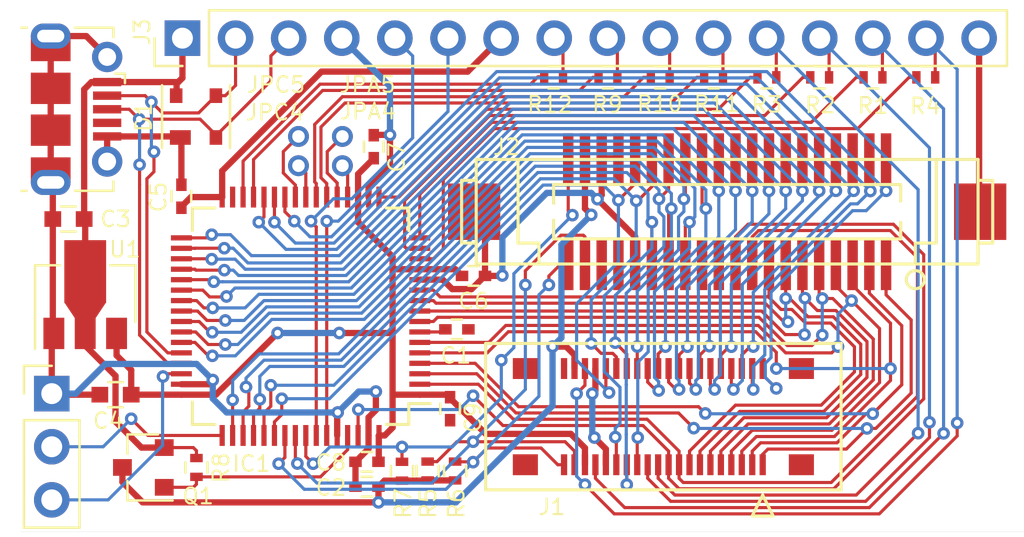
<source format=kicad_pcb>
(kicad_pcb (version 20170123) (host pcbnew "(2017-04-15 revision 3464cb7)-master")

  (general
    (links 171)
    (no_connects 14)
    (area 57.635 57.575 108.99 86.62)
    (thickness 0.8)
    (drawings 4)
    (tracks 975)
    (zones 0)
    (modules 34)
    (nets 70)
  )

  (page A4)
  (layers
    (0 F.Cu signal)
    (31 B.Cu signal)
    (32 B.Adhes user)
    (33 F.Adhes user)
    (34 B.Paste user)
    (35 F.Paste user)
    (36 B.SilkS user)
    (37 F.SilkS user)
    (38 B.Mask user hide)
    (39 F.Mask user hide)
    (40 Dwgs.User user)
    (41 Cmts.User user)
    (42 Eco1.User user)
    (43 Eco2.User user)
    (44 Edge.Cuts user)
    (45 Margin user)
    (46 B.CrtYd user)
    (47 F.CrtYd user)
    (48 B.Fab user hide)
    (49 F.Fab user hide)
  )

  (setup
    (last_trace_width 0.15)
    (user_trace_width 0.15)
    (user_trace_width 0.3)
    (trace_clearance 0.15)
    (zone_clearance 0.508)
    (zone_45_only no)
    (trace_min 0.15)
    (segment_width 0.2)
    (edge_width 0.15)
    (via_size 0.6)
    (via_drill 0.3)
    (via_min_size 0.6)
    (via_min_drill 0.3)
    (user_via 0.6 0.3)
    (uvia_size 0.3)
    (uvia_drill 0.1)
    (uvias_allowed no)
    (uvia_min_size 0.2)
    (uvia_min_drill 0.1)
    (pcb_text_width 0.3)
    (pcb_text_size 1.5 1.5)
    (mod_edge_width 0.15)
    (mod_text_size 1 1)
    (mod_text_width 0.15)
    (pad_size 0.6 0.5)
    (pad_drill 0)
    (pad_to_mask_clearance 0.05)
    (aux_axis_origin 0 0)
    (visible_elements 7FFFFFFF)
    (pcbplotparams
      (layerselection 0x00030_ffffffff)
      (usegerberextensions false)
      (excludeedgelayer true)
      (linewidth 0.100000)
      (plotframeref false)
      (viasonmask false)
      (mode 1)
      (useauxorigin false)
      (hpglpennumber 1)
      (hpglpenspeed 20)
      (hpglpendiameter 15)
      (psnegative false)
      (psa4output false)
      (plotreference true)
      (plotvalue true)
      (plotinvisibletext false)
      (padsonsilk false)
      (subtractmaskfromsilk false)
      (outputformat 1)
      (mirror false)
      (drillshape 1)
      (scaleselection 1)
      (outputdirectory ""))
  )

  (net 0 "")
  (net 1 VCC)
  (net 2 GND)
  (net 3 "Net-(USB1-Pad4)")
  (net 4 "Net-(IC1-Pad21)")
  (net 5 "Net-(IC1-Pad20)")
  (net 6 "Net-(IC1-Pad25)")
  (net 7 "Net-(IC1-Pad24)")
  (net 8 /TP4_PWR)
  (net 9 /USB_DM)
  (net 10 /USB_DP)
  (net 11 /TP4_DATA)
  (net 12 /LED_MIC_R)
  (net 13 /LED_MIC)
  (net 14 /LED_CAPS)
  (net 15 /LED_CAPS_R)
  (net 16 /TP4_CLK)
  (net 17 /TP4_RESET)
  (net 18 /LED_POWER)
  (net 19 /LED_POWER_R)
  (net 20 /LED_MUTE_R)
  (net 21 /LED_MUTE)
  (net 22 /LED_NUM)
  (net 23 /LED_SCROLL)
  (net 24 /LED_AUX)
  (net 25 /LED_LIGHT)
  (net 26 /SDA/RXD)
  (net 27 /SCL/TXD)
  (net 28 /SWCLK)
  (net 29 /SWDIO)
  (net 30 //RESET)
  (net 31 /DRV14)
  (net 32 /KBD_ID0)
  (net 33 /DRV11)
  (net 34 /DRV0)
  (net 35 /DRV9)
  (net 36 /DRV1)
  (net 37 /DRV10)
  (net 38 /DRV2)
  (net 39 /DRV7)
  (net 40 /DRV3)
  (net 41 /DRV6)
  (net 42 /DRV8)
  (net 43 /DRV5)
  (net 44 /DRV4)
  (net 45 /SENSE6)
  (net 46 /SENSE1)
  (net 47 /SENSE4)
  (net 48 /SENSE2)
  (net 49 /SENSE3)
  (net 50 /SENSE0)
  (net 51 /SENSE5)
  (net 52 /HOTKEY)
  (net 53 /SENSE7)
  (net 54 /PWRSWITCH)
  (net 55 /DRV13)
  (net 56 /DRV15)
  (net 57 /KBD_ID2)
  (net 58 /DRV12)
  (net 59 /KBD_ID1)
  (net 60 /LED_AUX_R)
  (net 61 /LED_LIGHT_R)
  (net 62 /LED_NUM_R)
  (net 63 /LED_SCROLL_R)
  (net 64 /+5V_TP)
  (net 65 /VBUS)
  (net 66 "Net-(J2-Pad35)")
  (net 67 "Net-(J2-Pad33)")
  (net 68 "Net-(J2-Pad23)")
  (net 69 "Net-(J2-Pad21)")

  (net_class Default "This is the default net class."
    (clearance 0.15)
    (trace_width 0.15)
    (via_dia 0.6)
    (via_drill 0.3)
    (uvia_dia 0.3)
    (uvia_drill 0.1)
    (add_net //RESET)
    (add_net /DRV0)
    (add_net /DRV1)
    (add_net /DRV10)
    (add_net /DRV11)
    (add_net /DRV12)
    (add_net /DRV13)
    (add_net /DRV14)
    (add_net /DRV15)
    (add_net /DRV2)
    (add_net /DRV3)
    (add_net /DRV4)
    (add_net /DRV5)
    (add_net /DRV6)
    (add_net /DRV7)
    (add_net /DRV8)
    (add_net /DRV9)
    (add_net /HOTKEY)
    (add_net /KBD_ID0)
    (add_net /KBD_ID1)
    (add_net /KBD_ID2)
    (add_net /LED_AUX)
    (add_net /LED_AUX_R)
    (add_net /LED_CAPS)
    (add_net /LED_CAPS_R)
    (add_net /LED_LIGHT)
    (add_net /LED_LIGHT_R)
    (add_net /LED_MIC)
    (add_net /LED_MIC_R)
    (add_net /LED_MUTE)
    (add_net /LED_MUTE_R)
    (add_net /LED_NUM)
    (add_net /LED_NUM_R)
    (add_net /LED_POWER)
    (add_net /LED_POWER_R)
    (add_net /LED_SCROLL)
    (add_net /LED_SCROLL_R)
    (add_net /PWRSWITCH)
    (add_net /SCL/TXD)
    (add_net /SDA/RXD)
    (add_net /SENSE0)
    (add_net /SENSE1)
    (add_net /SENSE2)
    (add_net /SENSE3)
    (add_net /SENSE4)
    (add_net /SENSE5)
    (add_net /SENSE6)
    (add_net /SENSE7)
    (add_net /SWCLK)
    (add_net /SWDIO)
    (add_net /TP4_CLK)
    (add_net /TP4_DATA)
    (add_net /TP4_PWR)
    (add_net /TP4_RESET)
    (add_net /USB_DM)
    (add_net /USB_DP)
    (add_net "Net-(IC1-Pad20)")
    (add_net "Net-(IC1-Pad21)")
    (add_net "Net-(IC1-Pad24)")
    (add_net "Net-(IC1-Pad25)")
    (add_net "Net-(J2-Pad21)")
    (add_net "Net-(J2-Pad23)")
    (add_net "Net-(J2-Pad33)")
    (add_net "Net-(J2-Pad35)")
    (add_net "Net-(USB1-Pad4)")
  )

  (net_class Power ""
    (clearance 0.15)
    (trace_width 0.3)
    (via_dia 0.6)
    (via_drill 0.3)
    (uvia_dia 0.3)
    (uvia_drill 0.1)
    (add_net /+5V_TP)
    (add_net /VBUS)
    (add_net GND)
    (add_net VCC)
  )

  (module Connectors_JAE:JAE_KX14-K2D_2x20x0.8mm (layer F.Cu) (tedit 5905FEA1) (tstamp 58FDFEA1)
    (at 93.8 69.7)
    (descr "40pin 0.8mm Receptable")
    (path /58F660DE)
    (attr smd)
    (fp_text reference J2 (at -10.55 -3.1) (layer F.SilkS)
      (effects (font (size 0.75 0.75) (thickness 0.1)))
    )
    (fp_text value JAE-KX14-K2D (at 0 0) (layer F.Fab)
      (effects (font (size 1 1) (thickness 0.15)))
    )
    (fp_circle (center 9 3.25) (end 9.25 2.896447) (layer F.SilkS) (width 0.15))
    (fp_line (start 12.7 1.5) (end 12 1.5) (layer F.SilkS) (width 0.15))
    (fp_line (start 12.7 -1.5) (end 12.7 1.5) (layer F.SilkS) (width 0.15))
    (fp_line (start 12 -1.5) (end 12.7 -1.5) (layer F.SilkS) (width 0.15))
    (fp_line (start -12.7 1.5) (end -12 1.5) (layer F.SilkS) (width 0.15))
    (fp_line (start -12.7 -1.5) (end -12.7 1.5) (layer F.SilkS) (width 0.15))
    (fp_line (start -12 -1.5) (end -12.7 -1.5) (layer F.SilkS) (width 0.15))
    (fp_line (start -8.3 1.3) (end -8.3 -1.3) (layer F.SilkS) (width 0.15))
    (fp_line (start 8.3 1.3) (end -8.3 1.3) (layer F.SilkS) (width 0.15))
    (fp_line (start 8.3 -1.3) (end 8.3 1.3) (layer F.SilkS) (width 0.15))
    (fp_line (start -8.3 -1.3) (end 8.3 -1.3) (layer F.SilkS) (width 0.15))
    (fp_line (start 9 1.5) (end 9 2.5) (layer F.SilkS) (width 0.15))
    (fp_line (start 10 1.5) (end 9 1.5) (layer F.SilkS) (width 0.15))
    (fp_line (start 10 -2.5) (end 10 1.5) (layer F.SilkS) (width 0.15))
    (fp_line (start -9 1.5) (end -9 2.5) (layer F.SilkS) (width 0.15))
    (fp_line (start -10 1.5) (end -9 1.5) (layer F.SilkS) (width 0.15))
    (fp_line (start -10 -2.5) (end -10 1.5) (layer F.SilkS) (width 0.15))
    (fp_line (start -12 2.5) (end -12 -2.5) (layer F.SilkS) (width 0.15))
    (fp_line (start 12 2.5) (end -12 2.5) (layer F.SilkS) (width 0.15))
    (fp_line (start 12 -2.5) (end 12 2.5) (layer F.SilkS) (width 0.15))
    (fp_line (start -12 -2.5) (end 12 -2.5) (layer F.SilkS) (width 0.15))
    (pad "" np_thru_hole circle (at 8.35 0) (size 0.9 0.9) (drill 0.9) (layers *.Cu *.Mask))
    (pad "" np_thru_hole circle (at -8.35 0) (size 0.7 0.7) (drill 0.7) (layers *.Cu *.Mask))
    (pad 42 smd rect (at -12.1 0) (size 2.5 2.7) (layers F.Cu F.Paste F.Mask)
      (net 2 GND))
    (pad 41 smd rect (at 12.1 0) (size 2.5 2.7) (layers F.Cu F.Paste F.Mask)
      (net 2 GND))
    (pad 40 smd rect (at -7.6 -2.55) (size 0.5 2.4) (layers F.Cu F.Paste F.Mask)
      (net 17 /TP4_RESET))
    (pad 39 smd rect (at -7.6 2.55) (size 0.5 2.4) (layers F.Cu F.Paste F.Mask)
      (net 16 /TP4_CLK))
    (pad 38 smd rect (at -6.8 -2.55) (size 0.5 2.4) (layers F.Cu F.Paste F.Mask)
      (net 64 /+5V_TP))
    (pad 37 smd rect (at -6.8 2.55) (size 0.5 2.4) (layers F.Cu F.Paste F.Mask)
      (net 11 /TP4_DATA))
    (pad 36 smd rect (at -6 -2.55) (size 0.5 2.4) (layers F.Cu F.Paste F.Mask)
      (net 2 GND))
    (pad 35 smd rect (at -6 2.55) (size 0.5 2.4) (layers F.Cu F.Paste F.Mask)
      (net 66 "Net-(J2-Pad35)"))
    (pad 34 smd rect (at -5.2 -2.55) (size 0.5 2.4) (layers F.Cu F.Paste F.Mask)
      (net 2 GND))
    (pad 33 smd rect (at -5.2 2.55) (size 0.5 2.4) (layers F.Cu F.Paste F.Mask)
      (net 67 "Net-(J2-Pad33)"))
    (pad 32 smd rect (at -4.4 -2.55) (size 0.5 2.4) (layers F.Cu F.Paste F.Mask)
      (net 55 /DRV13))
    (pad 31 smd rect (at -4.4 2.55) (size 0.5 2.4) (layers F.Cu F.Paste F.Mask)
      (net 2 GND))
    (pad 30 smd rect (at -3.6 -2.55) (size 0.5 2.4) (layers F.Cu F.Paste F.Mask)
      (net 56 /DRV15))
    (pad 29 smd rect (at -3.6 2.55) (size 0.5 2.4) (layers F.Cu F.Paste F.Mask)
      (net 57 /KBD_ID2))
    (pad 28 smd rect (at -2.8 -2.55) (size 0.5 2.4) (layers F.Cu F.Paste F.Mask)
      (net 58 /DRV12))
    (pad 27 smd rect (at -2.8 2.55) (size 0.5 2.4) (layers F.Cu F.Paste F.Mask)
      (net 59 /KBD_ID1))
    (pad 26 smd rect (at -2 -2.55) (size 0.5 2.4) (layers F.Cu F.Paste F.Mask)
      (net 31 /DRV14))
    (pad 25 smd rect (at -2 2.55) (size 0.5 2.4) (layers F.Cu F.Paste F.Mask)
      (net 32 /KBD_ID0))
    (pad 24 smd rect (at -1.2 -2.55) (size 0.5 2.4) (layers F.Cu F.Paste F.Mask)
      (net 33 /DRV11))
    (pad 23 smd rect (at -1.2 2.55) (size 0.5 2.4) (layers F.Cu F.Paste F.Mask)
      (net 68 "Net-(J2-Pad23)"))
    (pad 22 smd rect (at -0.4 -2.55) (size 0.5 2.4) (layers F.Cu F.Paste F.Mask)
      (net 34 /DRV0))
    (pad 21 smd rect (at -0.4 2.55) (size 0.5 2.4) (layers F.Cu F.Paste F.Mask)
      (net 69 "Net-(J2-Pad21)"))
    (pad 20 smd rect (at 0.4 -2.55) (size 0.5 2.4) (layers F.Cu F.Paste F.Mask)
      (net 35 /DRV9))
    (pad 19 smd rect (at 0.4 2.55) (size 0.5 2.4) (layers F.Cu F.Paste F.Mask)
      (net 54 /PWRSWITCH))
    (pad 18 smd rect (at 1.2 -2.55) (size 0.5 2.4) (layers F.Cu F.Paste F.Mask)
      (net 36 /DRV1))
    (pad 17 smd rect (at 1.2 2.55) (size 0.5 2.4) (layers F.Cu F.Paste F.Mask)
      (net 53 /SENSE7))
    (pad 16 smd rect (at 2 -2.55) (size 0.5 2.4) (layers F.Cu F.Paste F.Mask)
      (net 37 /DRV10))
    (pad 15 smd rect (at 2 2.55) (size 0.5 2.4) (layers F.Cu F.Paste F.Mask)
      (net 45 /SENSE6))
    (pad 14 smd rect (at 2.8 -2.55) (size 0.5 2.4) (layers F.Cu F.Paste F.Mask)
      (net 38 /DRV2))
    (pad 13 smd rect (at 2.8 2.55) (size 0.5 2.4) (layers F.Cu F.Paste F.Mask)
      (net 46 /SENSE1))
    (pad 12 smd rect (at 3.6 -2.55) (size 0.5 2.4) (layers F.Cu F.Paste F.Mask)
      (net 39 /DRV7))
    (pad 11 smd rect (at 3.6 2.55) (size 0.5 2.4) (layers F.Cu F.Paste F.Mask)
      (net 47 /SENSE4))
    (pad 10 smd rect (at 4.4 -2.55) (size 0.5 2.4) (layers F.Cu F.Paste F.Mask)
      (net 40 /DRV3))
    (pad 9 smd rect (at 4.4 2.55) (size 0.5 2.4) (layers F.Cu F.Paste F.Mask)
      (net 48 /SENSE2))
    (pad 8 smd rect (at 5.2 -2.55) (size 0.5 2.4) (layers F.Cu F.Paste F.Mask)
      (net 41 /DRV6))
    (pad 7 smd rect (at 5.2 2.55) (size 0.5 2.4) (layers F.Cu F.Paste F.Mask)
      (net 49 /SENSE3))
    (pad 6 smd rect (at 6 -2.55) (size 0.5 2.4) (layers F.Cu F.Paste F.Mask)
      (net 42 /DRV8))
    (pad 5 smd rect (at 6 2.55) (size 0.5 2.4) (layers F.Cu F.Paste F.Mask)
      (net 50 /SENSE0))
    (pad 4 smd rect (at 6.8 -2.55) (size 0.5 2.4) (layers F.Cu F.Paste F.Mask)
      (net 43 /DRV5))
    (pad 3 smd rect (at 6.8 2.55) (size 0.5 2.4) (layers F.Cu F.Paste F.Mask)
      (net 51 /SENSE5))
    (pad 2 smd rect (at 7.6 -2.55) (size 0.5 2.4) (layers F.Cu F.Paste F.Mask)
      (net 44 /DRV4))
    (pad 1 smd rect (at 7.6 2.55) (size 0.5 2.4) (layers F.Cu F.Paste F.Mask)
      (net 52 /HOTKEY))
    (model "C:/Users/thomask/Desktop/New folder/JAE-KX14-40-K2D.wrl"
      (at (xyz 0 0 0))
      (scale (xyz 0.3937 0.3937 0.3937))
      (rotate (xyz 0 0 0))
    )
  )

  (module TO_SOT_Packages_SMD:SOT89-3_Housing (layer F.Cu) (tedit 58CE4E7F) (tstamp 58F53367)
    (at 63.1 74.04 90)
    (descr "SOT89-3, Housing,")
    (tags "SOT89-3 Housing ")
    (path /58F668D4)
    (attr smd)
    (fp_text reference U1 (at 2.54 1.9 180) (layer F.SilkS)
      (effects (font (size 0.75 0.75) (thickness 0.1)))
    )
    (fp_text value MCP1700T-3302E/MB (at 0.45 3.25 90) (layer F.Fab)
      (effects (font (size 0.75 0.75) (thickness 0.1)))
    )
    (fp_line (start -2.48 2.55) (end -2.48 -2.55) (layer F.CrtYd) (width 0.05))
    (fp_line (start -2.48 2.55) (end 3.23 2.55) (layer F.CrtYd) (width 0.05))
    (fp_line (start 3.23 -2.55) (end -2.48 -2.55) (layer F.CrtYd) (width 0.05))
    (fp_line (start 3.23 -2.55) (end 3.23 2.55) (layer F.CrtYd) (width 0.05))
    (fp_line (start -0.13 -2.3) (end 1.68 -2.3) (layer F.Fab) (width 0.1))
    (fp_line (start -0.92 2.3) (end -0.92 -1.51) (layer F.Fab) (width 0.1))
    (fp_line (start 1.68 2.3) (end -0.92 2.3) (layer F.Fab) (width 0.1))
    (fp_line (start 1.68 -2.3) (end 1.68 2.3) (layer F.Fab) (width 0.1))
    (fp_line (start -0.92 -1.51) (end -0.13 -2.3) (layer F.Fab) (width 0.1))
    (fp_line (start 1.78 -2.4) (end 1.78 -1.2) (layer F.SilkS) (width 0.12))
    (fp_line (start -2.22 -2.4) (end 1.78 -2.4) (layer F.SilkS) (width 0.12))
    (fp_line (start 1.78 2.4) (end -0.92 2.4) (layer F.SilkS) (width 0.12))
    (fp_line (start 1.78 1.2) (end 1.78 2.4) (layer F.SilkS) (width 0.12))
    (fp_text user %R (at 0.38 0 90) (layer F.Fab)
      (effects (font (size 0.6 0.6) (thickness 0.09)))
    )
    (pad 2 smd trapezoid (at -0.37 0 180) (size 1.5 0.75) (rect_delta 0 0.5 ) (layers F.Cu F.Paste F.Mask)
      (net 65 /VBUS))
    (pad 2 smd rect (at 1.48 0) (size 2 3) (layers F.Cu F.Paste F.Mask)
      (net 65 /VBUS))
    (pad 3 smd rect (at -1.48 1.5) (size 1 1.5) (layers F.Cu F.Paste F.Mask)
      (net 1 VCC))
    (pad 2 smd rect (at -1.48 0) (size 1 1.5) (layers F.Cu F.Paste F.Mask)
      (net 65 /VBUS))
    (pad 1 smd rect (at -1.48 -1.5) (size 1 1.5) (layers F.Cu F.Paste F.Mask)
      (net 2 GND))
    (model ${KIPRJMOD}/SOT89-3_Housing.wrl
      (at (xyz 0.02362204724409449 0 0))
      (scale (xyz 0.3937 0.3937 0.3937))
      (rotate (xyz 0 0 90))
    )
  )

  (module Connectors_USB:USB_Micro-B_Molex-105017-0001 (layer F.Cu) (tedit 58FE5B55) (tstamp 58F535C1)
    (at 61.8 64.8 270)
    (descr http://www.molex.com/pdm_docs/sd/1050170001_sd.pdf)
    (tags "Micro-USB SMD Typ-B")
    (path /58F668D5)
    (attr smd)
    (fp_text reference USB1 (at -0.065 0.345 270) (layer F.SilkS) hide
      (effects (font (size 0.75 0.75) (thickness 0.1)))
    )
    (fp_text value USB_OTG (at 0.3 3.45 270) (layer F.Fab)
      (effects (font (size 0.75 0.75) (thickness 0.1)))
    )
    (fp_line (start -1.1 -3.01) (end -1.1 -2.8) (layer F.Fab) (width 0.1))
    (fp_line (start -1.5 -3.01) (end -1.5 -2.8) (layer F.Fab) (width 0.1))
    (fp_line (start -1.5 -3.01) (end -1.1 -3.01) (layer F.Fab) (width 0.1))
    (fp_line (start -1.1 -2.8) (end -1.3 -2.6) (layer F.Fab) (width 0.1))
    (fp_line (start -1.3 -2.6) (end -1.5 -2.8) (layer F.Fab) (width 0.1))
    (fp_line (start -1.7 -3.2) (end -1.7 -2.75) (layer F.SilkS) (width 0.12))
    (fp_line (start -1.7 -3.2) (end -1.25 -3.2) (layer F.SilkS) (width 0.12))
    (fp_text user %R (at 0 0 270) (layer F.Fab)
      (effects (font (size 1 1) (thickness 0.15)))
    )
    (fp_line (start 3.9 -2.65) (end 3.45 -2.65) (layer F.SilkS) (width 0.12))
    (fp_line (start 3.9 -0.8) (end 3.9 -2.65) (layer F.SilkS) (width 0.12))
    (fp_line (start -3.9 1.75) (end -3.9 1.5) (layer F.SilkS) (width 0.12))
    (fp_line (start -3.75 2.5) (end -3.75 -2.5) (layer F.Fab) (width 0.1))
    (fp_line (start -3.75 -2.5) (end 3.75 -2.5) (layer F.Fab) (width 0.1))
    (fp_line (start -3.75 2.501704) (end 3.75 2.501704) (layer F.Fab) (width 0.1))
    (fp_line (start -3 1.801704) (end 3 1.801704) (layer F.Fab) (width 0.1))
    (fp_line (start 3.75 2.5) (end 3.75 -2.5) (layer F.Fab) (width 0.1))
    (fp_line (start 3.9 1.75) (end 3.9 1.5) (layer F.SilkS) (width 0.12))
    (fp_line (start -3.9 -0.8) (end -3.9 -2.65) (layer F.SilkS) (width 0.12))
    (fp_line (start -3.9 -2.65) (end -3.45 -2.65) (layer F.SilkS) (width 0.12))
    (fp_text user "PCB Edge" (at 0 1.8 270) (layer Dwgs.User)
      (effects (font (size 0.5 0.5) (thickness 0.08)))
    )
    (fp_line (start -4.4 2.75) (end -4.4 -3.35) (layer F.CrtYd) (width 0.05))
    (fp_line (start -4.4 -3.35) (end 4.4 -3.35) (layer F.CrtYd) (width 0.05))
    (fp_line (start 4.4 -3.35) (end 4.4 2.75) (layer F.CrtYd) (width 0.05))
    (fp_line (start -4.4 2.75) (end 4.4 2.75) (layer F.CrtYd) (width 0.05))
    (pad 6 smd rect (at -2.9 0.35 270) (size 1.2 1.9) (layers F.Cu F.Mask)
      (net 2 GND))
    (pad 6 smd rect (at 2.9 0.35 270) (size 1.2 1.9) (layers F.Cu F.Mask)
      (net 2 GND))
    (pad 6 thru_hole oval (at 3.5 0.35 270) (size 1.2 1.9) (drill oval 0.6 1.3) (layers *.Cu *.Mask)
      (net 2 GND))
    (pad 6 thru_hole oval (at -3.5 0.35 90) (size 1.2 1.9) (drill oval 0.6 1.3) (layers *.Cu *.Mask)
      (net 2 GND) (zone_connect 0))
    (pad 6 smd rect (at -1 0.35 270) (size 1.5 1.9) (layers F.Cu F.Paste F.Mask)
      (net 2 GND))
    (pad 6 thru_hole circle (at 2.5 -2.35 270) (size 1.45 1.45) (drill 0.85) (layers *.Cu *.Mask)
      (net 2 GND))
    (pad 3 smd rect (at 0 -2.35 270) (size 0.4 1.35) (layers F.Cu F.Paste F.Mask)
      (net 10 /USB_DP))
    (pad 4 smd rect (at 0.65 -2.35 270) (size 0.4 1.35) (layers F.Cu F.Paste F.Mask)
      (net 3 "Net-(USB1-Pad4)"))
    (pad 5 smd rect (at 1.3 -2.35 270) (size 0.4 1.35) (layers F.Cu F.Paste F.Mask)
      (net 2 GND))
    (pad 1 smd rect (at -1.3 -2.35 270) (size 0.4 1.35) (layers F.Cu F.Paste F.Mask)
      (net 65 /VBUS))
    (pad 2 smd rect (at -0.65 -2.35 270) (size 0.4 1.35) (layers F.Cu F.Paste F.Mask)
      (net 9 /USB_DM))
    (pad 6 thru_hole circle (at -2.5 -2.35 270) (size 1.45 1.45) (drill 0.85) (layers *.Cu *.Mask)
      (net 2 GND))
    (pad 6 smd rect (at 1 0.35 270) (size 1.5 1.9) (layers F.Cu F.Paste F.Mask)
      (net 2 GND))
    (model ${KIPRJMOD}/Molex_105017-0001_USB-Micro-B.wrl
      (at (xyz 0 -0.005905511811023622 0.0484251968503937))
      (scale (xyz 0.3937 0.3937 0.3937))
      (rotate (xyz -90 0 0))
    )
  )

  (module Connectors_JAE:JAE_AA01B-S040VA1_2x20x0.5mm (layer F.Cu) (tedit 58FD03BF) (tstamp 58FDFF6D)
    (at 90.75 79.5)
    (descr "40pin 0.5mm Receptable")
    (path /58F660DD)
    (attr smd)
    (fp_text reference J1 (at -5.334 4.318) (layer F.SilkS)
      (effects (font (size 0.75 0.75) (thickness 0.1)))
    )
    (fp_text value JAE-AA01B-S040VA1 (at 0 0) (layer F.Fab)
      (effects (font (size 1 1) (thickness 0.15)))
    )
    (fp_line (start -8.5 -3.5) (end 8.5 -3.5) (layer F.SilkS) (width 0.15))
    (fp_line (start 8.5 -3.5) (end 8.5 3.5) (layer F.SilkS) (width 0.15))
    (fp_line (start 8.5 3.5) (end -8.5 3.5) (layer F.SilkS) (width 0.15))
    (fp_line (start -8.5 3.5) (end -8.5 -3.5) (layer F.SilkS) (width 0.15))
    (fp_line (start 4.75 3.75) (end 4.25 4.75) (layer F.SilkS) (width 0.15))
    (fp_line (start 4.25 4.75) (end 5.25 4.75) (layer F.SilkS) (width 0.15))
    (fp_line (start 5.25 4.75) (end 4.75 3.75) (layer F.SilkS) (width 0.15))
    (pad 1 smd rect (at 4.75 2.3) (size 0.3 1) (layers F.Cu F.Paste F.Mask)
      (net 52 /HOTKEY))
    (pad 2 smd rect (at 4.75 -2.3) (size 0.3 1) (layers F.Cu F.Paste F.Mask)
      (net 44 /DRV4))
    (pad 3 smd rect (at 4.25 2.3) (size 0.3 1) (layers F.Cu F.Paste F.Mask)
      (net 51 /SENSE5))
    (pad 4 smd rect (at 4.25 -2.3) (size 0.3 1) (layers F.Cu F.Paste F.Mask)
      (net 43 /DRV5))
    (pad 5 smd rect (at 3.75 2.3) (size 0.3 1) (layers F.Cu F.Paste F.Mask)
      (net 50 /SENSE0))
    (pad 6 smd rect (at 3.75 -2.3) (size 0.3 1) (layers F.Cu F.Paste F.Mask)
      (net 42 /DRV8))
    (pad 7 smd rect (at 3.25 2.3) (size 0.3 1) (layers F.Cu F.Paste F.Mask)
      (net 49 /SENSE3))
    (pad 8 smd rect (at 3.25 -2.3) (size 0.3 1) (layers F.Cu F.Paste F.Mask)
      (net 41 /DRV6))
    (pad 9 smd rect (at 2.75 2.3) (size 0.3 1) (layers F.Cu F.Paste F.Mask)
      (net 48 /SENSE2))
    (pad 10 smd rect (at 2.75 -2.3) (size 0.3 1) (layers F.Cu F.Paste F.Mask)
      (net 40 /DRV3))
    (pad 11 smd rect (at 2.25 2.3) (size 0.3 1) (layers F.Cu F.Paste F.Mask)
      (net 47 /SENSE4))
    (pad 12 smd rect (at 2.25 -2.3) (size 0.3 1) (layers F.Cu F.Paste F.Mask)
      (net 39 /DRV7))
    (pad 13 smd rect (at 1.75 2.3) (size 0.3 1) (layers F.Cu F.Paste F.Mask)
      (net 46 /SENSE1))
    (pad 14 smd rect (at 1.75 -2.3) (size 0.3 1) (layers F.Cu F.Paste F.Mask)
      (net 38 /DRV2))
    (pad 15 smd rect (at 1.25 2.3) (size 0.3 1) (layers F.Cu F.Paste F.Mask)
      (net 45 /SENSE6))
    (pad 16 smd rect (at 1.25 -2.3) (size 0.3 1) (layers F.Cu F.Paste F.Mask)
      (net 37 /DRV10))
    (pad 17 smd rect (at 0.75 2.3) (size 0.3 1) (layers F.Cu F.Paste F.Mask)
      (net 53 /SENSE7))
    (pad 18 smd rect (at 0.75 -2.3) (size 0.3 1) (layers F.Cu F.Paste F.Mask)
      (net 36 /DRV1))
    (pad 19 smd rect (at 0.25 2.3) (size 0.3 1) (layers F.Cu F.Paste F.Mask)
      (net 54 /PWRSWITCH))
    (pad 20 smd rect (at 0.25 -2.3) (size 0.3 1) (layers F.Cu F.Paste F.Mask)
      (net 35 /DRV9))
    (pad 21 smd rect (at -0.25 2.3) (size 0.3 1) (layers F.Cu F.Paste F.Mask)
      (net 15 /LED_CAPS_R))
    (pad 22 smd rect (at -0.25 -2.3) (size 0.3 1) (layers F.Cu F.Paste F.Mask)
      (net 34 /DRV0))
    (pad 23 smd rect (at -0.75 2.3) (size 0.3 1) (layers F.Cu F.Paste F.Mask)
      (net 19 /LED_POWER_R))
    (pad 24 smd rect (at -0.75 -2.3) (size 0.3 1) (layers F.Cu F.Paste F.Mask)
      (net 33 /DRV11))
    (pad 25 smd rect (at -1.25 2.3) (size 0.3 1) (layers F.Cu F.Paste F.Mask)
      (net 32 /KBD_ID0))
    (pad 26 smd rect (at -1.25 -2.3) (size 0.3 1) (layers F.Cu F.Paste F.Mask)
      (net 31 /DRV14))
    (pad 27 smd rect (at -1.75 2.3) (size 0.3 1) (layers F.Cu F.Paste F.Mask)
      (net 59 /KBD_ID1))
    (pad 28 smd rect (at -1.75 -2.3) (size 0.3 1) (layers F.Cu F.Paste F.Mask)
      (net 58 /DRV12))
    (pad 29 smd rect (at -2.25 2.3) (size 0.3 1) (layers F.Cu F.Paste F.Mask)
      (net 57 /KBD_ID2))
    (pad 30 smd rect (at -2.25 -2.3) (size 0.3 1) (layers F.Cu F.Paste F.Mask)
      (net 56 /DRV15))
    (pad 31 smd rect (at -2.75 2.3) (size 0.3 1) (layers F.Cu F.Paste F.Mask)
      (net 2 GND))
    (pad 32 smd rect (at -2.75 -2.3) (size 0.3 1) (layers F.Cu F.Paste F.Mask)
      (net 55 /DRV13))
    (pad 33 smd rect (at -3.25 2.3) (size 0.3 1) (layers F.Cu F.Paste F.Mask)
      (net 20 /LED_MUTE_R))
    (pad 34 smd rect (at -3.25 -2.3) (size 0.3 1) (layers F.Cu F.Paste F.Mask)
      (net 2 GND))
    (pad 35 smd rect (at -3.75 2.3) (size 0.3 1) (layers F.Cu F.Paste F.Mask)
      (net 1 VCC))
    (pad 36 smd rect (at -3.75 -2.3) (size 0.3 1) (layers F.Cu F.Paste F.Mask)
      (net 12 /LED_MIC_R))
    (pad 37 smd rect (at -4.25 2.3) (size 0.3 1) (layers F.Cu F.Paste F.Mask)
      (net 11 /TP4_DATA))
    (pad 38 smd rect (at -4.25 -2.3) (size 0.3 1) (layers F.Cu F.Paste F.Mask)
      (net 64 /+5V_TP))
    (pad 39 smd rect (at -4.75 2.3) (size 0.3 1) (layers F.Cu F.Paste F.Mask)
      (net 16 /TP4_CLK))
    (pad 40 smd rect (at -4.75 -2.3) (size 0.3 1) (layers F.Cu F.Paste F.Mask)
      (net 17 /TP4_RESET))
    (pad 41 smd rect (at 6.6 2.3) (size 1.2 1) (layers F.Cu F.Paste F.Mask)
      (net 2 GND))
    (pad 42 smd rect (at 6.6 -2.3) (size 1.2 1) (layers F.Cu F.Paste F.Mask)
      (net 2 GND))
    (pad 44 smd rect (at -6.6 -2.3) (size 1.2 1) (layers F.Cu F.Paste F.Mask)
      (net 2 GND))
    (pad 43 smd rect (at -6.6 2.3) (size 1.2 1) (layers F.Cu F.Paste F.Mask)
      (net 2 GND))
    (model "C:/Users/thomask/Desktop/New folder/AA01B-S040VA1.wrl"
      (at (xyz 0 0 0))
      (scale (xyz 0.3937 0.3937 0.3937))
      (rotate (xyz 0 0 0))
    )
  )

  (module Pin_Headers:Pin_Header_Straight_1x03_Pitch2.54mm (layer F.Cu) (tedit 58FD01DE) (tstamp 58F94C04)
    (at 61.5 78.4)
    (descr "Through hole straight pin header, 1x03, 2.54mm pitch, single row")
    (tags "Through hole pin header THT 1x03 2.54mm single row")
    (path /58F65975)
    (fp_text reference J4 (at 0.175 7.275) (layer F.SilkS) hide
      (effects (font (size 0.75 0.75) (thickness 0.1)))
    )
    (fp_text value CONN_01X03 (at 0 7.41) (layer F.Fab)
      (effects (font (size 0.75 0.75) (thickness 0.1)))
    )
    (fp_line (start -1.27 -1.27) (end -1.27 6.35) (layer F.Fab) (width 0.1))
    (fp_line (start -1.27 6.35) (end 1.27 6.35) (layer F.Fab) (width 0.1))
    (fp_line (start 1.27 6.35) (end 1.27 -1.27) (layer F.Fab) (width 0.1))
    (fp_line (start 1.27 -1.27) (end -1.27 -1.27) (layer F.Fab) (width 0.1))
    (fp_line (start -1.33 1.27) (end -1.33 6.41) (layer F.SilkS) (width 0.12))
    (fp_line (start -1.33 6.41) (end 1.33 6.41) (layer F.SilkS) (width 0.12))
    (fp_line (start 1.33 6.41) (end 1.33 1.27) (layer F.SilkS) (width 0.12))
    (fp_line (start 1.33 1.27) (end -1.33 1.27) (layer F.SilkS) (width 0.12))
    (fp_line (start -1.33 0) (end -1.33 -1.33) (layer F.SilkS) (width 0.12))
    (fp_line (start -1.33 -1.33) (end 0 -1.33) (layer F.SilkS) (width 0.12))
    (fp_line (start -1.8 -1.8) (end -1.8 6.85) (layer F.CrtYd) (width 0.05))
    (fp_line (start -1.8 6.85) (end 1.8 6.85) (layer F.CrtYd) (width 0.05))
    (fp_line (start 1.8 6.85) (end 1.8 -1.8) (layer F.CrtYd) (width 0.05))
    (fp_line (start 1.8 -1.8) (end -1.8 -1.8) (layer F.CrtYd) (width 0.05))
    (fp_text user %R (at 0 -2.33) (layer F.Fab)
      (effects (font (size 0.75 0.75) (thickness 0.1)))
    )
    (pad 1 thru_hole rect (at 0 0) (size 1.7 1.7) (drill 1) (layers *.Cu *.Mask)
      (net 2 GND))
    (pad 2 thru_hole oval (at 0 2.54) (size 1.7 1.7) (drill 1) (layers *.Cu *.Mask)
      (net 28 /SWCLK))
    (pad 3 thru_hole oval (at 0 5.08) (size 1.7 1.7) (drill 1) (layers *.Cu *.Mask)
      (net 29 /SWDIO))
    (model ${KISYS3DMOD}/Pin_Headers.3dshapes/Pin_Header_Straight_1x03_Pitch2.54mm.wrl
      (at (xyz 0 -0.1 0))
      (scale (xyz 1 1 1))
      (rotate (xyz 0 0 90))
    )
  )

  (module Pin_Headers:Pin_Header_Straight_1x16_Pitch2.54mm (layer F.Cu) (tedit 58FD01F6) (tstamp 58F94B9E)
    (at 67.75 61.4 90)
    (descr "Through hole straight pin header, 1x16, 2.54mm pitch, single row")
    (tags "Through hole pin header THT 1x16 2.54mm single row")
    (path /58F65974)
    (fp_text reference J3 (at 0.3 -1.925 90) (layer F.SilkS)
      (effects (font (size 0.75 0.75) (thickness 0.1)))
    )
    (fp_text value CONN_01X16 (at 0 40.43 90) (layer F.Fab)
      (effects (font (size 0.75 0.75) (thickness 0.1)))
    )
    (fp_line (start -1.27 -1.27) (end -1.27 39.37) (layer F.Fab) (width 0.1))
    (fp_line (start -1.27 39.37) (end 1.27 39.37) (layer F.Fab) (width 0.1))
    (fp_line (start 1.27 39.37) (end 1.27 -1.27) (layer F.Fab) (width 0.1))
    (fp_line (start 1.27 -1.27) (end -1.27 -1.27) (layer F.Fab) (width 0.1))
    (fp_line (start -1.33 1.27) (end -1.33 39.43) (layer F.SilkS) (width 0.12))
    (fp_line (start -1.33 39.43) (end 1.33 39.43) (layer F.SilkS) (width 0.12))
    (fp_line (start 1.33 39.43) (end 1.33 1.27) (layer F.SilkS) (width 0.12))
    (fp_line (start 1.33 1.27) (end -1.33 1.27) (layer F.SilkS) (width 0.12))
    (fp_line (start -1.33 0) (end -1.33 -1.33) (layer F.SilkS) (width 0.12))
    (fp_line (start -1.33 -1.33) (end 0 -1.33) (layer F.SilkS) (width 0.12))
    (fp_line (start -1.8 -1.8) (end -1.8 39.9) (layer F.CrtYd) (width 0.05))
    (fp_line (start -1.8 39.9) (end 1.8 39.9) (layer F.CrtYd) (width 0.05))
    (fp_line (start 1.8 39.9) (end 1.8 -1.8) (layer F.CrtYd) (width 0.05))
    (fp_line (start 1.8 -1.8) (end -1.8 -1.8) (layer F.CrtYd) (width 0.05))
    (fp_text user %R (at 0 -2.33 90) (layer F.Fab)
      (effects (font (size 0.75 0.75) (thickness 0.1)))
    )
    (pad 1 thru_hole rect (at 0 0 90) (size 1.7 1.7) (drill 1) (layers *.Cu *.Mask)
      (net 65 /VBUS))
    (pad 2 thru_hole oval (at 0 2.54 90) (size 1.7 1.7) (drill 1) (layers *.Cu *.Mask)
      (net 9 /USB_DM))
    (pad 3 thru_hole oval (at 0 5.08 90) (size 1.7 1.7) (drill 1) (layers *.Cu *.Mask)
      (net 10 /USB_DP))
    (pad 4 thru_hole oval (at 0 7.62 90) (size 1.7 1.7) (drill 1) (layers *.Cu *.Mask)
      (net 2 GND))
    (pad 5 thru_hole oval (at 0 10.16 90) (size 1.7 1.7) (drill 1) (layers *.Cu *.Mask)
      (net 27 /SCL/TXD))
    (pad 6 thru_hole oval (at 0 12.7 90) (size 1.7 1.7) (drill 1) (layers *.Cu *.Mask)
      (net 26 /SDA/RXD))
    (pad 7 thru_hole oval (at 0 15.24 90) (size 1.7 1.7) (drill 1) (layers *.Cu *.Mask)
      (net 1 VCC))
    (pad 8 thru_hole oval (at 0 17.78 90) (size 1.7 1.7) (drill 1) (layers *.Cu *.Mask)
      (net 61 /LED_LIGHT_R))
    (pad 9 thru_hole oval (at 0 20.32 90) (size 1.7 1.7) (drill 1) (layers *.Cu *.Mask)
      (net 60 /LED_AUX_R))
    (pad 10 thru_hole oval (at 0 22.86 90) (size 1.7 1.7) (drill 1) (layers *.Cu *.Mask)
      (net 63 /LED_SCROLL_R))
    (pad 11 thru_hole oval (at 0 25.4 90) (size 1.7 1.7) (drill 1) (layers *.Cu *.Mask)
      (net 62 /LED_NUM_R))
    (pad 12 thru_hole oval (at 0 27.94 90) (size 1.7 1.7) (drill 1) (layers *.Cu *.Mask)
      (net 15 /LED_CAPS_R))
    (pad 13 thru_hole oval (at 0 30.48 90) (size 1.7 1.7) (drill 1) (layers *.Cu *.Mask)
      (net 19 /LED_POWER_R))
    (pad 14 thru_hole oval (at 0 33.02 90) (size 1.7 1.7) (drill 1) (layers *.Cu *.Mask)
      (net 20 /LED_MUTE_R))
    (pad 15 thru_hole oval (at 0 35.56 90) (size 1.7 1.7) (drill 1) (layers *.Cu *.Mask)
      (net 12 /LED_MIC_R))
    (pad 16 thru_hole oval (at 0 38.1 90) (size 1.7 1.7) (drill 1) (layers *.Cu *.Mask)
      (net 2 GND))
    (model ${KISYS3DMOD}/Pin_Headers.3dshapes/Pin_Header_Straight_1x16_Pitch2.54mm.wrl
      (at (xyz 0 -0.75 0))
      (scale (xyz 1 1 1))
      (rotate (xyz 0 0 90))
    )
  )

  (module TO_SOT_Packages_SMD:SOT-23 (layer F.Cu) (tedit 58CE4E7E) (tstamp 58F533E8)
    (at 65.88 81.93 180)
    (descr "SOT-23, Standard")
    (tags SOT-23)
    (path /58FD4353)
    (attr smd)
    (fp_text reference Q1 (at -2.62 -1.37 180) (layer F.SilkS)
      (effects (font (size 0.75 0.75) (thickness 0.1)))
    )
    (fp_text value IRLML6402 (at 0 2.5 180) (layer F.Fab)
      (effects (font (size 0.75 0.75) (thickness 0.1)))
    )
    (fp_text user %R (at 0 0 180) (layer F.Fab)
      (effects (font (size 0.5 0.5) (thickness 0.075)))
    )
    (fp_line (start -0.7 -0.95) (end -0.7 1.5) (layer F.Fab) (width 0.1))
    (fp_line (start -0.15 -1.52) (end 0.7 -1.52) (layer F.Fab) (width 0.1))
    (fp_line (start -0.7 -0.95) (end -0.15 -1.52) (layer F.Fab) (width 0.1))
    (fp_line (start 0.7 -1.52) (end 0.7 1.52) (layer F.Fab) (width 0.1))
    (fp_line (start -0.7 1.52) (end 0.7 1.52) (layer F.Fab) (width 0.1))
    (fp_line (start 0.76 1.58) (end 0.76 0.65) (layer F.SilkS) (width 0.12))
    (fp_line (start 0.76 -1.58) (end 0.76 -0.65) (layer F.SilkS) (width 0.12))
    (fp_line (start -1.7 -1.75) (end 1.7 -1.75) (layer F.CrtYd) (width 0.05))
    (fp_line (start 1.7 -1.75) (end 1.7 1.75) (layer F.CrtYd) (width 0.05))
    (fp_line (start 1.7 1.75) (end -1.7 1.75) (layer F.CrtYd) (width 0.05))
    (fp_line (start -1.7 1.75) (end -1.7 -1.75) (layer F.CrtYd) (width 0.05))
    (fp_line (start 0.76 -1.58) (end -1.4 -1.58) (layer F.SilkS) (width 0.12))
    (fp_line (start 0.76 1.58) (end -0.7 1.58) (layer F.SilkS) (width 0.12))
    (pad 1 smd rect (at -1 -0.95 180) (size 0.9 0.8) (layers F.Cu F.Paste F.Mask)
      (net 8 /TP4_PWR))
    (pad 2 smd rect (at -1 0.95 180) (size 0.9 0.8) (layers F.Cu F.Paste F.Mask)
      (net 65 /VBUS))
    (pad 3 smd rect (at 1 0 180) (size 0.9 0.8) (layers F.Cu F.Paste F.Mask)
      (net 64 /+5V_TP))
    (model ${KISYS3DMOD}/TO_SOT_Packages_SMD.3dshapes/SOT-23.wrl
      (at (xyz 0 0 0))
      (scale (xyz 1 1 1))
      (rotate (xyz 0 0 90))
    )
  )

  (module TO_SOT_Packages_SMD:SOT-143B_reflow (layer F.Cu) (tedit 58FD00FF) (tstamp 58FD2E58)
    (at 68.4 65.15 90)
    (descr SOT-143B)
    (tags SOT-143B)
    (path /58FE14C8)
    (attr smd)
    (fp_text reference D1 (at 0 -2.5 90) (layer F.SilkS)
      (effects (font (size 0.75 0.75) (thickness 0.1)))
    )
    (fp_text value PRTR5V0U2X (at -0.28 2.48 90) (layer F.Fab)
      (effects (font (size 1 1) (thickness 0.15)))
    )
    (fp_line (start -2.05 1.75) (end -2.05 -1.75) (layer F.CrtYd) (width 0.05))
    (fp_line (start -2.05 1.75) (end 2.05 1.75) (layer F.CrtYd) (width 0.05))
    (fp_line (start 2.05 -1.75) (end -2.05 -1.75) (layer F.CrtYd) (width 0.05))
    (fp_line (start 2.05 -1.75) (end 2.05 1.75) (layer F.CrtYd) (width 0.05))
    (fp_line (start 1.2 -1.5) (end 1.2 1.5) (layer F.Fab) (width 0.1))
    (fp_line (start 1.2 1.5) (end -1.2 1.5) (layer F.Fab) (width 0.1))
    (fp_line (start -1.2 1.5) (end -1.2 -1) (layer F.Fab) (width 0.1))
    (fp_line (start -0.7 -1.5) (end 1.2 -1.5) (layer F.Fab) (width 0.1))
    (fp_line (start -1.2 -1) (end -0.7 -1.5) (layer F.Fab) (width 0.1))
    (fp_line (start 1.5 -1.625) (end -1.5 -1.625) (layer F.SilkS) (width 0.12))
    (fp_line (start -1.5 1.625) (end 1.5 1.625) (layer F.SilkS) (width 0.12))
    (fp_text user %R (at 0 0 270) (layer F.Fab)
      (effects (font (size 0.5 0.5) (thickness 0.075)))
    )
    (pad 4 smd rect (at 1 -0.95) (size 0.6 0.7) (layers F.Cu F.Paste F.Mask)
      (net 65 /VBUS))
    (pad 3 smd rect (at 1 0.95) (size 0.6 0.7) (layers F.Cu F.Paste F.Mask)
      (net 9 /USB_DM))
    (pad 2 smd rect (at -1 0.95) (size 0.6 0.7) (layers F.Cu F.Paste F.Mask)
      (net 10 /USB_DP))
    (pad 1 smd rect (at -1 -0.75) (size 1 0.7) (layers F.Cu F.Paste F.Mask)
      (net 2 GND))
    (model ${KISYS3DMOD}/TO_SOT_Packages_SMD.3dshapes/SOT-143.wrl
      (at (xyz 0 0 0))
      (scale (xyz 1 1 1))
      (rotate (xyz 0 0 90))
    )
  )

  (module Capacitors_SMD:C_0402 (layer F.Cu) (tedit 58AA841A) (tstamp 58F94D9F)
    (at 76.575 81.66 180)
    (descr "Capacitor SMD 0402, reflow soldering, AVX (see smccp.pdf)")
    (tags "capacitor 0402")
    (path /58F6596E)
    (attr smd)
    (fp_text reference C8 (at 1.725 -0.04 180) (layer F.SilkS)
      (effects (font (size 0.75 0.75) (thickness 0.1)))
    )
    (fp_text value 100n (at 0 1.27 180) (layer F.Fab)
      (effects (font (size 0.75 0.75) (thickness 0.1)))
    )
    (fp_text user %R (at 0 -1.27 180) (layer F.Fab)
      (effects (font (size 0.75 0.75) (thickness 0.1)))
    )
    (fp_line (start -0.5 0.25) (end -0.5 -0.25) (layer F.Fab) (width 0.1))
    (fp_line (start 0.5 0.25) (end -0.5 0.25) (layer F.Fab) (width 0.1))
    (fp_line (start 0.5 -0.25) (end 0.5 0.25) (layer F.Fab) (width 0.1))
    (fp_line (start -0.5 -0.25) (end 0.5 -0.25) (layer F.Fab) (width 0.1))
    (fp_line (start 0.25 -0.47) (end -0.25 -0.47) (layer F.SilkS) (width 0.12))
    (fp_line (start -0.25 0.47) (end 0.25 0.47) (layer F.SilkS) (width 0.12))
    (fp_line (start -1 -0.4) (end 1 -0.4) (layer F.CrtYd) (width 0.05))
    (fp_line (start -1 -0.4) (end -1 0.4) (layer F.CrtYd) (width 0.05))
    (fp_line (start 1 0.4) (end 1 -0.4) (layer F.CrtYd) (width 0.05))
    (fp_line (start 1 0.4) (end -1 0.4) (layer F.CrtYd) (width 0.05))
    (pad 1 smd rect (at -0.55 0 180) (size 0.6 0.5) (layers F.Cu F.Paste F.Mask)
      (net 1 VCC))
    (pad 2 smd rect (at 0.55 0 180) (size 0.6 0.5) (layers F.Cu F.Paste F.Mask)
      (net 2 GND))
    (model Capacitors_SMD.3dshapes/C_0402.wrl
      (at (xyz 0 0 0))
      (scale (xyz 1 1 1))
      (rotate (xyz 0 0 0))
    )
  )

  (module Resistors_SMD:R_0402 (layer F.Cu) (tedit 58E0A804) (tstamp 58FCA29E)
    (at 90.6 63.275)
    (descr "Resistor SMD 0402, reflow soldering, Vishay (see dcrcw.pdf)")
    (tags "resistor 0402")
    (path /58FC97EE)
    (attr smd)
    (fp_text reference R10 (at -0.025 1.275) (layer F.SilkS)
      (effects (font (size 0.75 0.75) (thickness 0.1)))
    )
    (fp_text value 100R (at 0 1.45) (layer F.Fab)
      (effects (font (size 0.75 0.75) (thickness 0.1)))
    )
    (fp_line (start 0.8 0.45) (end -0.8 0.45) (layer F.CrtYd) (width 0.05))
    (fp_line (start 0.8 0.45) (end 0.8 -0.45) (layer F.CrtYd) (width 0.05))
    (fp_line (start -0.8 -0.45) (end -0.8 0.45) (layer F.CrtYd) (width 0.05))
    (fp_line (start -0.8 -0.45) (end 0.8 -0.45) (layer F.CrtYd) (width 0.05))
    (fp_line (start -0.25 0.53) (end 0.25 0.53) (layer F.SilkS) (width 0.12))
    (fp_line (start 0.25 -0.53) (end -0.25 -0.53) (layer F.SilkS) (width 0.12))
    (fp_line (start -0.5 -0.25) (end 0.5 -0.25) (layer F.Fab) (width 0.1))
    (fp_line (start 0.5 -0.25) (end 0.5 0.25) (layer F.Fab) (width 0.1))
    (fp_line (start 0.5 0.25) (end -0.5 0.25) (layer F.Fab) (width 0.1))
    (fp_line (start -0.5 0.25) (end -0.5 -0.25) (layer F.Fab) (width 0.1))
    (fp_text user %R (at 0 -1.35) (layer F.Fab)
      (effects (font (size 0.75 0.75) (thickness 0.1)))
    )
    (pad 2 smd rect (at 0.45 0) (size 0.4 0.6) (layers F.Cu F.Paste F.Mask)
      (net 63 /LED_SCROLL_R))
    (pad 1 smd rect (at -0.45 0) (size 0.4 0.6) (layers F.Cu F.Paste F.Mask)
      (net 23 /LED_SCROLL))
    (model ${KISYS3DMOD}/Resistors_SMD.3dshapes/R_0402.wrl
      (at (xyz 0 0 0))
      (scale (xyz 1 1 1))
      (rotate (xyz 0 0 0))
    )
  )

  (module Resistors_SMD:R_0402 (layer F.Cu) (tedit 58E0A804) (tstamp 58FCA24D)
    (at 93.15 63.275)
    (descr "Resistor SMD 0402, reflow soldering, Vishay (see dcrcw.pdf)")
    (tags "resistor 0402")
    (path /58FC97F4)
    (attr smd)
    (fp_text reference R11 (at 0.15 1.275) (layer F.SilkS)
      (effects (font (size 0.75 0.75) (thickness 0.1)))
    )
    (fp_text value 100R (at 0 1.45) (layer F.Fab)
      (effects (font (size 0.75 0.75) (thickness 0.1)))
    )
    (fp_line (start 0.8 0.45) (end -0.8 0.45) (layer F.CrtYd) (width 0.05))
    (fp_line (start 0.8 0.45) (end 0.8 -0.45) (layer F.CrtYd) (width 0.05))
    (fp_line (start -0.8 -0.45) (end -0.8 0.45) (layer F.CrtYd) (width 0.05))
    (fp_line (start -0.8 -0.45) (end 0.8 -0.45) (layer F.CrtYd) (width 0.05))
    (fp_line (start -0.25 0.53) (end 0.25 0.53) (layer F.SilkS) (width 0.12))
    (fp_line (start 0.25 -0.53) (end -0.25 -0.53) (layer F.SilkS) (width 0.12))
    (fp_line (start -0.5 -0.25) (end 0.5 -0.25) (layer F.Fab) (width 0.1))
    (fp_line (start 0.5 -0.25) (end 0.5 0.25) (layer F.Fab) (width 0.1))
    (fp_line (start 0.5 0.25) (end -0.5 0.25) (layer F.Fab) (width 0.1))
    (fp_line (start -0.5 0.25) (end -0.5 -0.25) (layer F.Fab) (width 0.1))
    (fp_text user %R (at 0 -1.35) (layer F.Fab)
      (effects (font (size 0.75 0.75) (thickness 0.1)))
    )
    (pad 2 smd rect (at 0.45 0) (size 0.4 0.6) (layers F.Cu F.Paste F.Mask)
      (net 62 /LED_NUM_R))
    (pad 1 smd rect (at -0.45 0) (size 0.4 0.6) (layers F.Cu F.Paste F.Mask)
      (net 22 /LED_NUM))
    (model ${KISYS3DMOD}/Resistors_SMD.3dshapes/R_0402.wrl
      (at (xyz 0 0 0))
      (scale (xyz 1 1 1))
      (rotate (xyz 0 0 0))
    )
  )

  (module Resistors_SMD:R_0402 (layer F.Cu) (tedit 58E0A804) (tstamp 58FCA21C)
    (at 85.5 63.275)
    (descr "Resistor SMD 0402, reflow soldering, Vishay (see dcrcw.pdf)")
    (tags "resistor 0402")
    (path /58FC97E2)
    (attr smd)
    (fp_text reference R12 (at -0.175 1.3) (layer F.SilkS)
      (effects (font (size 0.75 0.75) (thickness 0.1)))
    )
    (fp_text value 100R (at 0 1.45) (layer F.Fab)
      (effects (font (size 0.75 0.75) (thickness 0.1)))
    )
    (fp_text user %R (at 0 -1.35) (layer F.Fab)
      (effects (font (size 0.75 0.75) (thickness 0.1)))
    )
    (fp_line (start -0.5 0.25) (end -0.5 -0.25) (layer F.Fab) (width 0.1))
    (fp_line (start 0.5 0.25) (end -0.5 0.25) (layer F.Fab) (width 0.1))
    (fp_line (start 0.5 -0.25) (end 0.5 0.25) (layer F.Fab) (width 0.1))
    (fp_line (start -0.5 -0.25) (end 0.5 -0.25) (layer F.Fab) (width 0.1))
    (fp_line (start 0.25 -0.53) (end -0.25 -0.53) (layer F.SilkS) (width 0.12))
    (fp_line (start -0.25 0.53) (end 0.25 0.53) (layer F.SilkS) (width 0.12))
    (fp_line (start -0.8 -0.45) (end 0.8 -0.45) (layer F.CrtYd) (width 0.05))
    (fp_line (start -0.8 -0.45) (end -0.8 0.45) (layer F.CrtYd) (width 0.05))
    (fp_line (start 0.8 0.45) (end 0.8 -0.45) (layer F.CrtYd) (width 0.05))
    (fp_line (start 0.8 0.45) (end -0.8 0.45) (layer F.CrtYd) (width 0.05))
    (pad 1 smd rect (at -0.45 0) (size 0.4 0.6) (layers F.Cu F.Paste F.Mask)
      (net 25 /LED_LIGHT))
    (pad 2 smd rect (at 0.45 0) (size 0.4 0.6) (layers F.Cu F.Paste F.Mask)
      (net 61 /LED_LIGHT_R))
    (model ${KISYS3DMOD}/Resistors_SMD.3dshapes/R_0402.wrl
      (at (xyz 0 0 0))
      (scale (xyz 1 1 1))
      (rotate (xyz 0 0 0))
    )
  )

  (module Resistors_SMD:R_0402 (layer F.Cu) (tedit 58E0A804) (tstamp 58FCA14B)
    (at 88.1 63.275)
    (descr "Resistor SMD 0402, reflow soldering, Vishay (see dcrcw.pdf)")
    (tags "resistor 0402")
    (path /58FC97E8)
    (attr smd)
    (fp_text reference R9 (at -0.025 1.3) (layer F.SilkS)
      (effects (font (size 0.75 0.75) (thickness 0.1)))
    )
    (fp_text value 100R (at 0 1.45) (layer F.Fab)
      (effects (font (size 0.75 0.75) (thickness 0.1)))
    )
    (fp_text user %R (at 0 -1.35) (layer F.Fab)
      (effects (font (size 0.75 0.75) (thickness 0.1)))
    )
    (fp_line (start -0.5 0.25) (end -0.5 -0.25) (layer F.Fab) (width 0.1))
    (fp_line (start 0.5 0.25) (end -0.5 0.25) (layer F.Fab) (width 0.1))
    (fp_line (start 0.5 -0.25) (end 0.5 0.25) (layer F.Fab) (width 0.1))
    (fp_line (start -0.5 -0.25) (end 0.5 -0.25) (layer F.Fab) (width 0.1))
    (fp_line (start 0.25 -0.53) (end -0.25 -0.53) (layer F.SilkS) (width 0.12))
    (fp_line (start -0.25 0.53) (end 0.25 0.53) (layer F.SilkS) (width 0.12))
    (fp_line (start -0.8 -0.45) (end 0.8 -0.45) (layer F.CrtYd) (width 0.05))
    (fp_line (start -0.8 -0.45) (end -0.8 0.45) (layer F.CrtYd) (width 0.05))
    (fp_line (start 0.8 0.45) (end 0.8 -0.45) (layer F.CrtYd) (width 0.05))
    (fp_line (start 0.8 0.45) (end -0.8 0.45) (layer F.CrtYd) (width 0.05))
    (pad 1 smd rect (at -0.45 0) (size 0.4 0.6) (layers F.Cu F.Paste F.Mask)
      (net 24 /LED_AUX))
    (pad 2 smd rect (at 0.45 0) (size 0.4 0.6) (layers F.Cu F.Paste F.Mask)
      (net 60 /LED_AUX_R))
    (model ${KISYS3DMOD}/Resistors_SMD.3dshapes/R_0402.wrl
      (at (xyz 0 0 0))
      (scale (xyz 1 1 1))
      (rotate (xyz 0 0 0))
    )
  )

  (module Capacitors_SMD:C_0603 (layer F.Cu) (tedit 58AA844E) (tstamp 58F9D1F5)
    (at 64.55 78.45 180)
    (descr "Capacitor SMD 0603, reflow soldering, AVX (see smccp.pdf)")
    (tags "capacitor 0603")
    (path /58F668D2)
    (attr smd)
    (fp_text reference C4 (at 0.35 -1.25 180) (layer F.SilkS)
      (effects (font (size 0.75 0.75) (thickness 0.1)))
    )
    (fp_text value 10u (at 0 1.5 180) (layer F.Fab)
      (effects (font (size 0.75 0.75) (thickness 0.1)))
    )
    (fp_text user %R (at 0 -1.5 180) (layer F.Fab)
      (effects (font (size 0.75 0.75) (thickness 0.1)))
    )
    (fp_line (start -0.8 0.4) (end -0.8 -0.4) (layer F.Fab) (width 0.1))
    (fp_line (start 0.8 0.4) (end -0.8 0.4) (layer F.Fab) (width 0.1))
    (fp_line (start 0.8 -0.4) (end 0.8 0.4) (layer F.Fab) (width 0.1))
    (fp_line (start -0.8 -0.4) (end 0.8 -0.4) (layer F.Fab) (width 0.1))
    (fp_line (start -0.35 -0.6) (end 0.35 -0.6) (layer F.SilkS) (width 0.12))
    (fp_line (start 0.35 0.6) (end -0.35 0.6) (layer F.SilkS) (width 0.12))
    (fp_line (start -1.4 -0.65) (end 1.4 -0.65) (layer F.CrtYd) (width 0.05))
    (fp_line (start -1.4 -0.65) (end -1.4 0.65) (layer F.CrtYd) (width 0.05))
    (fp_line (start 1.4 0.65) (end 1.4 -0.65) (layer F.CrtYd) (width 0.05))
    (fp_line (start 1.4 0.65) (end -1.4 0.65) (layer F.CrtYd) (width 0.05))
    (pad 1 smd rect (at -0.75 0 180) (size 0.8 0.75) (layers F.Cu F.Paste F.Mask)
      (net 1 VCC))
    (pad 2 smd rect (at 0.75 0 180) (size 0.8 0.75) (layers F.Cu F.Paste F.Mask)
      (net 2 GND))
    (model Capacitors_SMD.3dshapes/C_0603.wrl
      (at (xyz 0 0 0))
      (scale (xyz 1 1 1))
      (rotate (xyz 0 0 0))
    )
  )

  (module Capacitors_SMD:C_0603 (layer F.Cu) (tedit 58FCCFDE) (tstamp 58F94E8F)
    (at 62.3 70.05 180)
    (descr "Capacitor SMD 0603, reflow soldering, AVX (see smccp.pdf)")
    (tags "capacitor 0603")
    (path /58F668D1)
    (attr smd)
    (fp_text reference C3 (at -2.25 0 180) (layer F.SilkS)
      (effects (font (size 0.75 0.75) (thickness 0.1)))
    )
    (fp_text value 10u (at 0 1.5 180) (layer F.Fab)
      (effects (font (size 0.75 0.75) (thickness 0.1)))
    )
    (fp_line (start 1.4 0.65) (end -1.4 0.65) (layer F.CrtYd) (width 0.05))
    (fp_line (start 1.4 0.65) (end 1.4 -0.65) (layer F.CrtYd) (width 0.05))
    (fp_line (start -1.4 -0.65) (end -1.4 0.65) (layer F.CrtYd) (width 0.05))
    (fp_line (start -1.4 -0.65) (end 1.4 -0.65) (layer F.CrtYd) (width 0.05))
    (fp_line (start 0.35 0.6) (end -0.35 0.6) (layer F.SilkS) (width 0.12))
    (fp_line (start -0.35 -0.6) (end 0.35 -0.6) (layer F.SilkS) (width 0.12))
    (fp_line (start -0.8 -0.4) (end 0.8 -0.4) (layer F.Fab) (width 0.1))
    (fp_line (start 0.8 -0.4) (end 0.8 0.4) (layer F.Fab) (width 0.1))
    (fp_line (start 0.8 0.4) (end -0.8 0.4) (layer F.Fab) (width 0.1))
    (fp_line (start -0.8 0.4) (end -0.8 -0.4) (layer F.Fab) (width 0.1))
    (fp_text user %R (at 0 -1.5 180) (layer F.Fab)
      (effects (font (size 0.75 0.75) (thickness 0.1)))
    )
    (pad 2 smd rect (at 0.75 0 180) (size 0.8 0.75) (layers F.Cu F.Paste F.Mask)
      (net 2 GND))
    (pad 1 smd rect (at -0.75 0 180) (size 0.8 0.75) (layers F.Cu F.Paste F.Mask)
      (net 65 /VBUS))
    (model Capacitors_SMD.3dshapes/C_0603.wrl
      (at (xyz 0 0 0))
      (scale (xyz 1 1 1))
      (rotate (xyz 0 0 0))
    )
  )

  (module Wire_Pads:SolderWirePad_single_0-8mmDrill (layer F.Cu) (tedit 58F9161C) (tstamp 58F9A81B)
    (at 73.3 67.5)
    (path /58F6597B)
    (fp_text reference JPC4 (at -1.125 -2.55) (layer F.SilkS)
      (effects (font (size 0.75 0.75) (thickness 0.1)))
    )
    (fp_text value TEST_1P (at 0 2.54) (layer F.Fab)
      (effects (font (size 0.75 0.75) (thickness 0.1)))
    )
    (pad 1 thru_hole circle (at 0 0) (size 1 1) (drill 0.6) (layers *.Cu *.Mask)
      (net 7 "Net-(IC1-Pad24)"))
  )

  (module Wire_Pads:SolderWirePad_single_0-8mmDrill (layer F.Cu) (tedit 58F91608) (tstamp 58F9A80E)
    (at 73.3 66.1)
    (path /58F6597C)
    (fp_text reference JPC5 (at -1.075 -2.475) (layer F.SilkS)
      (effects (font (size 0.75 0.75) (thickness 0.1)))
    )
    (fp_text value TEST_1P (at 0 2.54) (layer F.Fab)
      (effects (font (size 0.75 0.75) (thickness 0.1)))
    )
    (pad 1 thru_hole circle (at 0 0) (size 1 1) (drill 0.6) (layers *.Cu *.Mask)
      (net 6 "Net-(IC1-Pad25)"))
  )

  (module Wire_Pads:SolderWirePad_single_0-8mmDrill (layer F.Cu) (tedit 58F91600) (tstamp 58F9A801)
    (at 75.4 67.5)
    (path /58F6597D)
    (fp_text reference JPA4 (at 1.225 -2.6) (layer F.SilkS)
      (effects (font (size 0.75 0.75) (thickness 0.1)))
    )
    (fp_text value TEST_1P (at 0 2.54) (layer F.Fab)
      (effects (font (size 0.75 0.75) (thickness 0.1)))
    )
    (pad 1 thru_hole circle (at 0 0) (size 1 1) (drill 0.6) (layers *.Cu *.Mask)
      (net 5 "Net-(IC1-Pad20)"))
  )

  (module Wire_Pads:SolderWirePad_single_0-8mmDrill (layer F.Cu) (tedit 58F91611) (tstamp 58F9A7F4)
    (at 75.4 66.1)
    (path /58F6597E)
    (fp_text reference JPA5 (at 1.2 -2.475) (layer F.SilkS)
      (effects (font (size 0.75 0.75) (thickness 0.1)))
    )
    (fp_text value TEST_1P (at 0 2.54) (layer F.Fab)
      (effects (font (size 0.75 0.75) (thickness 0.1)))
    )
    (pad 1 thru_hole circle (at 0 0) (size 1 1) (drill 0.6) (layers *.Cu *.Mask)
      (net 4 "Net-(IC1-Pad21)"))
  )

  (module Capacitors_SMD:C_0402 (layer F.Cu) (tedit 58AA841A) (tstamp 58F94EBF)
    (at 80.875 75.325)
    (descr "Capacitor SMD 0402, reflow soldering, AVX (see smccp.pdf)")
    (tags "capacitor 0402")
    (path /58F65970)
    (attr smd)
    (fp_text reference C1 (at -0.05 1.25) (layer F.SilkS)
      (effects (font (size 0.75 0.75) (thickness 0.1)))
    )
    (fp_text value 100n (at 0 1.27) (layer F.Fab)
      (effects (font (size 0.75 0.75) (thickness 0.1)))
    )
    (fp_text user %R (at 0 -1.27) (layer F.Fab)
      (effects (font (size 0.75 0.75) (thickness 0.1)))
    )
    (fp_line (start -0.5 0.25) (end -0.5 -0.25) (layer F.Fab) (width 0.1))
    (fp_line (start 0.5 0.25) (end -0.5 0.25) (layer F.Fab) (width 0.1))
    (fp_line (start 0.5 -0.25) (end 0.5 0.25) (layer F.Fab) (width 0.1))
    (fp_line (start -0.5 -0.25) (end 0.5 -0.25) (layer F.Fab) (width 0.1))
    (fp_line (start 0.25 -0.47) (end -0.25 -0.47) (layer F.SilkS) (width 0.12))
    (fp_line (start -0.25 0.47) (end 0.25 0.47) (layer F.SilkS) (width 0.12))
    (fp_line (start -1 -0.4) (end 1 -0.4) (layer F.CrtYd) (width 0.05))
    (fp_line (start -1 -0.4) (end -1 0.4) (layer F.CrtYd) (width 0.05))
    (fp_line (start 1 0.4) (end 1 -0.4) (layer F.CrtYd) (width 0.05))
    (fp_line (start 1 0.4) (end -1 0.4) (layer F.CrtYd) (width 0.05))
    (pad 1 smd rect (at -0.55 0) (size 0.6 0.5) (layers F.Cu F.Paste F.Mask)
      (net 30 //RESET))
    (pad 2 smd rect (at 0.55 0) (size 0.6 0.5) (layers F.Cu F.Paste F.Mask)
      (net 2 GND))
    (model Capacitors_SMD.3dshapes/C_0402.wrl
      (at (xyz 0 0 0))
      (scale (xyz 1 1 1))
      (rotate (xyz 0 0 0))
    )
  )

  (module Capacitors_SMD:C_0402 (layer F.Cu) (tedit 58AA841A) (tstamp 58F94E2F)
    (at 67.7 68.96 90)
    (descr "Capacitor SMD 0402, reflow soldering, AVX (see smccp.pdf)")
    (tags "capacitor 0402")
    (path /58F6596B)
    (attr smd)
    (fp_text reference C5 (at -0.04 -1.1 90) (layer F.SilkS)
      (effects (font (size 0.75 0.75) (thickness 0.1)))
    )
    (fp_text value 100n (at 0 1.27 90) (layer F.Fab)
      (effects (font (size 0.75 0.75) (thickness 0.1)))
    )
    (fp_line (start 1 0.4) (end -1 0.4) (layer F.CrtYd) (width 0.05))
    (fp_line (start 1 0.4) (end 1 -0.4) (layer F.CrtYd) (width 0.05))
    (fp_line (start -1 -0.4) (end -1 0.4) (layer F.CrtYd) (width 0.05))
    (fp_line (start -1 -0.4) (end 1 -0.4) (layer F.CrtYd) (width 0.05))
    (fp_line (start -0.25 0.47) (end 0.25 0.47) (layer F.SilkS) (width 0.12))
    (fp_line (start 0.25 -0.47) (end -0.25 -0.47) (layer F.SilkS) (width 0.12))
    (fp_line (start -0.5 -0.25) (end 0.5 -0.25) (layer F.Fab) (width 0.1))
    (fp_line (start 0.5 -0.25) (end 0.5 0.25) (layer F.Fab) (width 0.1))
    (fp_line (start 0.5 0.25) (end -0.5 0.25) (layer F.Fab) (width 0.1))
    (fp_line (start -0.5 0.25) (end -0.5 -0.25) (layer F.Fab) (width 0.1))
    (fp_text user %R (at 0 -1.27 90) (layer F.Fab)
      (effects (font (size 0.75 0.75) (thickness 0.1)))
    )
    (pad 2 smd rect (at 0.55 0 90) (size 0.6 0.5) (layers F.Cu F.Paste F.Mask)
      (net 2 GND))
    (pad 1 smd rect (at -0.55 0 90) (size 0.6 0.5) (layers F.Cu F.Paste F.Mask)
      (net 1 VCC))
    (model Capacitors_SMD.3dshapes/C_0402.wrl
      (at (xyz 0 0 0))
      (scale (xyz 1 1 1))
      (rotate (xyz 0 0 0))
    )
  )

  (module Capacitors_SMD:C_0402 (layer F.Cu) (tedit 58AA841A) (tstamp 58F94DFF)
    (at 81.67 72.77)
    (descr "Capacitor SMD 0402, reflow soldering, AVX (see smccp.pdf)")
    (tags "capacitor 0402")
    (path /58F6596C)
    (attr smd)
    (fp_text reference C6 (at 0.005 1.205) (layer F.SilkS)
      (effects (font (size 0.75 0.75) (thickness 0.1)))
    )
    (fp_text value 100n (at 0 1.27) (layer F.Fab)
      (effects (font (size 0.75 0.75) (thickness 0.1)))
    )
    (fp_text user %R (at 0 -1.27) (layer F.Fab)
      (effects (font (size 0.75 0.75) (thickness 0.1)))
    )
    (fp_line (start -0.5 0.25) (end -0.5 -0.25) (layer F.Fab) (width 0.1))
    (fp_line (start 0.5 0.25) (end -0.5 0.25) (layer F.Fab) (width 0.1))
    (fp_line (start 0.5 -0.25) (end 0.5 0.25) (layer F.Fab) (width 0.1))
    (fp_line (start -0.5 -0.25) (end 0.5 -0.25) (layer F.Fab) (width 0.1))
    (fp_line (start 0.25 -0.47) (end -0.25 -0.47) (layer F.SilkS) (width 0.12))
    (fp_line (start -0.25 0.47) (end 0.25 0.47) (layer F.SilkS) (width 0.12))
    (fp_line (start -1 -0.4) (end 1 -0.4) (layer F.CrtYd) (width 0.05))
    (fp_line (start -1 -0.4) (end -1 0.4) (layer F.CrtYd) (width 0.05))
    (fp_line (start 1 0.4) (end 1 -0.4) (layer F.CrtYd) (width 0.05))
    (fp_line (start 1 0.4) (end -1 0.4) (layer F.CrtYd) (width 0.05))
    (pad 1 smd rect (at -0.55 0) (size 0.6 0.5) (layers F.Cu F.Paste F.Mask)
      (net 1 VCC))
    (pad 2 smd rect (at 0.55 0) (size 0.6 0.5) (layers F.Cu F.Paste F.Mask)
      (net 2 GND))
    (model Capacitors_SMD.3dshapes/C_0402.wrl
      (at (xyz 0 0 0))
      (scale (xyz 1 1 1))
      (rotate (xyz 0 0 0))
    )
  )

  (module Capacitors_SMD:C_0402 (layer F.Cu) (tedit 58AA841A) (tstamp 58F94DCF)
    (at 76.9 66.59 90)
    (descr "Capacitor SMD 0402, reflow soldering, AVX (see smccp.pdf)")
    (tags "capacitor 0402")
    (path /58F6596D)
    (attr smd)
    (fp_text reference C7 (at -0.51 1.1 90) (layer F.SilkS)
      (effects (font (size 0.75 0.75) (thickness 0.1)))
    )
    (fp_text value 100n (at 0 1.27 90) (layer F.Fab)
      (effects (font (size 0.75 0.75) (thickness 0.1)))
    )
    (fp_line (start 1 0.4) (end -1 0.4) (layer F.CrtYd) (width 0.05))
    (fp_line (start 1 0.4) (end 1 -0.4) (layer F.CrtYd) (width 0.05))
    (fp_line (start -1 -0.4) (end -1 0.4) (layer F.CrtYd) (width 0.05))
    (fp_line (start -1 -0.4) (end 1 -0.4) (layer F.CrtYd) (width 0.05))
    (fp_line (start -0.25 0.47) (end 0.25 0.47) (layer F.SilkS) (width 0.12))
    (fp_line (start 0.25 -0.47) (end -0.25 -0.47) (layer F.SilkS) (width 0.12))
    (fp_line (start -0.5 -0.25) (end 0.5 -0.25) (layer F.Fab) (width 0.1))
    (fp_line (start 0.5 -0.25) (end 0.5 0.25) (layer F.Fab) (width 0.1))
    (fp_line (start 0.5 0.25) (end -0.5 0.25) (layer F.Fab) (width 0.1))
    (fp_line (start -0.5 0.25) (end -0.5 -0.25) (layer F.Fab) (width 0.1))
    (fp_text user %R (at 0 -1.27 90) (layer F.Fab)
      (effects (font (size 0.75 0.75) (thickness 0.1)))
    )
    (pad 2 smd rect (at 0.55 0 90) (size 0.6 0.5) (layers F.Cu F.Paste F.Mask)
      (net 2 GND))
    (pad 1 smd rect (at -0.55 0 90) (size 0.6 0.5) (layers F.Cu F.Paste F.Mask)
      (net 1 VCC))
    (model Capacitors_SMD.3dshapes/C_0402.wrl
      (at (xyz 0 0 0))
      (scale (xyz 1 1 1))
      (rotate (xyz 0 0 0))
    )
  )

  (module Capacitors_SMD:C_0402 (layer F.Cu) (tedit 58AA841A) (tstamp 58F94D6F)
    (at 80.55 79.12 270)
    (descr "Capacitor SMD 0402, reflow soldering, AVX (see smccp.pdf)")
    (tags "capacitor 0402")
    (path /58F6596F)
    (attr smd)
    (fp_text reference C9 (at 0.43 -1.1 270) (layer F.SilkS)
      (effects (font (size 0.75 0.75) (thickness 0.1)))
    )
    (fp_text value 100n (at 0 1.27 270) (layer F.Fab)
      (effects (font (size 0.75 0.75) (thickness 0.1)))
    )
    (fp_line (start 1 0.4) (end -1 0.4) (layer F.CrtYd) (width 0.05))
    (fp_line (start 1 0.4) (end 1 -0.4) (layer F.CrtYd) (width 0.05))
    (fp_line (start -1 -0.4) (end -1 0.4) (layer F.CrtYd) (width 0.05))
    (fp_line (start -1 -0.4) (end 1 -0.4) (layer F.CrtYd) (width 0.05))
    (fp_line (start -0.25 0.47) (end 0.25 0.47) (layer F.SilkS) (width 0.12))
    (fp_line (start 0.25 -0.47) (end -0.25 -0.47) (layer F.SilkS) (width 0.12))
    (fp_line (start -0.5 -0.25) (end 0.5 -0.25) (layer F.Fab) (width 0.1))
    (fp_line (start 0.5 -0.25) (end 0.5 0.25) (layer F.Fab) (width 0.1))
    (fp_line (start 0.5 0.25) (end -0.5 0.25) (layer F.Fab) (width 0.1))
    (fp_line (start -0.5 0.25) (end -0.5 -0.25) (layer F.Fab) (width 0.1))
    (fp_text user %R (at 0 -1.27 270) (layer F.Fab)
      (effects (font (size 0.75 0.75) (thickness 0.1)))
    )
    (pad 2 smd rect (at 0.55 0 270) (size 0.6 0.5) (layers F.Cu F.Paste F.Mask)
      (net 2 GND))
    (pad 1 smd rect (at -0.55 0 270) (size 0.6 0.5) (layers F.Cu F.Paste F.Mask)
      (net 1 VCC))
    (model Capacitors_SMD.3dshapes/C_0402.wrl
      (at (xyz 0 0 0))
      (scale (xyz 1 1 1))
      (rotate (xyz 0 0 0))
    )
  )

  (module Capacitors_SMD:C_0402 (layer F.Cu) (tedit 58AA841A) (tstamp 58F94D3F)
    (at 76.575 82.85 180)
    (descr "Capacitor SMD 0402, reflow soldering, AVX (see smccp.pdf)")
    (tags "capacitor 0402")
    (path /58F660EE)
    (attr smd)
    (fp_text reference C2 (at 1.725 -0.05 180) (layer F.SilkS)
      (effects (font (size 0.75 0.75) (thickness 0.1)))
    )
    (fp_text value 100n (at 0 1.27 180) (layer F.Fab)
      (effects (font (size 0.75 0.75) (thickness 0.1)))
    )
    (fp_text user %R (at 0 -1.27 180) (layer F.Fab)
      (effects (font (size 0.75 0.75) (thickness 0.1)))
    )
    (fp_line (start -0.5 0.25) (end -0.5 -0.25) (layer F.Fab) (width 0.1))
    (fp_line (start 0.5 0.25) (end -0.5 0.25) (layer F.Fab) (width 0.1))
    (fp_line (start 0.5 -0.25) (end 0.5 0.25) (layer F.Fab) (width 0.1))
    (fp_line (start -0.5 -0.25) (end 0.5 -0.25) (layer F.Fab) (width 0.1))
    (fp_line (start 0.25 -0.47) (end -0.25 -0.47) (layer F.SilkS) (width 0.12))
    (fp_line (start -0.25 0.47) (end 0.25 0.47) (layer F.SilkS) (width 0.12))
    (fp_line (start -1 -0.4) (end 1 -0.4) (layer F.CrtYd) (width 0.05))
    (fp_line (start -1 -0.4) (end -1 0.4) (layer F.CrtYd) (width 0.05))
    (fp_line (start 1 0.4) (end 1 -0.4) (layer F.CrtYd) (width 0.05))
    (fp_line (start 1 0.4) (end -1 0.4) (layer F.CrtYd) (width 0.05))
    (pad 1 smd rect (at -0.55 0 180) (size 0.6 0.5) (layers F.Cu F.Paste F.Mask)
      (net 64 /+5V_TP))
    (pad 2 smd rect (at 0.55 0 180) (size 0.6 0.5) (layers F.Cu F.Paste F.Mask)
      (net 2 GND))
    (model Capacitors_SMD.3dshapes/C_0402.wrl
      (at (xyz 0 0 0))
      (scale (xyz 1 1 1))
      (rotate (xyz 0 0 0))
    )
  )

  (module Resistors_SMD:R_0402 (layer F.Cu) (tedit 58E0A804) (tstamp 58F94B6E)
    (at 68.42 81.93 270)
    (descr "Resistor SMD 0402, reflow soldering, Vishay (see dcrcw.pdf)")
    (tags "resistor 0402")
    (path /58F660EC)
    (attr smd)
    (fp_text reference R8 (at 0.02 -1.18 270) (layer F.SilkS)
      (effects (font (size 0.75 0.75) (thickness 0.1)))
    )
    (fp_text value 4k7 (at 0 1.45 270) (layer F.Fab)
      (effects (font (size 0.75 0.75) (thickness 0.1)))
    )
    (fp_line (start 0.8 0.45) (end -0.8 0.45) (layer F.CrtYd) (width 0.05))
    (fp_line (start 0.8 0.45) (end 0.8 -0.45) (layer F.CrtYd) (width 0.05))
    (fp_line (start -0.8 -0.45) (end -0.8 0.45) (layer F.CrtYd) (width 0.05))
    (fp_line (start -0.8 -0.45) (end 0.8 -0.45) (layer F.CrtYd) (width 0.05))
    (fp_line (start -0.25 0.53) (end 0.25 0.53) (layer F.SilkS) (width 0.12))
    (fp_line (start 0.25 -0.53) (end -0.25 -0.53) (layer F.SilkS) (width 0.12))
    (fp_line (start -0.5 -0.25) (end 0.5 -0.25) (layer F.Fab) (width 0.1))
    (fp_line (start 0.5 -0.25) (end 0.5 0.25) (layer F.Fab) (width 0.1))
    (fp_line (start 0.5 0.25) (end -0.5 0.25) (layer F.Fab) (width 0.1))
    (fp_line (start -0.5 0.25) (end -0.5 -0.25) (layer F.Fab) (width 0.1))
    (fp_text user %R (at 0 -1.35 270) (layer F.Fab)
      (effects (font (size 0.75 0.75) (thickness 0.1)))
    )
    (pad 2 smd rect (at 0.45 0 270) (size 0.4 0.6) (layers F.Cu F.Paste F.Mask)
      (net 8 /TP4_PWR))
    (pad 1 smd rect (at -0.45 0 270) (size 0.4 0.6) (layers F.Cu F.Paste F.Mask)
      (net 65 /VBUS))
    (model ${KISYS3DMOD}/Resistors_SMD.3dshapes/R_0402.wrl
      (at (xyz 0 0 0))
      (scale (xyz 1 1 1))
      (rotate (xyz 0 0 0))
    )
  )

  (module Resistors_SMD:R_0402 (layer F.Cu) (tedit 58E0A804) (tstamp 58F94B3E)
    (at 78.25 82.11 90)
    (descr "Resistor SMD 0402, reflow soldering, Vishay (see dcrcw.pdf)")
    (tags "resistor 0402")
    (path /58F660EA)
    (attr smd)
    (fp_text reference R7 (at -1.54 0.05 90) (layer F.SilkS)
      (effects (font (size 0.75 0.75) (thickness 0.1)))
    )
    (fp_text value 4k7 (at 0 1.45 90) (layer F.Fab)
      (effects (font (size 0.75 0.75) (thickness 0.1)))
    )
    (fp_text user %R (at 0 -1.35 90) (layer F.Fab)
      (effects (font (size 0.75 0.75) (thickness 0.1)))
    )
    (fp_line (start -0.5 0.25) (end -0.5 -0.25) (layer F.Fab) (width 0.1))
    (fp_line (start 0.5 0.25) (end -0.5 0.25) (layer F.Fab) (width 0.1))
    (fp_line (start 0.5 -0.25) (end 0.5 0.25) (layer F.Fab) (width 0.1))
    (fp_line (start -0.5 -0.25) (end 0.5 -0.25) (layer F.Fab) (width 0.1))
    (fp_line (start 0.25 -0.53) (end -0.25 -0.53) (layer F.SilkS) (width 0.12))
    (fp_line (start -0.25 0.53) (end 0.25 0.53) (layer F.SilkS) (width 0.12))
    (fp_line (start -0.8 -0.45) (end 0.8 -0.45) (layer F.CrtYd) (width 0.05))
    (fp_line (start -0.8 -0.45) (end -0.8 0.45) (layer F.CrtYd) (width 0.05))
    (fp_line (start 0.8 0.45) (end 0.8 -0.45) (layer F.CrtYd) (width 0.05))
    (fp_line (start 0.8 0.45) (end -0.8 0.45) (layer F.CrtYd) (width 0.05))
    (pad 1 smd rect (at -0.45 0 90) (size 0.4 0.6) (layers F.Cu F.Paste F.Mask)
      (net 64 /+5V_TP))
    (pad 2 smd rect (at 0.45 0 90) (size 0.4 0.6) (layers F.Cu F.Paste F.Mask)
      (net 17 /TP4_RESET))
    (model ${KISYS3DMOD}/Resistors_SMD.3dshapes/R_0402.wrl
      (at (xyz 0 0 0))
      (scale (xyz 1 1 1))
      (rotate (xyz 0 0 0))
    )
  )

  (module Resistors_SMD:R_0402 (layer F.Cu) (tedit 58E0A804) (tstamp 58F94B0E)
    (at 80.79 82.1 90)
    (descr "Resistor SMD 0402, reflow soldering, Vishay (see dcrcw.pdf)")
    (tags "resistor 0402")
    (path /58F660E9)
    (attr smd)
    (fp_text reference R6 (at -1.55 0.06 90) (layer F.SilkS)
      (effects (font (size 0.75 0.75) (thickness 0.1)))
    )
    (fp_text value 4k7 (at 0 1.45 90) (layer F.Fab)
      (effects (font (size 0.75 0.75) (thickness 0.1)))
    )
    (fp_line (start 0.8 0.45) (end -0.8 0.45) (layer F.CrtYd) (width 0.05))
    (fp_line (start 0.8 0.45) (end 0.8 -0.45) (layer F.CrtYd) (width 0.05))
    (fp_line (start -0.8 -0.45) (end -0.8 0.45) (layer F.CrtYd) (width 0.05))
    (fp_line (start -0.8 -0.45) (end 0.8 -0.45) (layer F.CrtYd) (width 0.05))
    (fp_line (start -0.25 0.53) (end 0.25 0.53) (layer F.SilkS) (width 0.12))
    (fp_line (start 0.25 -0.53) (end -0.25 -0.53) (layer F.SilkS) (width 0.12))
    (fp_line (start -0.5 -0.25) (end 0.5 -0.25) (layer F.Fab) (width 0.1))
    (fp_line (start 0.5 -0.25) (end 0.5 0.25) (layer F.Fab) (width 0.1))
    (fp_line (start 0.5 0.25) (end -0.5 0.25) (layer F.Fab) (width 0.1))
    (fp_line (start -0.5 0.25) (end -0.5 -0.25) (layer F.Fab) (width 0.1))
    (fp_text user %R (at 0 -1.35 90) (layer F.Fab)
      (effects (font (size 0.75 0.75) (thickness 0.1)))
    )
    (pad 2 smd rect (at 0.45 0 90) (size 0.4 0.6) (layers F.Cu F.Paste F.Mask)
      (net 16 /TP4_CLK))
    (pad 1 smd rect (at -0.45 0 90) (size 0.4 0.6) (layers F.Cu F.Paste F.Mask)
      (net 64 /+5V_TP))
    (model ${KISYS3DMOD}/Resistors_SMD.3dshapes/R_0402.wrl
      (at (xyz 0 0 0))
      (scale (xyz 1 1 1))
      (rotate (xyz 0 0 0))
    )
  )

  (module Resistors_SMD:R_0402 (layer F.Cu) (tedit 58E0A804) (tstamp 58F94ADE)
    (at 79.475 82.1 90)
    (descr "Resistor SMD 0402, reflow soldering, Vishay (see dcrcw.pdf)")
    (tags "resistor 0402")
    (path /58F660E8)
    (attr smd)
    (fp_text reference R5 (at -1.55 0.025 90) (layer F.SilkS)
      (effects (font (size 0.75 0.75) (thickness 0.1)))
    )
    (fp_text value 4k7 (at 0 1.45 90) (layer F.Fab)
      (effects (font (size 0.75 0.75) (thickness 0.1)))
    )
    (fp_text user %R (at 0 -1.35 90) (layer F.Fab)
      (effects (font (size 0.75 0.75) (thickness 0.1)))
    )
    (fp_line (start -0.5 0.25) (end -0.5 -0.25) (layer F.Fab) (width 0.1))
    (fp_line (start 0.5 0.25) (end -0.5 0.25) (layer F.Fab) (width 0.1))
    (fp_line (start 0.5 -0.25) (end 0.5 0.25) (layer F.Fab) (width 0.1))
    (fp_line (start -0.5 -0.25) (end 0.5 -0.25) (layer F.Fab) (width 0.1))
    (fp_line (start 0.25 -0.53) (end -0.25 -0.53) (layer F.SilkS) (width 0.12))
    (fp_line (start -0.25 0.53) (end 0.25 0.53) (layer F.SilkS) (width 0.12))
    (fp_line (start -0.8 -0.45) (end 0.8 -0.45) (layer F.CrtYd) (width 0.05))
    (fp_line (start -0.8 -0.45) (end -0.8 0.45) (layer F.CrtYd) (width 0.05))
    (fp_line (start 0.8 0.45) (end 0.8 -0.45) (layer F.CrtYd) (width 0.05))
    (fp_line (start 0.8 0.45) (end -0.8 0.45) (layer F.CrtYd) (width 0.05))
    (pad 1 smd rect (at -0.45 0 90) (size 0.4 0.6) (layers F.Cu F.Paste F.Mask)
      (net 64 /+5V_TP))
    (pad 2 smd rect (at 0.45 0 90) (size 0.4 0.6) (layers F.Cu F.Paste F.Mask)
      (net 11 /TP4_DATA))
    (model ${KISYS3DMOD}/Resistors_SMD.3dshapes/R_0402.wrl
      (at (xyz 0 0 0))
      (scale (xyz 1 1 1))
      (rotate (xyz 0 0 0))
    )
  )

  (module Resistors_SMD:R_0402 (layer F.Cu) (tedit 58E0A804) (tstamp 58F94AAE)
    (at 103.3 63.275)
    (descr "Resistor SMD 0402, reflow soldering, Vishay (see dcrcw.pdf)")
    (tags "resistor 0402")
    (path /58F660E7)
    (attr smd)
    (fp_text reference R4 (at -0.025 1.375) (layer F.SilkS)
      (effects (font (size 0.75 0.75) (thickness 0.1)))
    )
    (fp_text value 100R (at 0 1.45) (layer F.Fab)
      (effects (font (size 0.75 0.75) (thickness 0.1)))
    )
    (fp_line (start 0.8 0.45) (end -0.8 0.45) (layer F.CrtYd) (width 0.05))
    (fp_line (start 0.8 0.45) (end 0.8 -0.45) (layer F.CrtYd) (width 0.05))
    (fp_line (start -0.8 -0.45) (end -0.8 0.45) (layer F.CrtYd) (width 0.05))
    (fp_line (start -0.8 -0.45) (end 0.8 -0.45) (layer F.CrtYd) (width 0.05))
    (fp_line (start -0.25 0.53) (end 0.25 0.53) (layer F.SilkS) (width 0.12))
    (fp_line (start 0.25 -0.53) (end -0.25 -0.53) (layer F.SilkS) (width 0.12))
    (fp_line (start -0.5 -0.25) (end 0.5 -0.25) (layer F.Fab) (width 0.1))
    (fp_line (start 0.5 -0.25) (end 0.5 0.25) (layer F.Fab) (width 0.1))
    (fp_line (start 0.5 0.25) (end -0.5 0.25) (layer F.Fab) (width 0.1))
    (fp_line (start -0.5 0.25) (end -0.5 -0.25) (layer F.Fab) (width 0.1))
    (fp_text user %R (at 0 -1.35) (layer F.Fab)
      (effects (font (size 0.75 0.75) (thickness 0.1)))
    )
    (pad 2 smd rect (at 0.45 0) (size 0.4 0.6) (layers F.Cu F.Paste F.Mask)
      (net 12 /LED_MIC_R))
    (pad 1 smd rect (at -0.45 0) (size 0.4 0.6) (layers F.Cu F.Paste F.Mask)
      (net 13 /LED_MIC))
    (model ${KISYS3DMOD}/Resistors_SMD.3dshapes/R_0402.wrl
      (at (xyz 0 0 0))
      (scale (xyz 1 1 1))
      (rotate (xyz 0 0 0))
    )
  )

  (module Resistors_SMD:R_0402 (layer F.Cu) (tedit 58E0A804) (tstamp 58F94A7E)
    (at 95.7 63.275)
    (descr "Resistor SMD 0402, reflow soldering, Vishay (see dcrcw.pdf)")
    (tags "resistor 0402")
    (path /58F660E6)
    (attr smd)
    (fp_text reference R3 (at 0 1.3) (layer F.SilkS)
      (effects (font (size 0.75 0.75) (thickness 0.1)))
    )
    (fp_text value 100R (at 0 1.45) (layer F.Fab)
      (effects (font (size 0.75 0.75) (thickness 0.1)))
    )
    (fp_text user %R (at 0 -1.35) (layer F.Fab)
      (effects (font (size 0.75 0.75) (thickness 0.1)))
    )
    (fp_line (start -0.5 0.25) (end -0.5 -0.25) (layer F.Fab) (width 0.1))
    (fp_line (start 0.5 0.25) (end -0.5 0.25) (layer F.Fab) (width 0.1))
    (fp_line (start 0.5 -0.25) (end 0.5 0.25) (layer F.Fab) (width 0.1))
    (fp_line (start -0.5 -0.25) (end 0.5 -0.25) (layer F.Fab) (width 0.1))
    (fp_line (start 0.25 -0.53) (end -0.25 -0.53) (layer F.SilkS) (width 0.12))
    (fp_line (start -0.25 0.53) (end 0.25 0.53) (layer F.SilkS) (width 0.12))
    (fp_line (start -0.8 -0.45) (end 0.8 -0.45) (layer F.CrtYd) (width 0.05))
    (fp_line (start -0.8 -0.45) (end -0.8 0.45) (layer F.CrtYd) (width 0.05))
    (fp_line (start 0.8 0.45) (end 0.8 -0.45) (layer F.CrtYd) (width 0.05))
    (fp_line (start 0.8 0.45) (end -0.8 0.45) (layer F.CrtYd) (width 0.05))
    (pad 1 smd rect (at -0.45 0) (size 0.4 0.6) (layers F.Cu F.Paste F.Mask)
      (net 14 /LED_CAPS))
    (pad 2 smd rect (at 0.45 0) (size 0.4 0.6) (layers F.Cu F.Paste F.Mask)
      (net 15 /LED_CAPS_R))
    (model ${KISYS3DMOD}/Resistors_SMD.3dshapes/R_0402.wrl
      (at (xyz 0 0 0))
      (scale (xyz 1 1 1))
      (rotate (xyz 0 0 0))
    )
  )

  (module Resistors_SMD:R_0402 (layer F.Cu) (tedit 58E0A804) (tstamp 58F94A4E)
    (at 98.225 63.275)
    (descr "Resistor SMD 0402, reflow soldering, Vishay (see dcrcw.pdf)")
    (tags "resistor 0402")
    (path /58F660E5)
    (attr smd)
    (fp_text reference R2 (at 0.025 1.325) (layer F.SilkS)
      (effects (font (size 0.75 0.75) (thickness 0.1)))
    )
    (fp_text value 100R (at 0 1.45) (layer F.Fab)
      (effects (font (size 0.75 0.75) (thickness 0.1)))
    )
    (fp_line (start 0.8 0.45) (end -0.8 0.45) (layer F.CrtYd) (width 0.05))
    (fp_line (start 0.8 0.45) (end 0.8 -0.45) (layer F.CrtYd) (width 0.05))
    (fp_line (start -0.8 -0.45) (end -0.8 0.45) (layer F.CrtYd) (width 0.05))
    (fp_line (start -0.8 -0.45) (end 0.8 -0.45) (layer F.CrtYd) (width 0.05))
    (fp_line (start -0.25 0.53) (end 0.25 0.53) (layer F.SilkS) (width 0.12))
    (fp_line (start 0.25 -0.53) (end -0.25 -0.53) (layer F.SilkS) (width 0.12))
    (fp_line (start -0.5 -0.25) (end 0.5 -0.25) (layer F.Fab) (width 0.1))
    (fp_line (start 0.5 -0.25) (end 0.5 0.25) (layer F.Fab) (width 0.1))
    (fp_line (start 0.5 0.25) (end -0.5 0.25) (layer F.Fab) (width 0.1))
    (fp_line (start -0.5 0.25) (end -0.5 -0.25) (layer F.Fab) (width 0.1))
    (fp_text user %R (at 0 -1.35) (layer F.Fab)
      (effects (font (size 0.75 0.75) (thickness 0.1)))
    )
    (pad 2 smd rect (at 0.45 0) (size 0.4 0.6) (layers F.Cu F.Paste F.Mask)
      (net 19 /LED_POWER_R))
    (pad 1 smd rect (at -0.45 0) (size 0.4 0.6) (layers F.Cu F.Paste F.Mask)
      (net 18 /LED_POWER))
    (model ${KISYS3DMOD}/Resistors_SMD.3dshapes/R_0402.wrl
      (at (xyz 0 0 0))
      (scale (xyz 1 1 1))
      (rotate (xyz 0 0 0))
    )
  )

  (module Resistors_SMD:R_0402 (layer F.Cu) (tedit 58E0A804) (tstamp 58F94A1E)
    (at 100.775 63.275)
    (descr "Resistor SMD 0402, reflow soldering, Vishay (see dcrcw.pdf)")
    (tags "resistor 0402")
    (path /58F660E4)
    (attr smd)
    (fp_text reference R1 (at 0 1.35) (layer F.SilkS)
      (effects (font (size 0.75 0.75) (thickness 0.1)))
    )
    (fp_text value 100R (at 0 1.45) (layer F.Fab)
      (effects (font (size 0.75 0.75) (thickness 0.1)))
    )
    (fp_text user %R (at 0 -1.35) (layer F.Fab)
      (effects (font (size 0.75 0.75) (thickness 0.1)))
    )
    (fp_line (start -0.5 0.25) (end -0.5 -0.25) (layer F.Fab) (width 0.1))
    (fp_line (start 0.5 0.25) (end -0.5 0.25) (layer F.Fab) (width 0.1))
    (fp_line (start 0.5 -0.25) (end 0.5 0.25) (layer F.Fab) (width 0.1))
    (fp_line (start -0.5 -0.25) (end 0.5 -0.25) (layer F.Fab) (width 0.1))
    (fp_line (start 0.25 -0.53) (end -0.25 -0.53) (layer F.SilkS) (width 0.12))
    (fp_line (start -0.25 0.53) (end 0.25 0.53) (layer F.SilkS) (width 0.12))
    (fp_line (start -0.8 -0.45) (end 0.8 -0.45) (layer F.CrtYd) (width 0.05))
    (fp_line (start -0.8 -0.45) (end -0.8 0.45) (layer F.CrtYd) (width 0.05))
    (fp_line (start 0.8 0.45) (end 0.8 -0.45) (layer F.CrtYd) (width 0.05))
    (fp_line (start 0.8 0.45) (end -0.8 0.45) (layer F.CrtYd) (width 0.05))
    (pad 1 smd rect (at -0.45 0) (size 0.4 0.6) (layers F.Cu F.Paste F.Mask)
      (net 21 /LED_MUTE))
    (pad 2 smd rect (at 0.45 0) (size 0.4 0.6) (layers F.Cu F.Paste F.Mask)
      (net 20 /LED_MUTE_R))
    (model ${KISYS3DMOD}/Resistors_SMD.3dshapes/R_0402.wrl
      (at (xyz 0 0 0))
      (scale (xyz 1 1 1))
      (rotate (xyz 0 0 0))
    )
  )

  (module Housings_QFP:LQFP-64_10x10mm_Pitch0.5mm (layer F.Cu) (tedit 58CC9A47) (tstamp 58F74544)
    (at 73.4 74.7 180)
    (descr "64 LEAD LQFP 10x10mm (see MICREL LQFP10x10-64LD-PL-1.pdf)")
    (tags "QFP 0.5")
    (path /58F65966)
    (attr smd)
    (fp_text reference IC1 (at 2.35 -7.05 180) (layer F.SilkS)
      (effects (font (size 0.75 0.75) (thickness 0.1)))
    )
    (fp_text value STM32L052R6Tx (at 0 7.2 180) (layer F.Fab)
      (effects (font (size 0.75 0.75) (thickness 0.1)))
    )
    (fp_text user %R (at 0 0 180) (layer F.Fab)
      (effects (font (size 0.75 0.75) (thickness 0.1)))
    )
    (fp_line (start -4 -5) (end 5 -5) (layer F.Fab) (width 0.15))
    (fp_line (start 5 -5) (end 5 5) (layer F.Fab) (width 0.15))
    (fp_line (start 5 5) (end -5 5) (layer F.Fab) (width 0.15))
    (fp_line (start -5 5) (end -5 -4) (layer F.Fab) (width 0.15))
    (fp_line (start -5 -4) (end -4 -5) (layer F.Fab) (width 0.15))
    (fp_line (start -6.45 -6.45) (end -6.45 6.45) (layer F.CrtYd) (width 0.05))
    (fp_line (start 6.45 -6.45) (end 6.45 6.45) (layer F.CrtYd) (width 0.05))
    (fp_line (start -6.45 -6.45) (end 6.45 -6.45) (layer F.CrtYd) (width 0.05))
    (fp_line (start -6.45 6.45) (end 6.45 6.45) (layer F.CrtYd) (width 0.05))
    (fp_line (start -5.175 -5.175) (end -5.175 -4.175) (layer F.SilkS) (width 0.15))
    (fp_line (start 5.175 -5.175) (end 5.175 -4.1) (layer F.SilkS) (width 0.15))
    (fp_line (start 5.175 5.175) (end 5.175 4.1) (layer F.SilkS) (width 0.15))
    (fp_line (start -5.175 5.175) (end -5.175 4.1) (layer F.SilkS) (width 0.15))
    (fp_line (start -5.175 -5.175) (end -4.1 -5.175) (layer F.SilkS) (width 0.15))
    (fp_line (start -5.175 5.175) (end -4.1 5.175) (layer F.SilkS) (width 0.15))
    (fp_line (start 5.175 5.175) (end 4.1 5.175) (layer F.SilkS) (width 0.15))
    (fp_line (start 5.175 -5.175) (end 4.1 -5.175) (layer F.SilkS) (width 0.15))
    (fp_line (start -5.175 -4.175) (end -6.2 -4.175) (layer F.SilkS) (width 0.15))
    (pad 1 smd rect (at -5.7 -3.75 180) (size 1 0.25) (layers F.Cu F.Paste F.Mask)
      (net 1 VCC))
    (pad 2 smd rect (at -5.7 -3.25 180) (size 1 0.25) (layers F.Cu F.Paste F.Mask)
      (net 53 /SENSE7))
    (pad 3 smd rect (at -5.7 -2.75 180) (size 1 0.25) (layers F.Cu F.Paste F.Mask)
      (net 52 /HOTKEY))
    (pad 4 smd rect (at -5.7 -2.25 180) (size 1 0.25) (layers F.Cu F.Paste F.Mask)
      (net 51 /SENSE5))
    (pad 5 smd rect (at -5.7 -1.75 180) (size 1 0.25) (layers F.Cu F.Paste F.Mask)
      (net 50 /SENSE0))
    (pad 6 smd rect (at -5.7 -1.25 180) (size 1 0.25) (layers F.Cu F.Paste F.Mask)
      (net 49 /SENSE3))
    (pad 7 smd rect (at -5.7 -0.75 180) (size 1 0.25) (layers F.Cu F.Paste F.Mask)
      (net 30 //RESET))
    (pad 8 smd rect (at -5.7 -0.25 180) (size 1 0.25) (layers F.Cu F.Paste F.Mask)
      (net 48 /SENSE2))
    (pad 9 smd rect (at -5.7 0.25 180) (size 1 0.25) (layers F.Cu F.Paste F.Mask)
      (net 47 /SENSE4))
    (pad 10 smd rect (at -5.7 0.75 180) (size 1 0.25) (layers F.Cu F.Paste F.Mask)
      (net 46 /SENSE1))
    (pad 11 smd rect (at -5.7 1.25 180) (size 1 0.25) (layers F.Cu F.Paste F.Mask)
      (net 45 /SENSE6))
    (pad 12 smd rect (at -5.7 1.75 180) (size 1 0.25) (layers F.Cu F.Paste F.Mask)
      (net 2 GND))
    (pad 13 smd rect (at -5.7 2.25 180) (size 1 0.25) (layers F.Cu F.Paste F.Mask)
      (net 1 VCC))
    (pad 14 smd rect (at -5.7 2.75 180) (size 1 0.25) (layers F.Cu F.Paste F.Mask)
      (net 13 /LED_MIC))
    (pad 15 smd rect (at -5.7 3.25 180) (size 1 0.25) (layers F.Cu F.Paste F.Mask)
      (net 18 /LED_POWER))
    (pad 16 smd rect (at -5.7 3.75 180) (size 1 0.25) (layers F.Cu F.Paste F.Mask)
      (net 21 /LED_MUTE))
    (pad 17 smd rect (at -3.75 5.7 270) (size 1 0.25) (layers F.Cu F.Paste F.Mask)
      (net 14 /LED_CAPS))
    (pad 18 smd rect (at -3.25 5.7 270) (size 1 0.25) (layers F.Cu F.Paste F.Mask)
      (net 2 GND))
    (pad 19 smd rect (at -2.75 5.7 270) (size 1 0.25) (layers F.Cu F.Paste F.Mask)
      (net 1 VCC))
    (pad 20 smd rect (at -2.25 5.7 270) (size 1 0.25) (layers F.Cu F.Paste F.Mask)
      (net 5 "Net-(IC1-Pad20)"))
    (pad 21 smd rect (at -1.75 5.7 270) (size 1 0.25) (layers F.Cu F.Paste F.Mask)
      (net 4 "Net-(IC1-Pad21)"))
    (pad 22 smd rect (at -1.25 5.7 270) (size 1 0.25) (layers F.Cu F.Paste F.Mask)
      (net 22 /LED_NUM))
    (pad 23 smd rect (at -0.75 5.7 270) (size 1 0.25) (layers F.Cu F.Paste F.Mask)
      (net 23 /LED_SCROLL))
    (pad 24 smd rect (at -0.25 5.7 270) (size 1 0.25) (layers F.Cu F.Paste F.Mask)
      (net 7 "Net-(IC1-Pad24)"))
    (pad 25 smd rect (at 0.25 5.7 270) (size 1 0.25) (layers F.Cu F.Paste F.Mask)
      (net 6 "Net-(IC1-Pad25)"))
    (pad 26 smd rect (at 0.75 5.7 270) (size 1 0.25) (layers F.Cu F.Paste F.Mask)
      (net 44 /DRV4))
    (pad 27 smd rect (at 1.25 5.7 270) (size 1 0.25) (layers F.Cu F.Paste F.Mask)
      (net 43 /DRV5))
    (pad 28 smd rect (at 1.75 5.7 270) (size 1 0.25) (layers F.Cu F.Paste F.Mask)
      (net 42 /DRV8))
    (pad 29 smd rect (at 2.25 5.7 270) (size 1 0.25) (layers F.Cu F.Paste F.Mask)
      (net 24 /LED_AUX))
    (pad 30 smd rect (at 2.75 5.7 270) (size 1 0.25) (layers F.Cu F.Paste F.Mask)
      (net 25 /LED_LIGHT))
    (pad 31 smd rect (at 3.25 5.7 270) (size 1 0.25) (layers F.Cu F.Paste F.Mask)
      (net 2 GND))
    (pad 32 smd rect (at 3.75 5.7 270) (size 1 0.25) (layers F.Cu F.Paste F.Mask)
      (net 1 VCC))
    (pad 33 smd rect (at 5.7 3.75 180) (size 1 0.25) (layers F.Cu F.Paste F.Mask)
      (net 41 /DRV6))
    (pad 34 smd rect (at 5.7 3.25 180) (size 1 0.25) (layers F.Cu F.Paste F.Mask)
      (net 40 /DRV3))
    (pad 35 smd rect (at 5.7 2.75 180) (size 1 0.25) (layers F.Cu F.Paste F.Mask)
      (net 39 /DRV7))
    (pad 36 smd rect (at 5.7 2.25 180) (size 1 0.25) (layers F.Cu F.Paste F.Mask)
      (net 38 /DRV2))
    (pad 37 smd rect (at 5.7 1.75 180) (size 1 0.25) (layers F.Cu F.Paste F.Mask)
      (net 37 /DRV10))
    (pad 38 smd rect (at 5.7 1.25 180) (size 1 0.25) (layers F.Cu F.Paste F.Mask)
      (net 36 /DRV1))
    (pad 39 smd rect (at 5.7 0.75 180) (size 1 0.25) (layers F.Cu F.Paste F.Mask)
      (net 35 /DRV9))
    (pad 40 smd rect (at 5.7 0.25 180) (size 1 0.25) (layers F.Cu F.Paste F.Mask)
      (net 34 /DRV0))
    (pad 41 smd rect (at 5.7 -0.25 180) (size 1 0.25) (layers F.Cu F.Paste F.Mask)
      (net 33 /DRV11))
    (pad 42 smd rect (at 5.7 -0.75 180) (size 1 0.25) (layers F.Cu F.Paste F.Mask)
      (net 32 /KBD_ID0))
    (pad 43 smd rect (at 5.7 -1.25 180) (size 1 0.25) (layers F.Cu F.Paste F.Mask)
      (net 31 /DRV14))
    (pad 44 smd rect (at 5.7 -1.75 180) (size 1 0.25) (layers F.Cu F.Paste F.Mask)
      (net 9 /USB_DM))
    (pad 45 smd rect (at 5.7 -2.25 180) (size 1 0.25) (layers F.Cu F.Paste F.Mask)
      (net 10 /USB_DP))
    (pad 46 smd rect (at 5.7 -2.75 180) (size 1 0.25) (layers F.Cu F.Paste F.Mask)
      (net 29 /SWDIO))
    (pad 47 smd rect (at 5.7 -3.25 180) (size 1 0.25) (layers F.Cu F.Paste F.Mask)
      (net 2 GND))
    (pad 48 smd rect (at 5.7 -3.75 180) (size 1 0.25) (layers F.Cu F.Paste F.Mask)
      (net 1 VCC))
    (pad 49 smd rect (at 3.75 -5.7 270) (size 1 0.25) (layers F.Cu F.Paste F.Mask)
      (net 28 /SWCLK))
    (pad 50 smd rect (at 3.25 -5.7 270) (size 1 0.25) (layers F.Cu F.Paste F.Mask)
      (net 59 /KBD_ID1))
    (pad 51 smd rect (at 2.75 -5.7 270) (size 1 0.25) (layers F.Cu F.Paste F.Mask)
      (net 58 /DRV12))
    (pad 52 smd rect (at 2.25 -5.7 270) (size 1 0.25) (layers F.Cu F.Paste F.Mask)
      (net 57 /KBD_ID2))
    (pad 53 smd rect (at 1.75 -5.7 270) (size 1 0.25) (layers F.Cu F.Paste F.Mask)
      (net 56 /DRV15))
    (pad 54 smd rect (at 1.25 -5.7 270) (size 1 0.25) (layers F.Cu F.Paste F.Mask)
      (net 55 /DRV13))
    (pad 55 smd rect (at 0.75 -5.7 270) (size 1 0.25) (layers F.Cu F.Paste F.Mask)
      (net 16 /TP4_CLK))
    (pad 56 smd rect (at 0.25 -5.7 270) (size 1 0.25) (layers F.Cu F.Paste F.Mask)
      (net 11 /TP4_DATA))
    (pad 57 smd rect (at -0.25 -5.7 270) (size 1 0.25) (layers F.Cu F.Paste F.Mask)
      (net 17 /TP4_RESET))
    (pad 58 smd rect (at -0.75 -5.7 270) (size 1 0.25) (layers F.Cu F.Paste F.Mask)
      (net 27 /SCL/TXD))
    (pad 59 smd rect (at -1.25 -5.7 270) (size 1 0.25) (layers F.Cu F.Paste F.Mask)
      (net 26 /SDA/RXD))
    (pad 60 smd rect (at -1.75 -5.7 270) (size 1 0.25) (layers F.Cu F.Paste F.Mask)
      (net 2 GND))
    (pad 61 smd rect (at -2.25 -5.7 270) (size 1 0.25) (layers F.Cu F.Paste F.Mask)
      (net 8 /TP4_PWR))
    (pad 62 smd rect (at -2.75 -5.7 270) (size 1 0.25) (layers F.Cu F.Paste F.Mask)
      (net 54 /PWRSWITCH))
    (pad 63 smd rect (at -3.25 -5.7 270) (size 1 0.25) (layers F.Cu F.Paste F.Mask)
      (net 2 GND))
    (pad 64 smd rect (at -3.75 -5.7 270) (size 1 0.25) (layers F.Cu F.Paste F.Mask)
      (net 1 VCC))
    (model Housings_QFP.3dshapes/LQFP-64_10x10mm_Pitch0.5mm.wrl
      (at (xyz 0 0 0))
      (scale (xyz 1 1 1))
      (rotate (xyz 0 0 0))
    )
  )

  (gr_line (start 60 85) (end 60 60) (angle 90) (layer Edge.Cuts) (width 0.001))
  (gr_line (start 108 85) (end 60 85) (angle 90) (layer Edge.Cuts) (width 0.01))
  (gr_line (start 108 60) (end 108 85) (angle 90) (layer Edge.Cuts) (width 0.001))
  (gr_line (start 60 60) (end 108 60) (angle 90) (layer Edge.Cuts) (width 0.001))

  (segment (start 72.300004 75.5) (end 72.3 75.500004) (width 0.3) (layer B.Cu) (net 1))
  (segment (start 75.25 75.5) (end 72.300004 75.5) (width 0.3) (layer B.Cu) (net 1))
  (via (at 72.3 75.500004) (size 0.6) (drill 0.3) (layers F.Cu B.Cu) (net 1))
  (segment (start 67.7 78.45) (end 69.350004 78.45) (width 0.3) (layer F.Cu) (net 1) (status 10))
  (segment (start 69.350004 78.45) (end 72.3 75.500004) (width 0.3) (layer F.Cu) (net 1))
  (segment (start 64.6 75.52) (end 64.6 76.57) (width 0.3) (layer F.Cu) (net 1) (status 10))
  (segment (start 64.6 76.57) (end 65.3 77.27) (width 0.3) (layer F.Cu) (net 1))
  (segment (start 65.3 77.27) (end 65.3 78.45) (width 0.3) (layer F.Cu) (net 1) (status 20))
  (segment (start 67.7 78.45) (end 65.3 78.45) (width 0.3) (layer F.Cu) (net 1) (status 30))
  (segment (start 64.6 75.52) (end 64.6 75.77) (width 0.3) (layer F.Cu) (net 1) (status 30))
  (segment (start 69.65 67.75) (end 74.40001 62.99999) (width 0.3) (layer F.Cu) (net 1))
  (segment (start 69.65 69) (end 69.65 67.75) (width 0.3) (layer F.Cu) (net 1) (status 10))
  (segment (start 81.39001 62.99999) (end 82.99 61.4) (width 0.3) (layer F.Cu) (net 1) (status 20))
  (segment (start 74.40001 62.99999) (end 81.39001 62.99999) (width 0.3) (layer F.Cu) (net 1))
  (segment (start 86.324989 80.324989) (end 87 81) (width 0.3) (layer F.Cu) (net 1))
  (segment (start 80.55 78.62) (end 82.254989 80.324989) (width 0.3) (layer F.Cu) (net 1) (status 10))
  (segment (start 82.254989 80.324989) (end 86.324989 80.324989) (width 0.3) (layer F.Cu) (net 1))
  (segment (start 80.55 78.57) (end 80.55 78.62) (width 0.3) (layer F.Cu) (net 1) (status 30))
  (segment (start 87 81) (end 87 81.8) (width 0.3) (layer F.Cu) (net 1) (status 20))
  (segment (start 76.15 67.9) (end 76.91 67.14) (width 0.3) (layer F.Cu) (net 1) (status 20))
  (segment (start 76.15 69) (end 76.15 67.9) (width 0.3) (layer F.Cu) (net 1) (status 10))
  (segment (start 79.1 78.45) (end 80.43 78.45) (width 0.3) (layer F.Cu) (net 1) (status 30))
  (segment (start 80.43 78.45) (end 80.55 78.57) (width 0.3) (layer F.Cu) (net 1) (status 30))
  (segment (start 77.8 78.45) (end 77.8 75.5) (width 0.3) (layer F.Cu) (net 1))
  (segment (start 77.8 75.5) (end 77.8 72.45) (width 0.3) (layer F.Cu) (net 1))
  (segment (start 75.25 75.5) (end 77.8 75.5) (width 0.3) (layer F.Cu) (net 1))
  (via (at 75.25 75.5) (size 0.6) (drill 0.3) (layers F.Cu B.Cu) (net 1))
  (segment (start 77.8 72.45) (end 77.8 71.85) (width 0.3) (layer F.Cu) (net 1))
  (segment (start 79.1 72.45) (end 77.8 72.45) (width 0.3) (layer F.Cu) (net 1) (status 10))
  (segment (start 76.15 70.2) (end 76.15 69) (width 0.3) (layer F.Cu) (net 1) (status 20))
  (segment (start 77.8 71.85) (end 76.15 70.2) (width 0.3) (layer F.Cu) (net 1))
  (segment (start 77.8 80.025) (end 77.8 78.45) (width 0.3) (layer F.Cu) (net 1))
  (segment (start 79.1 78.45) (end 77.8 78.45) (width 0.3) (layer F.Cu) (net 1) (status 10))
  (segment (start 77.15 80.4) (end 77.425 80.4) (width 0.3) (layer F.Cu) (net 1) (status 10))
  (segment (start 77.425 80.4) (end 77.8 80.025) (width 0.3) (layer F.Cu) (net 1))
  (segment (start 77.14 81.66) (end 77.14 80.41) (width 0.3) (layer F.Cu) (net 1) (status 30))
  (segment (start 77.14 80.41) (end 77.15 80.4) (width 0.3) (layer F.Cu) (net 1) (status 30))
  (segment (start 79.1 72.45) (end 80.8 72.45) (width 0.3) (layer F.Cu) (net 1) (status 10))
  (segment (start 80.8 72.45) (end 81.12 72.77) (width 0.3) (layer F.Cu) (net 1) (status 20))
  (segment (start 67.7 69.51) (end 67.7 69.46) (width 0.3) (layer F.Cu) (net 1) (status 30))
  (segment (start 67.7 69.46) (end 68.16 69) (width 0.3) (layer F.Cu) (net 1) (status 10))
  (segment (start 68.16 69) (end 69.65 69) (width 0.3) (layer F.Cu) (net 1) (status 20))
  (segment (start 61.55 70.05) (end 61.55 75.47) (width 0.3) (layer F.Cu) (net 2))
  (segment (start 61.55 75.47) (end 61.6 75.52) (width 0.3) (layer F.Cu) (net 2))
  (segment (start 61.45 61.3) (end 63.15 61.3) (width 0.3) (layer F.Cu) (net 2) (status 10))
  (segment (start 63.15 61.3) (end 64.15 62.3) (width 0.3) (layer F.Cu) (net 2) (status 20))
  (segment (start 61.45 63.8) (end 61.45 61.3) (width 0.3) (layer F.Cu) (net 2) (status 30))
  (segment (start 61.45 65.8) (end 61.45 63.8) (width 0.3) (layer F.Cu) (net 2) (status 30))
  (segment (start 61.45 68.3) (end 61.45 65.8) (width 0.3) (layer F.Cu) (net 2) (status 30))
  (segment (start 61.55 70.05) (end 61.55 68.4) (width 0.3) (layer F.Cu) (net 2) (status 30))
  (segment (start 61.55 68.4) (end 61.45 68.3) (width 0.3) (layer F.Cu) (net 2) (status 30))
  (segment (start 64.15 66.1) (end 67.6 66.1) (width 0.3) (layer F.Cu) (net 2) (status 30))
  (segment (start 67.6 66.1) (end 67.65 66.15) (width 0.3) (layer F.Cu) (net 2) (status 30))
  (segment (start 64.15 67.3) (end 64.15 66.1) (width 0.3) (layer F.Cu) (net 2) (status 30))
  (segment (start 76.025 81.66) (end 76.025 82.775) (width 0.3) (layer F.Cu) (net 2) (status 30))
  (segment (start 76.025 82.775) (end 76 82.8) (width 0.3) (layer F.Cu) (net 2) (status 30))
  (segment (start 69.861996 79.3) (end 75.175 79.3) (width 0.3) (layer B.Cu) (net 2))
  (segment (start 69.2 78.638004) (end 69.861996 79.3) (width 0.3) (layer B.Cu) (net 2))
  (segment (start 69.2 77.75) (end 69.2 78.638004) (width 0.3) (layer B.Cu) (net 2))
  (segment (start 63.8 78.45) (end 61.55 78.45) (width 0.3) (layer F.Cu) (net 2) (status 30))
  (segment (start 61.55 78.45) (end 61.5 78.4) (width 0.3) (layer F.Cu) (net 2) (status 30))
  (segment (start 61.5 78.4) (end 62.65 78.4) (width 0.3) (layer B.Cu) (net 2) (status 10))
  (segment (start 62.65 78.4) (end 64.068545 76.981455) (width 0.3) (layer B.Cu) (net 2))
  (segment (start 64.068545 76.981455) (end 68.431455 76.981455) (width 0.3) (layer B.Cu) (net 2))
  (segment (start 68.431455 76.981455) (end 69.2 77.75) (width 0.3) (layer B.Cu) (net 2))
  (segment (start 87.35 78.4) (end 87.35 80.4) (width 0.3) (layer B.Cu) (net 2))
  (segment (start 87.35 80.4) (end 87.45 80.5) (width 0.3) (layer B.Cu) (net 2))
  (segment (start 87.5 77.2) (end 87.5 78.25) (width 0.3) (layer F.Cu) (net 2) (status 10))
  (segment (start 87.5 78.25) (end 87.35 78.4) (width 0.3) (layer F.Cu) (net 2))
  (via (at 87.35 78.4) (size 0.6) (drill 0.3) (layers F.Cu B.Cu) (net 2))
  (segment (start 88 81.8) (end 88 81.05) (width 0.3) (layer F.Cu) (net 2) (status 10))
  (segment (start 88 81.05) (end 87.45 80.5) (width 0.3) (layer F.Cu) (net 2))
  (via (at 87.45 80.5) (size 0.6) (drill 0.3) (layers F.Cu B.Cu) (net 2))
  (segment (start 105.85 61.4) (end 105.85 69.65) (width 0.3) (layer F.Cu) (net 2) (status 30))
  (segment (start 105.85 69.65) (end 105.9 69.7) (width 0.3) (layer F.Cu) (net 2) (status 30))
  (segment (start 67.7 68.41) (end 67.7 66.18) (width 0.3) (layer F.Cu) (net 2) (status 30))
  (segment (start 67.7 66.18) (end 67.67 66.15) (width 0.3) (layer F.Cu) (net 2) (status 30))
  (segment (start 79.1 72.95) (end 80.2 72.95) (width 0.3) (layer F.Cu) (net 2) (status 10))
  (segment (start 81.580002 73.4) (end 82.210002 72.77) (width 0.3) (layer F.Cu) (net 2) (status 20))
  (segment (start 80.2 72.95) (end 80.65 73.4) (width 0.3) (layer F.Cu) (net 2))
  (segment (start 80.65 73.4) (end 81.580002 73.4) (width 0.3) (layer F.Cu) (net 2))
  (segment (start 82.210002 72.77) (end 82.22 72.77) (width 0.3) (layer F.Cu) (net 2) (status 30))
  (segment (start 88.95 70.45) (end 88.95 70.44999) (width 0.3) (layer F.Cu) (net 2))
  (segment (start 85.174999 68.800001) (end 87.300011 68.800001) (width 0.3) (layer B.Cu) (net 2))
  (segment (start 88.95 70.44999) (end 87.60001 69.1) (width 0.3) (layer F.Cu) (net 2))
  (segment (start 87.8 67.15) (end 87.8 68.90001) (width 0.3) (layer F.Cu) (net 2) (status 10))
  (segment (start 87.300011 68.800001) (end 87.60001 69.1) (width 0.3) (layer B.Cu) (net 2))
  (segment (start 87.8 68.90001) (end 87.60001 69.1) (width 0.3) (layer F.Cu) (net 2))
  (segment (start 83.05 70.925) (end 85.174999 68.800001) (width 0.3) (layer B.Cu) (net 2))
  (segment (start 83.05 72.75) (end 83.05 70.925) (width 0.3) (layer B.Cu) (net 2))
  (via (at 87.60001 69.1) (size 0.6) (drill 0.3) (layers F.Cu B.Cu) (net 2))
  (segment (start 76.175 78.3) (end 75.175 79.3) (width 0.3) (layer B.Cu) (net 2))
  (segment (start 77 78.3) (end 76.175 78.3) (width 0.3) (layer B.Cu) (net 2))
  (segment (start 76.65 80.4) (end 76.65 79.538) (width 0.3) (layer F.Cu) (net 2) (status 10))
  (segment (start 76.65 79.538) (end 77 79.188) (width 0.3) (layer F.Cu) (net 2))
  (via (at 77 78.3) (size 0.6) (drill 0.3) (layers F.Cu B.Cu) (net 2))
  (segment (start 77 79.188) (end 77 78.3) (width 0.3) (layer F.Cu) (net 2))
  (segment (start 75.15 80.4) (end 75.15 79.325) (width 0.3) (layer F.Cu) (net 2) (status 10))
  (segment (start 75.15 79.325) (end 75.175 79.3) (width 0.3) (layer F.Cu) (net 2))
  (via (at 75.175 79.3) (size 0.6) (drill 0.3) (layers F.Cu B.Cu) (net 2))
  (segment (start 76.65 80.4) (end 76.65 81.035) (width 0.3) (layer F.Cu) (net 2) (status 10))
  (segment (start 76.65 81.035) (end 76.025 81.66) (width 0.3) (layer F.Cu) (net 2) (status 20))
  (segment (start 76.65 69) (end 76.65 68.4) (width 0.3) (layer F.Cu) (net 2) (status 10))
  (segment (start 76.65 68.4) (end 77.674998 67.375002) (width 0.3) (layer F.Cu) (net 2))
  (segment (start 77.674998 67.375002) (end 77.674998 66.025) (width 0.3) (layer F.Cu) (net 2))
  (via (at 77.674998 66.025) (size 0.6) (drill 0.3) (layers F.Cu B.Cu) (net 2))
  (segment (start 77.674998 66.025) (end 76.915 66.025) (width 0.3) (layer F.Cu) (net 2) (status 20))
  (segment (start 76.915 66.025) (end 76.9 66.04) (width 0.3) (layer F.Cu) (net 2) (status 30))
  (segment (start 77.674998 63.704998) (end 77.674998 66.025) (width 0.3) (layer B.Cu) (net 2))
  (segment (start 75.37 61.4) (end 77.674998 63.704998) (width 0.3) (layer B.Cu) (net 2) (status 10))
  (segment (start 89.4 70.9) (end 88.95 70.45) (width 0.3) (layer F.Cu) (net 2))
  (segment (start 89.4 72.25) (end 89.4 70.9) (width 0.3) (layer F.Cu) (net 2) (status 10))
  (segment (start 82.22 72.77) (end 82.22 70.22) (width 0.3) (layer F.Cu) (net 2) (status 30))
  (segment (start 82.22 70.22) (end 81.7 69.7) (width 0.3) (layer F.Cu) (net 2) (status 30))
  (segment (start 82.22 72.77) (end 83.03 72.77) (width 0.3) (layer F.Cu) (net 2) (status 10))
  (segment (start 83.03 72.77) (end 83.05 72.75) (width 0.3) (layer F.Cu) (net 2))
  (via (at 83.05 72.75) (size 0.6) (drill 0.3) (layers F.Cu B.Cu) (net 2))
  (segment (start 69 77.95) (end 69.2 77.75) (width 0.3) (layer F.Cu) (net 2))
  (via (at 69.2 77.75) (size 0.6) (drill 0.3) (layers F.Cu B.Cu) (net 2))
  (segment (start 67.7 77.95) (end 69 77.95) (width 0.3) (layer F.Cu) (net 2) (status 10))
  (segment (start 61.5 78.4) (end 61.5 75.62) (width 0.3) (layer F.Cu) (net 2) (status 30))
  (segment (start 61.5 75.62) (end 61.6 75.52) (width 0.3) (layer F.Cu) (net 2) (status 30))
  (segment (start 87.8 67.15) (end 88.6 67.15) (width 0.3) (layer F.Cu) (net 2) (status 30))
  (segment (start 75.15 69) (end 75.15 68.323002) (width 0.15) (layer F.Cu) (net 4) (status 10))
  (segment (start 75.15 68.323002) (end 74.674999 67.848001) (width 0.15) (layer F.Cu) (net 4))
  (segment (start 74.674999 67.848001) (end 74.674999 66.825001) (width 0.15) (layer F.Cu) (net 4))
  (segment (start 74.674999 66.825001) (end 75.4 66.1) (width 0.15) (layer F.Cu) (net 4) (status 20))
  (segment (start 75.65 69) (end 75.65 67.75) (width 0.15) (layer F.Cu) (net 5) (status 30))
  (segment (start 75.65 67.75) (end 75.4 67.5) (width 0.15) (layer F.Cu) (net 5) (status 30))
  (segment (start 73.15 69) (end 73.15 68.423002) (width 0.15) (layer F.Cu) (net 6) (status 10))
  (segment (start 73.15 68.423002) (end 72.574999 67.848001) (width 0.15) (layer F.Cu) (net 6))
  (segment (start 72.574999 67.848001) (end 72.574999 66.825001) (width 0.15) (layer F.Cu) (net 6))
  (segment (start 72.574999 66.825001) (end 73.3 66.1) (width 0.15) (layer F.Cu) (net 6) (status 20))
  (segment (start 73.65 69) (end 73.65 67.85) (width 0.15) (layer F.Cu) (net 7) (status 30))
  (segment (start 73.65 67.85) (end 73.3 67.5) (width 0.15) (layer F.Cu) (net 7) (status 30))
  (segment (start 68.42 82.38) (end 74.349998 82.38) (width 0.15) (layer F.Cu) (net 8) (status 10))
  (segment (start 74.349998 82.38) (end 75.65 81.079998) (width 0.15) (layer F.Cu) (net 8))
  (segment (start 75.65 81.079998) (end 75.65 80.4) (width 0.15) (layer F.Cu) (net 8) (status 20))
  (segment (start 66.88 82.88) (end 68.27 82.88) (width 0.15) (layer F.Cu) (net 8) (status 10))
  (segment (start 68.27 82.88) (end 68.42 82.73) (width 0.15) (layer F.Cu) (net 8))
  (segment (start 68.42 82.73) (end 68.42 82.38) (width 0.15) (layer F.Cu) (net 8) (status 20))
  (segment (start 69.35 64.15) (end 69.8 64.15) (width 0.15) (layer F.Cu) (net 9))
  (segment (start 69.8 64.15) (end 70.29 63.66) (width 0.15) (layer F.Cu) (net 9))
  (segment (start 70.29 63.66) (end 70.29 63.21) (width 0.15) (layer F.Cu) (net 9))
  (segment (start 68.525 64.975) (end 69.35 64.15) (width 0.15) (layer F.Cu) (net 9))
  (segment (start 70.29 61.4) (end 70.29 63.21) (width 0.15) (layer F.Cu) (net 9))
  (segment (start 68.525 64.975) (end 66.789998 64.975) (width 0.15) (layer F.Cu) (net 9))
  (segment (start 66.789998 64.975) (end 66.264998 64.45) (width 0.15) (layer F.Cu) (net 9))
  (segment (start 66.264998 64.45) (end 65.964998 64.15) (width 0.15) (layer F.Cu) (net 9))
  (segment (start 65.964998 64.15) (end 64.15 64.15) (width 0.15) (layer F.Cu) (net 9) (status 20))
  (segment (start 67.7 76.45) (end 67.05 76.45) (width 0.15) (layer F.Cu) (net 9) (status 10))
  (segment (start 67.05 76.45) (end 66.050001 75.450001) (width 0.15) (layer F.Cu) (net 9))
  (segment (start 66.050001 68.124263) (end 66.387774 67.78649) (width 0.15) (layer F.Cu) (net 9))
  (via (at 66.387774 66.834125) (size 0.6) (drill 0.3) (layers F.Cu B.Cu) (net 9))
  (segment (start 66.264998 64.45) (end 66.264998 66.711349) (width 0.15) (layer B.Cu) (net 9))
  (segment (start 66.264998 66.711349) (end 66.387774 66.834125) (width 0.15) (layer B.Cu) (net 9))
  (segment (start 66.050001 75.450001) (end 66.050001 68.124263) (width 0.15) (layer F.Cu) (net 9))
  (segment (start 66.387774 67.78649) (end 66.387774 66.834125) (width 0.15) (layer F.Cu) (net 9))
  (via (at 66.264998 64.45) (size 0.6) (drill 0.3) (layers F.Cu B.Cu) (net 9))
  (segment (start 69.37 66.05) (end 68.595011 65.275011) (width 0.15) (layer F.Cu) (net 10) (status 10))
  (segment (start 68.595011 65.275011) (end 65.680011 65.275011) (width 0.15) (layer F.Cu) (net 10))
  (segment (start 65.680011 65.275011) (end 65.205 64.8) (width 0.15) (layer F.Cu) (net 10))
  (segment (start 65.205 64.8) (end 64.15 64.8) (width 0.15) (layer F.Cu) (net 10) (status 20))
  (segment (start 65.680011 65.275011) (end 65.7 65.295) (width 0.15) (layer B.Cu) (net 10))
  (segment (start 65.7 65.295) (end 65.7 67.449996) (width 0.15) (layer B.Cu) (net 10))
  (segment (start 65.7 67.449996) (end 65.700004 67.45) (width 0.15) (layer B.Cu) (net 10))
  (segment (start 65.7 75.6) (end 65.7 68.4) (width 0.15) (layer F.Cu) (net 10))
  (segment (start 65.7 68.4) (end 65.700004 68.399996) (width 0.15) (layer F.Cu) (net 10))
  (segment (start 65.700004 68.399996) (end 65.700004 67.45) (width 0.15) (layer F.Cu) (net 10))
  (segment (start 67.7 76.95) (end 67.05 76.95) (width 0.15) (layer F.Cu) (net 10) (status 10))
  (segment (start 67.05 76.95) (end 65.7 75.6) (width 0.15) (layer F.Cu) (net 10))
  (via (at 65.700004 67.45) (size 0.6) (drill 0.3) (layers F.Cu B.Cu) (net 10))
  (via (at 65.680011 65.275011) (size 0.6) (drill 0.3) (layers F.Cu B.Cu) (net 10))
  (segment (start 69.37 66.25) (end 69.37 66.05) (width 0.15) (layer F.Cu) (net 10) (status 30))
  (segment (start 69.37 66.05) (end 71.980001 63.439999) (width 0.15) (layer F.Cu) (net 10) (status 10))
  (segment (start 71.980001 63.439999) (end 71.980001 62.249999) (width 0.15) (layer F.Cu) (net 10))
  (segment (start 71.980001 62.249999) (end 72.83 61.4) (width 0.15) (layer F.Cu) (net 10) (status 20))
  (segment (start 86.5 81.8) (end 86.5 81.15) (width 0.15) (layer F.Cu) (net 11) (status 10))
  (segment (start 86.5 81.15) (end 86.05 80.7) (width 0.15) (layer F.Cu) (net 11))
  (segment (start 86.05 80.7) (end 81.65 80.7) (width 0.15) (layer F.Cu) (net 11))
  (segment (start 80.875 80.7) (end 81.65 80.7) (width 0.15) (layer F.Cu) (net 11))
  (segment (start 79.925 81.65) (end 80.875 80.7) (width 0.15) (layer F.Cu) (net 11))
  (segment (start 84.15 78.2) (end 81.65 80.7) (width 0.15) (layer B.Cu) (net 11))
  (segment (start 79.475 81.65) (end 79.925 81.65) (width 0.15) (layer F.Cu) (net 11) (status 10))
  (segment (start 79.675 82.675) (end 81.65 80.7) (width 0.15) (layer B.Cu) (net 11))
  (segment (start 84.15 73.2) (end 84.15 78.2) (width 0.15) (layer B.Cu) (net 11))
  (segment (start 74.18033 82.675) (end 79.675 82.675) (width 0.15) (layer B.Cu) (net 11))
  (segment (start 73.247803 81.742473) (end 74.18033 82.675) (width 0.15) (layer B.Cu) (net 11))
  (via (at 81.65 80.7) (size 0.6) (drill 0.3) (layers F.Cu B.Cu) (net 11))
  (segment (start 73.15 81.64467) (end 73.247803 81.742473) (width 0.15) (layer F.Cu) (net 11))
  (via (at 73.247803 81.742473) (size 0.6) (drill 0.3) (layers F.Cu B.Cu) (net 11))
  (segment (start 73.15 80.4) (end 73.15 81.64467) (width 0.15) (layer F.Cu) (net 11) (status 10))
  (segment (start 84.15 72.525744) (end 84.15 73.2) (width 0.15) (layer F.Cu) (net 11))
  (segment (start 85.850745 70.824999) (end 84.15 72.525744) (width 0.15) (layer F.Cu) (net 11))
  (segment (start 86.924999 70.824999) (end 85.850745 70.824999) (width 0.15) (layer F.Cu) (net 11))
  (segment (start 87 72.25) (end 87 70.9) (width 0.15) (layer F.Cu) (net 11) (status 10))
  (segment (start 87 70.9) (end 86.924999 70.824999) (width 0.15) (layer F.Cu) (net 11))
  (via (at 84.15 73.2) (size 0.6) (drill 0.3) (layers F.Cu B.Cu) (net 11))
  (segment (start 104.8 80.424264) (end 104.8 79.8) (width 0.15) (layer F.Cu) (net 12))
  (segment (start 87 82.750018) (end 88.399982 84.15) (width 0.15) (layer F.Cu) (net 12))
  (segment (start 103.31 61.4) (end 104.8 62.89) (width 0.15) (layer B.Cu) (net 12) (status 10))
  (segment (start 88.399982 84.15) (end 101.074264 84.15) (width 0.15) (layer F.Cu) (net 12))
  (segment (start 104.8 62.89) (end 104.8 79.8) (width 0.15) (layer B.Cu) (net 12))
  (via (at 104.8 79.8) (size 0.6) (drill 0.3) (layers F.Cu B.Cu) (net 12))
  (segment (start 101.074264 84.15) (end 104.8 80.424264) (width 0.15) (layer F.Cu) (net 12))
  (segment (start 87 78) (end 86.6 78.4) (width 0.15) (layer F.Cu) (net 12))
  (segment (start 86.6 82.350018) (end 86.6 78.4) (width 0.15) (layer B.Cu) (net 12))
  (segment (start 87 82.750018) (end 86.6 82.350018) (width 0.15) (layer B.Cu) (net 12))
  (segment (start 87 77.2) (end 87 78) (width 0.15) (layer F.Cu) (net 12) (status 10))
  (via (at 86.6 78.4) (size 0.6) (drill 0.3) (layers F.Cu B.Cu) (net 12))
  (via (at 87 82.750018) (size 0.6) (drill 0.3) (layers F.Cu B.Cu) (net 12))
  (segment (start 103.75 63.275) (end 103.75 61.84) (width 0.15) (layer F.Cu) (net 12) (status 30))
  (segment (start 103.75 61.84) (end 103.31 61.4) (width 0.15) (layer F.Cu) (net 12) (status 30))
  (segment (start 103.25 61.46) (end 103.31 61.4) (width 0.15) (layer F.Cu) (net 12) (status 30))
  (segment (start 102.5 63.275) (end 102.85 63.275) (width 0.15) (layer F.Cu) (net 13) (status 20))
  (segment (start 79.1 71.95) (end 79.75 71.95) (width 0.15) (layer F.Cu) (net 13) (status 10))
  (segment (start 100.050001 65.724999) (end 102.5 63.275) (width 0.15) (layer F.Cu) (net 13))
  (segment (start 82.669999 65.724999) (end 100.050001 65.724999) (width 0.15) (layer F.Cu) (net 13))
  (segment (start 80.224999 68.169999) (end 82.669999 65.724999) (width 0.15) (layer F.Cu) (net 13))
  (segment (start 80.224999 71.475001) (end 80.224999 68.169999) (width 0.15) (layer F.Cu) (net 13))
  (segment (start 79.75 71.95) (end 80.224999 71.475001) (width 0.15) (layer F.Cu) (net 13))
  (segment (start 95.25 63.275) (end 94.9 63.275) (width 0.15) (layer F.Cu) (net 14) (status 10))
  (segment (start 93.374978 64.800022) (end 82.299978 64.800022) (width 0.15) (layer F.Cu) (net 14))
  (segment (start 94.9 63.275) (end 93.374978 64.800022) (width 0.15) (layer F.Cu) (net 14))
  (segment (start 82.299978 64.800022) (end 78.1 69) (width 0.15) (layer F.Cu) (net 14))
  (segment (start 78.1 69) (end 77.15 69) (width 0.15) (layer F.Cu) (net 14) (status 20))
  (segment (start 99.972618 83.249978) (end 102.932374 80.290222) (width 0.15) (layer F.Cu) (net 15))
  (segment (start 102.932374 68.642374) (end 102.932374 80.290222) (width 0.15) (layer B.Cu) (net 15))
  (segment (start 90.5 81.8) (end 90.5 82.45) (width 0.15) (layer F.Cu) (net 15) (status 10))
  (via (at 102.932374 80.290222) (size 0.6) (drill 0.3) (layers F.Cu B.Cu) (net 15))
  (segment (start 90.5 82.45) (end 91.299978 83.249978) (width 0.15) (layer F.Cu) (net 15))
  (segment (start 91.299978 83.249978) (end 99.972618 83.249978) (width 0.15) (layer F.Cu) (net 15))
  (segment (start 95.69 61.4) (end 102.932374 68.642374) (width 0.15) (layer B.Cu) (net 15) (status 10))
  (segment (start 96.15 63.275) (end 96.15 61.86) (width 0.15) (layer F.Cu) (net 15) (status 30))
  (segment (start 96.15 61.86) (end 95.69 61.4) (width 0.15) (layer F.Cu) (net 15) (status 30))
  (segment (start 95.725 61.435) (end 95.69 61.4) (width 0.15) (layer F.Cu) (net 15) (status 30))
  (segment (start 95.7 61.41) (end 95.69 61.4) (width 0.15) (layer F.Cu) (net 15) (status 30))
  (segment (start 86 81.8) (end 85.7 81.8) (width 0.15) (layer F.Cu) (net 16) (status 10))
  (segment (start 85.7 81.8) (end 84.9 81) (width 0.15) (layer F.Cu) (net 16))
  (segment (start 84.9 81) (end 82.325002 81) (width 0.15) (layer F.Cu) (net 16))
  (segment (start 82.325002 81) (end 81.65 81.675002) (width 0.15) (layer F.Cu) (net 16))
  (segment (start 86.2 72.25) (end 85.8 72.25) (width 0.15) (layer F.Cu) (net 16) (status 10))
  (segment (start 85.8 72.25) (end 85.274992 72.775008) (width 0.15) (layer F.Cu) (net 16))
  (segment (start 81.65 81.675002) (end 84.800006 78.524996) (width 0.15) (layer B.Cu) (net 16))
  (segment (start 84.800006 73.674986) (end 85.274992 73.2) (width 0.15) (layer B.Cu) (net 16))
  (via (at 85.274992 73.2) (size 0.6) (drill 0.3) (layers F.Cu B.Cu) (net 16))
  (segment (start 85.274992 72.775008) (end 85.274992 73.2) (width 0.15) (layer F.Cu) (net 16))
  (segment (start 84.800006 78.524996) (end 84.800006 73.674986) (width 0.15) (layer B.Cu) (net 16))
  (segment (start 72.350008 81.75) (end 73.575018 82.97501) (width 0.15) (layer B.Cu) (net 16))
  (segment (start 80.79 81.66) (end 81.634998 81.66) (width 0.15) (layer F.Cu) (net 16) (status 10))
  (segment (start 80.349992 82.97501) (end 81.65 81.675002) (width 0.15) (layer B.Cu) (net 16))
  (segment (start 81.634998 81.66) (end 81.65 81.675002) (width 0.15) (layer F.Cu) (net 16))
  (segment (start 73.575018 82.97501) (end 80.349992 82.97501) (width 0.15) (layer B.Cu) (net 16))
  (via (at 81.65 81.675002) (size 0.6) (drill 0.3) (layers F.Cu B.Cu) (net 16))
  (segment (start 72.65 81.450008) (end 72.350008 81.75) (width 0.15) (layer F.Cu) (net 16))
  (segment (start 72.65 80.4) (end 72.65 81.450008) (width 0.15) (layer F.Cu) (net 16) (status 10))
  (via (at 72.350008 81.75) (size 0.6) (drill 0.3) (layers F.Cu B.Cu) (net 16))
  (segment (start 83.6 72.664054) (end 86.400117 69.863937) (width 0.15) (layer B.Cu) (net 17))
  (segment (start 86.2 69.66382) (end 86.400117 69.863937) (width 0.15) (layer F.Cu) (net 17))
  (segment (start 83.6 76.2) (end 83.6 72.664054) (width 0.15) (layer B.Cu) (net 17))
  (segment (start 83 76.8) (end 83.6 76.2) (width 0.15) (layer B.Cu) (net 17))
  (via (at 86.400117 69.863937) (size 0.6) (drill 0.3) (layers F.Cu B.Cu) (net 17))
  (segment (start 86.2 67.15) (end 86.2 69.66382) (width 0.15) (layer F.Cu) (net 17) (status 10))
  (segment (start 83 76.8) (end 83 78.6) (width 0.15) (layer B.Cu) (net 17))
  (segment (start 83 78.6) (end 80.65 80.95) (width 0.15) (layer B.Cu) (net 17))
  (segment (start 80.65 80.95) (end 78.25 80.95) (width 0.15) (layer B.Cu) (net 17))
  (segment (start 78.25 80.95) (end 74.798893 80.95) (width 0.15) (layer B.Cu) (net 17))
  (segment (start 78.25 81.66) (end 78.25 80.95) (width 0.15) (layer F.Cu) (net 17) (status 10))
  (via (at 78.25 80.95) (size 0.6) (drill 0.3) (layers F.Cu B.Cu) (net 17))
  (segment (start 74.798893 80.95) (end 73.99835 81.750543) (width 0.15) (layer B.Cu) (net 17))
  (via (at 83 76.8) (size 0.6) (drill 0.3) (layers F.Cu B.Cu) (net 17))
  (segment (start 73.65 81.402193) (end 73.99835 81.750543) (width 0.15) (layer F.Cu) (net 17))
  (segment (start 73.65 80.4) (end 73.65 81.402193) (width 0.15) (layer F.Cu) (net 17) (status 10))
  (via (at 73.99835 81.750543) (size 0.6) (drill 0.3) (layers F.Cu B.Cu) (net 17))
  (segment (start 82.446407 65.100033) (end 93.499246 65.100033) (width 0.15) (layer F.Cu) (net 18))
  (segment (start 93.499279 65.1) (end 95.6 65.1) (width 0.15) (layer F.Cu) (net 18))
  (segment (start 93.499246 65.100033) (end 93.499279 65.1) (width 0.15) (layer F.Cu) (net 18))
  (segment (start 78.374999 71.374999) (end 78.374999 69.171441) (width 0.15) (layer F.Cu) (net 18))
  (segment (start 79.1 71.45) (end 78.45 71.45) (width 0.15) (layer F.Cu) (net 18) (status 10))
  (segment (start 95.6 65.1) (end 97.425 63.275) (width 0.15) (layer F.Cu) (net 18))
  (segment (start 78.45 71.45) (end 78.374999 71.374999) (width 0.15) (layer F.Cu) (net 18))
  (segment (start 78.374999 69.171441) (end 82.446407 65.100033) (width 0.15) (layer F.Cu) (net 18))
  (segment (start 97.425 63.275) (end 97.775 63.275) (width 0.15) (layer F.Cu) (net 18) (status 20))
  (segment (start 103.475951 80.498313) (end 103.475951 79.770946) (width 0.15) (layer F.Cu) (net 19))
  (segment (start 91.099989 83.549989) (end 100.424275 83.549989) (width 0.15) (layer F.Cu) (net 19))
  (segment (start 90 81.8) (end 90 82.45) (width 0.15) (layer F.Cu) (net 19) (status 10))
  (segment (start 98.23 61.4) (end 103.475951 66.645951) (width 0.15) (layer B.Cu) (net 19) (status 10))
  (segment (start 103.475951 66.645951) (end 103.475951 79.770946) (width 0.15) (layer B.Cu) (net 19))
  (segment (start 90 82.45) (end 91.099989 83.549989) (width 0.15) (layer F.Cu) (net 19))
  (segment (start 100.424275 83.549989) (end 103.475951 80.498313) (width 0.15) (layer F.Cu) (net 19))
  (via (at 103.475951 79.770946) (size 0.6) (drill 0.3) (layers F.Cu B.Cu) (net 19))
  (segment (start 98.675 63.275) (end 98.675 61.845) (width 0.15) (layer F.Cu) (net 19) (status 30))
  (segment (start 98.675 61.845) (end 98.23 61.4) (width 0.15) (layer F.Cu) (net 19) (status 30))
  (segment (start 98.225 61.405) (end 98.23 61.4) (width 0.15) (layer F.Cu) (net 19) (status 30))
  (segment (start 104.15 64.78) (end 104.15 80.3) (width 0.15) (layer B.Cu) (net 20))
  (segment (start 88.9 83.85) (end 100.6 83.85) (width 0.15) (layer F.Cu) (net 20))
  (segment (start 100.77 61.4) (end 104.15 64.78) (width 0.15) (layer B.Cu) (net 20) (status 10))
  (segment (start 100.6 83.85) (end 104.15 80.3) (width 0.15) (layer F.Cu) (net 20))
  (segment (start 87.5 82.45) (end 88.9 83.85) (width 0.15) (layer F.Cu) (net 20))
  (segment (start 87.5 81.8) (end 87.5 82.45) (width 0.15) (layer F.Cu) (net 20) (status 10))
  (via (at 104.15 80.3) (size 0.6) (drill 0.3) (layers F.Cu B.Cu) (net 20))
  (segment (start 101.225 63.275) (end 101.225 61.855) (width 0.15) (layer F.Cu) (net 20) (status 30))
  (segment (start 101.225 61.855) (end 100.77 61.4) (width 0.15) (layer F.Cu) (net 20) (status 30))
  (segment (start 100.775 61.405) (end 100.77 61.4) (width 0.15) (layer F.Cu) (net 20) (status 30))
  (segment (start 79.1 68.870719) (end 79.1 70.95) (width 0.15) (layer F.Cu) (net 21) (status 20))
  (segment (start 82.545731 65.424988) (end 79.1 68.870719) (width 0.15) (layer F.Cu) (net 21))
  (segment (start 97.825012 65.424988) (end 82.545731 65.424988) (width 0.15) (layer F.Cu) (net 21))
  (segment (start 100.325 63.275) (end 99.975 63.275) (width 0.15) (layer F.Cu) (net 21) (status 10))
  (segment (start 99.975 63.275) (end 97.825012 65.424988) (width 0.15) (layer F.Cu) (net 21))
  (segment (start 74.37499 65.649288) (end 74.37499 68.07499) (width 0.15) (layer F.Cu) (net 22))
  (segment (start 91.124989 64.500011) (end 75.524267 64.500011) (width 0.15) (layer F.Cu) (net 22))
  (segment (start 74.37499 68.07499) (end 74.65 68.35) (width 0.15) (layer F.Cu) (net 22))
  (segment (start 74.65 68.35) (end 74.65 69) (width 0.15) (layer F.Cu) (net 22) (status 20))
  (segment (start 92.7 63.275) (end 92.35 63.275) (width 0.15) (layer F.Cu) (net 22) (status 10))
  (segment (start 92.35 63.275) (end 91.124989 64.500011) (width 0.15) (layer F.Cu) (net 22))
  (segment (start 75.524267 64.500011) (end 74.37499 65.649288) (width 0.15) (layer F.Cu) (net 22))
  (segment (start 74.074979 65.525021) (end 74.074979 68.274979) (width 0.15) (layer F.Cu) (net 23))
  (segment (start 90.15 63.275) (end 89.8 63.275) (width 0.15) (layer F.Cu) (net 23) (status 10))
  (segment (start 74.074979 68.274979) (end 74.15 68.35) (width 0.15) (layer F.Cu) (net 23))
  (segment (start 89.8 63.275) (end 88.874989 64.200011) (width 0.15) (layer F.Cu) (net 23))
  (segment (start 75.399989 64.200011) (end 74.074979 65.525021) (width 0.15) (layer F.Cu) (net 23))
  (segment (start 74.15 68.35) (end 74.15 69) (width 0.15) (layer F.Cu) (net 23) (status 20))
  (segment (start 88.874989 64.200011) (end 75.399989 64.200011) (width 0.15) (layer F.Cu) (net 23))
  (segment (start 71.15 69) (end 71.15 67.204622) (width 0.15) (layer F.Cu) (net 24) (status 10))
  (segment (start 71.15 67.204622) (end 74.454611 63.900011) (width 0.15) (layer F.Cu) (net 24))
  (segment (start 74.454611 63.900011) (end 86.749989 63.900011) (width 0.15) (layer F.Cu) (net 24))
  (segment (start 86.749989 63.900011) (end 87.375 63.275) (width 0.15) (layer F.Cu) (net 24))
  (segment (start 87.375 63.275) (end 87.625 63.275) (width 0.15) (layer F.Cu) (net 24) (status 20))
  (segment (start 85.05 63.25) (end 84.75 63.25) (width 0.15) (layer F.Cu) (net 25) (status 10))
  (segment (start 84.75 63.25) (end 84.4 63.6) (width 0.15) (layer F.Cu) (net 25))
  (segment (start 84.4 63.6) (end 74.330344 63.6) (width 0.15) (layer F.Cu) (net 25))
  (segment (start 74.330344 63.6) (end 70.65 67.280344) (width 0.15) (layer F.Cu) (net 25))
  (segment (start 70.65 67.280344) (end 70.65 69) (width 0.15) (layer F.Cu) (net 25) (status 20))
  (segment (start 75.202883 70.15) (end 74.65 70.15) (width 0.15) (layer B.Cu) (net 26))
  (segment (start 80.449999 64.902884) (end 75.202883 70.15) (width 0.15) (layer B.Cu) (net 26))
  (segment (start 80.45 61.4) (end 80.449999 64.902884) (width 0.15) (layer B.Cu) (net 26) (status 10))
  (segment (start 74.65 80.4) (end 74.65 70.15) (width 0.15) (layer F.Cu) (net 26) (status 10))
  (via (at 74.65 70.15) (size 0.6) (drill 0.3) (layers F.Cu B.Cu) (net 26))
  (segment (start 74.971395 69.078605) (end 73.9 70.15) (width 0.15) (layer B.Cu) (net 27))
  (segment (start 75.85 69.078605) (end 74.971395 69.078605) (width 0.15) (layer B.Cu) (net 27))
  (segment (start 78.759999 66.168606) (end 75.85 69.078605) (width 0.15) (layer B.Cu) (net 27))
  (segment (start 78.759999 62.249999) (end 78.759999 66.168606) (width 0.15) (layer B.Cu) (net 27))
  (segment (start 77.91 61.4) (end 78.759999 62.249999) (width 0.15) (layer B.Cu) (net 27) (status 10))
  (segment (start 74.15 70.427002) (end 74.15 80.4) (width 0.15) (layer F.Cu) (net 27) (status 20))
  (segment (start 73.9 70.15) (end 73.9 70.177002) (width 0.15) (layer F.Cu) (net 27))
  (segment (start 73.9 70.177002) (end 74.15 70.427002) (width 0.15) (layer F.Cu) (net 27))
  (via (at 73.9 70.15) (size 0.6) (drill 0.3) (layers F.Cu B.Cu) (net 27))
  (segment (start 61.5 80.94) (end 63.96 80.94) (width 0.15) (layer B.Cu) (net 28) (status 10))
  (segment (start 66.1 80.4) (end 65.3 79.6) (width 0.15) (layer F.Cu) (net 28))
  (segment (start 69.65 80.4) (end 66.1 80.4) (width 0.15) (layer F.Cu) (net 28) (status 10))
  (via (at 65.3 79.6) (size 0.6) (drill 0.3) (layers F.Cu B.Cu) (net 28))
  (segment (start 63.96 80.94) (end 65.3 79.6) (width 0.15) (layer B.Cu) (net 28))
  (segment (start 61.5 83.48) (end 64.197002 83.48) (width 0.15) (layer B.Cu) (net 29) (status 10))
  (segment (start 64.197002 83.48) (end 66.8 80.877002) (width 0.15) (layer B.Cu) (net 29))
  (segment (start 66.8 80.877002) (end 66.8 77.603043) (width 0.15) (layer B.Cu) (net 29))
  (segment (start 66.8 77.603043) (end 66.821586 77.581457) (width 0.15) (layer B.Cu) (net 29))
  (via (at 66.821586 77.581457) (size 0.6) (drill 0.3) (layers F.Cu B.Cu) (net 29))
  (segment (start 67.7 77.45) (end 66.953043 77.45) (width 0.15) (layer F.Cu) (net 29) (status 10))
  (segment (start 66.953043 77.45) (end 66.821586 77.581457) (width 0.15) (layer F.Cu) (net 29))
  (segment (start 79.1 75.45) (end 80.2 75.45) (width 0.15) (layer F.Cu) (net 30) (status 30))
  (segment (start 80.2 75.45) (end 80.325 75.325) (width 0.15) (layer F.Cu) (net 30) (status 30))
  (segment (start 90.176435 66.924989) (end 91.731401 68.479955) (width 0.15) (layer B.Cu) (net 31))
  (segment (start 70.28123 76.591766) (end 72.022943 74.850053) (width 0.15) (layer B.Cu) (net 31))
  (segment (start 84.370527 66.924989) (end 90.176435 66.924989) (width 0.15) (layer B.Cu) (net 31))
  (segment (start 91.731401 68.479955) (end 91.731401 69.09444) (width 0.15) (layer B.Cu) (net 31))
  (segment (start 69.181341 76.591766) (end 70.28123 76.591766) (width 0.15) (layer B.Cu) (net 31))
  (segment (start 76.445463 74.850053) (end 84.370527 66.924989) (width 0.15) (layer B.Cu) (net 31))
  (segment (start 72.022943 74.850053) (end 76.445463 74.850053) (width 0.15) (layer B.Cu) (net 31))
  (via (at 91.731401 69.09444) (size 0.6) (drill 0.3) (layers F.Cu B.Cu) (net 31))
  (segment (start 91.731401 69.691595) (end 91.731401 69.09444) (width 0.15) (layer B.Cu) (net 31))
  (segment (start 91.8 69.025841) (end 91.731401 69.09444) (width 0.15) (layer F.Cu) (net 31))
  (segment (start 89.499944 76.15) (end 89.499944 73.5015) (width 0.15) (layer B.Cu) (net 31))
  (segment (start 91.8 67.15) (end 91.8 69.025841) (width 0.15) (layer F.Cu) (net 31) (status 10))
  (segment (start 89.499944 73.5015) (end 91.474998 71.526446) (width 0.15) (layer B.Cu) (net 31))
  (segment (start 91.474998 71.526446) (end 91.474998 69.947998) (width 0.15) (layer B.Cu) (net 31))
  (segment (start 91.474998 69.947998) (end 91.731401 69.691595) (width 0.15) (layer B.Cu) (net 31))
  (segment (start 68.35 75.95) (end 68.991766 76.591766) (width 0.15) (layer F.Cu) (net 31))
  (segment (start 67.7 75.95) (end 68.35 75.95) (width 0.15) (layer F.Cu) (net 31) (status 10))
  (segment (start 68.991766 76.591766) (end 69.181341 76.591766) (width 0.15) (layer F.Cu) (net 31))
  (via (at 69.181341 76.591766) (size 0.6) (drill 0.3) (layers F.Cu B.Cu) (net 31))
  (segment (start 89.5 76.150056) (end 89.499944 76.15) (width 0.15) (layer F.Cu) (net 31))
  (segment (start 89.5 77.2) (end 89.5 76.150056) (width 0.15) (layer F.Cu) (net 31) (status 10))
  (via (at 89.499944 76.15) (size 0.6) (drill 0.3) (layers F.Cu B.Cu) (net 31))
  (segment (start 92.256403 69.943597) (end 92 70.2) (width 0.15) (layer B.Cu) (net 32))
  (segment (start 71.898677 74.55004) (end 76.321197 74.55004) (width 0.15) (layer B.Cu) (net 32))
  (segment (start 70.398717 76.05) (end 71.898677 74.55004) (width 0.15) (layer B.Cu) (net 32))
  (segment (start 76.321197 74.55004) (end 84.246259 66.624978) (width 0.15) (layer B.Cu) (net 32))
  (segment (start 84.246259 66.624978) (end 90.300703 66.624978) (width 0.15) (layer B.Cu) (net 32))
  (segment (start 92.256403 68.580678) (end 92.256403 69.943597) (width 0.15) (layer B.Cu) (net 32))
  (segment (start 90.300703 66.624978) (end 92.256403 68.580678) (width 0.15) (layer B.Cu) (net 32))
  (segment (start 69.8 76.05) (end 70.398717 76.05) (width 0.15) (layer B.Cu) (net 32))
  (segment (start 91.8 70.4) (end 92 70.2) (width 0.15) (layer F.Cu) (net 32))
  (segment (start 90.024945 76.402001) (end 90.024945 73.400777) (width 0.15) (layer B.Cu) (net 32))
  (segment (start 91.8 72.25) (end 91.8 70.4) (width 0.15) (layer F.Cu) (net 32) (status 10))
  (segment (start 90.024945 73.400777) (end 92 71.425722) (width 0.15) (layer B.Cu) (net 32))
  (segment (start 89.525 76.901946) (end 90.024945 76.402001) (width 0.15) (layer B.Cu) (net 32))
  (segment (start 92 71.425722) (end 92 70.2) (width 0.15) (layer B.Cu) (net 32))
  (segment (start 89.525 80.5) (end 89.525 76.901946) (width 0.15) (layer B.Cu) (net 32))
  (via (at 92 70.2) (size 0.6) (drill 0.3) (layers F.Cu B.Cu) (net 32))
  (segment (start 68.982937 76.05) (end 69.8 76.05) (width 0.15) (layer F.Cu) (net 32))
  (segment (start 67.7 75.45) (end 68.382937 75.45) (width 0.15) (layer F.Cu) (net 32) (status 10))
  (via (at 69.8 76.05) (size 0.6) (drill 0.3) (layers F.Cu B.Cu) (net 32))
  (segment (start 68.382937 75.45) (end 68.982937 76.05) (width 0.15) (layer F.Cu) (net 32))
  (segment (start 89.5 81.8) (end 89.5 80.525) (width 0.15) (layer F.Cu) (net 32) (status 10))
  (segment (start 89.5 80.525) (end 89.525 80.5) (width 0.15) (layer F.Cu) (net 32))
  (via (at 89.525 80.5) (size 0.6) (drill 0.3) (layers F.Cu B.Cu) (net 32))
  (segment (start 71.774409 74.250029) (end 76.19693 74.250029) (width 0.15) (layer B.Cu) (net 33))
  (segment (start 70.558459 75.465979) (end 71.774409 74.250029) (width 0.15) (layer B.Cu) (net 33))
  (segment (start 76.19693 74.250029) (end 84.121992 66.324967) (width 0.15) (layer B.Cu) (net 33))
  (segment (start 92.781413 68.657149) (end 92.781413 69.550401) (width 0.15) (layer B.Cu) (net 33))
  (segment (start 90.449231 66.324967) (end 92.781413 68.657149) (width 0.15) (layer B.Cu) (net 33))
  (segment (start 84.121992 66.324967) (end 90.449231 66.324967) (width 0.15) (layer B.Cu) (net 33))
  (segment (start 69.175918 75.465979) (end 70.558459 75.465979) (width 0.15) (layer B.Cu) (net 33))
  (segment (start 92.6 69.368988) (end 92.781413 69.550401) (width 0.15) (layer F.Cu) (net 33))
  (segment (start 92.781413 71.068587) (end 92.781413 69.550401) (width 0.15) (layer B.Cu) (net 33))
  (segment (start 90.32495 73.52505) (end 92.781413 71.068587) (width 0.15) (layer B.Cu) (net 33))
  (segment (start 90.32495 77.625674) (end 90.32495 73.52505) (width 0.15) (layer B.Cu) (net 33))
  (segment (start 90.52501 77.825734) (end 90.32495 77.625674) (width 0.15) (layer B.Cu) (net 33))
  (segment (start 90.52501 78.249998) (end 90.52501 77.825734) (width 0.15) (layer B.Cu) (net 33))
  (via (at 92.781413 69.550401) (size 0.6) (drill 0.3) (layers F.Cu B.Cu) (net 33))
  (segment (start 92.6 67.15) (end 92.6 69.368988) (width 0.15) (layer F.Cu) (net 33) (status 10))
  (segment (start 68.548719 74.95) (end 69.064698 75.465979) (width 0.15) (layer F.Cu) (net 33))
  (segment (start 69.064698 75.465979) (end 69.175918 75.465979) (width 0.15) (layer F.Cu) (net 33))
  (segment (start 67.7 74.95) (end 68.548719 74.95) (width 0.15) (layer F.Cu) (net 33) (status 10))
  (via (at 69.175918 75.465979) (size 0.6) (drill 0.3) (layers F.Cu B.Cu) (net 33))
  (segment (start 90 77.85) (end 90.399998 78.249998) (width 0.15) (layer F.Cu) (net 33))
  (via (at 90.52501 78.249998) (size 0.6) (drill 0.3) (layers F.Cu B.Cu) (net 33))
  (segment (start 90.399998 78.249998) (end 90.52501 78.249998) (width 0.15) (layer F.Cu) (net 33))
  (segment (start 90 77.2) (end 90 77.85) (width 0.15) (layer F.Cu) (net 33) (status 10))
  (segment (start 69.799994 74.9) (end 70.700159 74.9) (width 0.15) (layer B.Cu) (net 34))
  (segment (start 70.700159 74.9) (end 71.650141 73.950018) (width 0.15) (layer B.Cu) (net 34))
  (segment (start 90.724945 66.024945) (end 93.4 68.7) (width 0.15) (layer B.Cu) (net 34))
  (segment (start 83.997735 66.024945) (end 90.724945 66.024945) (width 0.15) (layer B.Cu) (net 34))
  (segment (start 76.072662 73.950018) (end 83.997735 66.024945) (width 0.15) (layer B.Cu) (net 34))
  (segment (start 71.650141 73.950018) (end 76.072662 73.950018) (width 0.15) (layer B.Cu) (net 34))
  (segment (start 67.7 74.45) (end 68.472998 74.45) (width 0.15) (layer F.Cu) (net 34) (status 10))
  (segment (start 68.472998 74.45) (end 68.922998 74.9) (width 0.15) (layer F.Cu) (net 34))
  (segment (start 68.922998 74.9) (end 69.799994 74.9) (width 0.15) (layer F.Cu) (net 34))
  (via (at 69.799994 74.9) (size 0.6) (drill 0.3) (layers F.Cu B.Cu) (net 34))
  (segment (start 90.849951 73.450049) (end 90.849951 76.150006) (width 0.15) (layer B.Cu) (net 34))
  (segment (start 90.5 77.2) (end 90.5 76.499957) (width 0.15) (layer F.Cu) (net 34) (status 10))
  (segment (start 93.4 70.9) (end 90.849951 73.450049) (width 0.15) (layer B.Cu) (net 34))
  (segment (start 90.5 76.499957) (end 90.849951 76.150006) (width 0.15) (layer F.Cu) (net 34))
  (segment (start 93.4 68.7) (end 93.4 70.9) (width 0.15) (layer B.Cu) (net 34))
  (via (at 90.849951 76.150006) (size 0.6) (drill 0.3) (layers F.Cu B.Cu) (net 34))
  (via (at 93.4 68.7) (size 0.6) (drill 0.3) (layers F.Cu B.Cu) (net 34))
  (segment (start 93.4 67.15) (end 93.4 68.7) (width 0.15) (layer F.Cu) (net 34) (status 10))
  (segment (start 68.425736 73.95) (end 68.775736 74.3) (width 0.15) (layer F.Cu) (net 35))
  (segment (start 94.2 68.7) (end 91.224934 65.724934) (width 0.15) (layer B.Cu) (net 35))
  (segment (start 70.749989 74.300011) (end 69.2 74.300011) (width 0.15) (layer B.Cu) (net 35))
  (segment (start 71.399993 73.650007) (end 70.749989 74.300011) (width 0.15) (layer B.Cu) (net 35))
  (segment (start 68.775736 74.3) (end 69.2 74.3) (width 0.15) (layer F.Cu) (net 35))
  (segment (start 67.7 73.95) (end 68.425736 73.95) (width 0.15) (layer F.Cu) (net 35) (status 10))
  (segment (start 83.873467 65.724934) (end 75.948394 73.650007) (width 0.15) (layer B.Cu) (net 35))
  (segment (start 75.948394 73.650007) (end 71.399993 73.650007) (width 0.15) (layer B.Cu) (net 35))
  (via (at 69.2 74.300011) (size 0.6) (drill 0.3) (layers F.Cu B.Cu) (net 35))
  (segment (start 91.224934 65.724934) (end 83.873467 65.724934) (width 0.15) (layer B.Cu) (net 35))
  (segment (start 69.2 74.3) (end 69.2 74.300011) (width 0.15) (layer F.Cu) (net 35))
  (segment (start 91.374961 77.650701) (end 91.5 77.77574) (width 0.15) (layer B.Cu) (net 35))
  (segment (start 94.2 68.7) (end 94.2 70.55) (width 0.15) (layer B.Cu) (net 35))
  (segment (start 91.5 77.77574) (end 91.5 78.200004) (width 0.15) (layer B.Cu) (net 35))
  (segment (start 91.374961 73.375039) (end 91.374961 77.650701) (width 0.15) (layer B.Cu) (net 35))
  (segment (start 94.2 70.55) (end 91.374961 73.375039) (width 0.15) (layer B.Cu) (net 35))
  (segment (start 91.350004 78.200004) (end 91.5 78.200004) (width 0.15) (layer F.Cu) (net 35))
  (segment (start 91 77.85) (end 91.350004 78.200004) (width 0.15) (layer F.Cu) (net 35))
  (segment (start 91 77.2) (end 91 77.85) (width 0.15) (layer F.Cu) (net 35) (status 10))
  (via (at 91.5 78.200004) (size 0.6) (drill 0.3) (layers F.Cu B.Cu) (net 35))
  (segment (start 94.2 67.15) (end 94.2 68.7) (width 0.15) (layer F.Cu) (net 35) (status 10))
  (via (at 94.2 68.7) (size 0.6) (drill 0.3) (layers F.Cu B.Cu) (net 35))
  (segment (start 69.834404 73.775001) (end 69.855659 73.753746) (width 0.15) (layer F.Cu) (net 36))
  (segment (start 83.749199 65.424923) (end 75.824126 73.349996) (width 0.15) (layer B.Cu) (net 36))
  (segment (start 69.047999 73.775001) (end 69.834404 73.775001) (width 0.15) (layer F.Cu) (net 36))
  (segment (start 70.259409 73.349996) (end 69.855659 73.753746) (width 0.15) (layer B.Cu) (net 36))
  (segment (start 67.7 73.45) (end 68.722998 73.45) (width 0.15) (layer F.Cu) (net 36) (status 10))
  (segment (start 91.724923 65.424923) (end 83.749199 65.424923) (width 0.15) (layer B.Cu) (net 36))
  (segment (start 95 68.7) (end 91.724923 65.424923) (width 0.15) (layer B.Cu) (net 36))
  (via (at 69.855659 73.753746) (size 0.6) (drill 0.3) (layers F.Cu B.Cu) (net 36))
  (segment (start 75.824126 73.349996) (end 70.259409 73.349996) (width 0.15) (layer B.Cu) (net 36))
  (segment (start 68.722998 73.45) (end 69.047999 73.775001) (width 0.15) (layer F.Cu) (net 36))
  (segment (start 91.894755 76.155245) (end 91.899962 76.155245) (width 0.15) (layer F.Cu) (net 36))
  (segment (start 95 68.7) (end 95 70.175722) (width 0.15) (layer B.Cu) (net 36))
  (segment (start 91.5 76.55) (end 91.894755 76.155245) (width 0.15) (layer F.Cu) (net 36))
  (segment (start 91.899962 73.27576) (end 91.899962 76.155245) (width 0.15) (layer B.Cu) (net 36))
  (segment (start 95 70.175722) (end 91.899962 73.27576) (width 0.15) (layer B.Cu) (net 36))
  (segment (start 91.5 77.2) (end 91.5 76.55) (width 0.15) (layer F.Cu) (net 36) (status 10))
  (via (at 91.899962 76.155245) (size 0.6) (drill 0.3) (layers F.Cu B.Cu) (net 36))
  (segment (start 95 67.15) (end 95 68.7) (width 0.15) (layer F.Cu) (net 36) (status 10))
  (via (at 95 68.7) (size 0.6) (drill 0.3) (layers F.Cu B.Cu) (net 36))
  (segment (start 69.15 72.95) (end 69.25 73.05) (width 0.15) (layer F.Cu) (net 37))
  (segment (start 67.7 72.95) (end 69.15 72.95) (width 0.15) (layer F.Cu) (net 37) (status 10))
  (segment (start 69.674264 73.05) (end 69.25 73.05) (width 0.15) (layer B.Cu) (net 37))
  (via (at 69.25 73.05) (size 0.6) (drill 0.3) (layers F.Cu B.Cu) (net 37))
  (segment (start 69.674279 73.049985) (end 69.674264 73.05) (width 0.15) (layer B.Cu) (net 37))
  (segment (start 75.699858 73.049985) (end 69.674279 73.049985) (width 0.15) (layer B.Cu) (net 37))
  (segment (start 95.8 68.7) (end 92.2 65.1) (width 0.15) (layer B.Cu) (net 37))
  (segment (start 83.649843 65.1) (end 75.699858 73.049985) (width 0.15) (layer B.Cu) (net 37))
  (segment (start 92.2 65.1) (end 83.649843 65.1) (width 0.15) (layer B.Cu) (net 37))
  (segment (start 92.299996 77.775736) (end 92.299996 78.2) (width 0.15) (layer B.Cu) (net 37))
  (segment (start 92.424972 73.175028) (end 92.424972 77.65076) (width 0.15) (layer B.Cu) (net 37))
  (segment (start 95.8 68.7) (end 95.8 69.8) (width 0.15) (layer B.Cu) (net 37))
  (segment (start 92.424972 77.65076) (end 92.299996 77.775736) (width 0.15) (layer B.Cu) (net 37))
  (segment (start 95.8 69.8) (end 92.424972 73.175028) (width 0.15) (layer B.Cu) (net 37))
  (segment (start 92 77.900004) (end 92.299996 78.2) (width 0.15) (layer F.Cu) (net 37))
  (segment (start 92 77.2) (end 92 77.900004) (width 0.15) (layer F.Cu) (net 37) (status 10))
  (via (at 92.299996 78.2) (size 0.6) (drill 0.3) (layers F.Cu B.Cu) (net 37))
  (segment (start 95.8 67.15) (end 95.8 68.7) (width 0.15) (layer F.Cu) (net 37) (status 10))
  (via (at 95.8 68.7) (size 0.6) (drill 0.3) (layers F.Cu B.Cu) (net 37))
  (segment (start 70.433718 72.749978) (end 70.178776 72.495036) (width 0.15) (layer B.Cu) (net 38))
  (via (at 69.754512 72.495036) (size 0.6) (drill 0.3) (layers F.Cu B.Cu) (net 38))
  (segment (start 96.6 68.7) (end 92.7 64.8) (width 0.15) (layer B.Cu) (net 38))
  (segment (start 75.575586 72.749978) (end 70.433718 72.749978) (width 0.15) (layer B.Cu) (net 38))
  (segment (start 92.7 64.8) (end 83.525564 64.8) (width 0.15) (layer B.Cu) (net 38))
  (segment (start 68.395036 72.495036) (end 69.754512 72.495036) (width 0.15) (layer F.Cu) (net 38))
  (segment (start 67.7 72.45) (end 68.35 72.45) (width 0.15) (layer F.Cu) (net 38) (status 10))
  (segment (start 83.525564 64.8) (end 75.575586 72.749978) (width 0.15) (layer B.Cu) (net 38))
  (segment (start 70.178776 72.495036) (end 69.754512 72.495036) (width 0.15) (layer B.Cu) (net 38))
  (segment (start 68.35 72.45) (end 68.395036 72.495036) (width 0.15) (layer F.Cu) (net 38))
  (segment (start 92.5 77.2) (end 92.5 76.55) (width 0.15) (layer F.Cu) (net 38) (status 10))
  (segment (start 96.6 68.7) (end 96.6 69.554332) (width 0.15) (layer B.Cu) (net 38))
  (segment (start 92.5 76.55) (end 92.921262 76.128738) (width 0.15) (layer F.Cu) (net 38))
  (segment (start 92.949973 73.204359) (end 92.949973 76.128738) (width 0.15) (layer B.Cu) (net 38))
  (via (at 92.949973 76.128738) (size 0.6) (drill 0.3) (layers F.Cu B.Cu) (net 38))
  (segment (start 92.921262 76.128738) (end 92.949973 76.128738) (width 0.15) (layer F.Cu) (net 38))
  (segment (start 96.6 69.554332) (end 92.949973 73.204359) (width 0.15) (layer B.Cu) (net 38))
  (segment (start 96.6 67.15) (end 96.6 68.7) (width 0.15) (layer F.Cu) (net 38) (status 10))
  (via (at 96.6 68.7) (size 0.6) (drill 0.3) (layers F.Cu B.Cu) (net 38))
  (segment (start 67.7 71.95) (end 69.129974 71.95) (width 0.15) (layer F.Cu) (net 39) (status 10))
  (via (at 69.15 71.970026) (size 0.6) (drill 0.3) (layers F.Cu B.Cu) (net 39))
  (segment (start 70.749952 72.449967) (end 70.270011 71.970026) (width 0.15) (layer B.Cu) (net 39))
  (segment (start 83.401285 64.5) (end 75.451318 72.449967) (width 0.15) (layer B.Cu) (net 39))
  (segment (start 97.4 68.7) (end 93.2 64.5) (width 0.15) (layer B.Cu) (net 39))
  (segment (start 70.270011 71.970026) (end 69.15 71.970026) (width 0.15) (layer B.Cu) (net 39))
  (segment (start 69.129974 71.95) (end 69.15 71.970026) (width 0.15) (layer F.Cu) (net 39))
  (segment (start 75.451318 72.449967) (end 70.749952 72.449967) (width 0.15) (layer B.Cu) (net 39))
  (segment (start 93.2 64.5) (end 83.401285 64.5) (width 0.15) (layer B.Cu) (net 39))
  (via (at 97.4 68.7) (size 0.6) (drill 0.3) (layers F.Cu B.Cu) (net 39))
  (segment (start 93.474983 77.500753) (end 93.2 77.775736) (width 0.15) (layer B.Cu) (net 39))
  (segment (start 97.4 68.7) (end 97.4 69.17861) (width 0.15) (layer B.Cu) (net 39))
  (segment (start 93.2 77.775736) (end 93.2 78.2) (width 0.15) (layer B.Cu) (net 39))
  (segment (start 93.474983 73.103627) (end 93.474983 77.500753) (width 0.15) (layer B.Cu) (net 39))
  (segment (start 97.4 69.17861) (end 93.474983 73.103627) (width 0.15) (layer B.Cu) (net 39))
  (segment (start 97.4 67.15) (end 97.4 68.7) (width 0.15) (layer F.Cu) (net 39) (status 10))
  (via (at 93.2 78.2) (size 0.6) (drill 0.3) (layers F.Cu B.Cu) (net 39))
  (segment (start 93 77.2) (end 93 78) (width 0.15) (layer F.Cu) (net 39) (status 10))
  (segment (start 93 78) (end 93.2 78.2) (width 0.15) (layer F.Cu) (net 39))
  (segment (start 75.32705 72.149956) (end 70.879204 72.149956) (width 0.15) (layer B.Cu) (net 40))
  (segment (start 98.2 68.7) (end 93.7 64.2) (width 0.15) (layer B.Cu) (net 40))
  (segment (start 93.7 64.2) (end 83.277006 64.2) (width 0.15) (layer B.Cu) (net 40))
  (segment (start 70.879204 72.149956) (end 70.174264 71.445016) (width 0.15) (layer B.Cu) (net 40))
  (segment (start 68.35 71.45) (end 68.354984 71.445016) (width 0.15) (layer F.Cu) (net 40))
  (segment (start 68.354984 71.445016) (end 69.75 71.445016) (width 0.15) (layer F.Cu) (net 40))
  (segment (start 70.174264 71.445016) (end 69.75 71.445016) (width 0.15) (layer B.Cu) (net 40))
  (segment (start 67.7 71.45) (end 68.35 71.45) (width 0.15) (layer F.Cu) (net 40) (status 10))
  (via (at 69.75 71.445016) (size 0.6) (drill 0.3) (layers F.Cu B.Cu) (net 40))
  (segment (start 83.277006 64.2) (end 75.32705 72.149956) (width 0.15) (layer B.Cu) (net 40))
  (segment (start 98.2 68.7) (end 98.2 68.95) (width 0.15) (layer B.Cu) (net 40))
  (segment (start 98.2 68.95) (end 93.999985 73.150015) (width 0.15) (layer B.Cu) (net 40))
  (segment (start 93.999985 73.150015) (end 93.999985 76.156381) (width 0.15) (layer B.Cu) (net 40))
  (via (at 98.2 68.7) (size 0.6) (drill 0.3) (layers F.Cu B.Cu) (net 40))
  (segment (start 98.2 67.15) (end 98.2 68.7) (width 0.15) (layer F.Cu) (net 40) (status 10))
  (via (at 93.999985 76.156381) (size 0.6) (drill 0.3) (layers F.Cu B.Cu) (net 40))
  (segment (start 93.5 77.2) (end 93.5 76.55) (width 0.15) (layer F.Cu) (net 40) (status 10))
  (segment (start 93.5 76.55) (end 93.893619 76.156381) (width 0.15) (layer F.Cu) (net 40))
  (segment (start 93.893619 76.156381) (end 93.999985 76.156381) (width 0.15) (layer F.Cu) (net 40))
  (segment (start 69.15 70.8) (end 70.05 70.8) (width 0.15) (layer B.Cu) (net 41))
  (segment (start 70.05 70.8) (end 71.05 71.8) (width 0.15) (layer B.Cu) (net 41))
  (segment (start 75.249996 71.8) (end 83.149996 63.9) (width 0.15) (layer B.Cu) (net 41))
  (segment (start 71.05 71.8) (end 75.249996 71.8) (width 0.15) (layer B.Cu) (net 41))
  (segment (start 83.149996 63.9) (end 94.2 63.9) (width 0.15) (layer B.Cu) (net 41))
  (segment (start 94.2 63.9) (end 99 68.7) (width 0.15) (layer B.Cu) (net 41))
  (segment (start 94.524993 77.775007) (end 94.1 78.2) (width 0.15) (layer B.Cu) (net 41))
  (via (at 99 68.7) (size 0.6) (drill 0.3) (layers F.Cu B.Cu) (net 41))
  (segment (start 94.524993 73.175007) (end 94.524993 77.775007) (width 0.15) (layer B.Cu) (net 41))
  (segment (start 99 68.7) (end 94.524993 73.175007) (width 0.15) (layer B.Cu) (net 41))
  (segment (start 99 67.15) (end 99 68.7) (width 0.15) (layer F.Cu) (net 41) (status 10))
  (segment (start 94 78.1) (end 94.1 78.2) (width 0.15) (layer F.Cu) (net 41))
  (segment (start 94 77.2) (end 94 78.1) (width 0.15) (layer F.Cu) (net 41) (status 10))
  (via (at 94.1 78.2) (size 0.6) (drill 0.3) (layers F.Cu B.Cu) (net 41))
  (segment (start 69 70.95) (end 69.15 70.8) (width 0.15) (layer F.Cu) (net 41))
  (via (at 69.15 70.8) (size 0.6) (drill 0.3) (layers F.Cu B.Cu) (net 41))
  (segment (start 67.7 70.95) (end 69 70.95) (width 0.15) (layer F.Cu) (net 41) (status 10))
  (segment (start 95.049994 73.550006) (end 99.85 68.75) (width 0.15) (layer B.Cu) (net 42))
  (segment (start 95.049994 76.15) (end 95.049994 73.550006) (width 0.15) (layer B.Cu) (net 42))
  (segment (start 99.85 68.75) (end 99.85 68.699994) (width 0.15) (layer B.Cu) (net 42))
  (segment (start 99.85 68.699994) (end 94.750006 63.6) (width 0.15) (layer B.Cu) (net 42))
  (segment (start 94.750006 63.6) (end 83.025718 63.6) (width 0.15) (layer B.Cu) (net 42))
  (segment (start 83.025718 63.6) (end 75.125729 71.499989) (width 0.15) (layer B.Cu) (net 42))
  (segment (start 75.125729 71.499989) (end 72.699989 71.499989) (width 0.15) (layer B.Cu) (net 42))
  (segment (start 72.699989 71.499989) (end 71.4 70.2) (width 0.15) (layer B.Cu) (net 42))
  (segment (start 71.65 69) (end 71.65 69.95) (width 0.15) (layer F.Cu) (net 42) (status 10))
  (segment (start 71.65 69.95) (end 71.4 70.2) (width 0.15) (layer F.Cu) (net 42))
  (via (at 71.4 70.2) (size 0.6) (drill 0.3) (layers F.Cu B.Cu) (net 42))
  (segment (start 99.849994 68.7) (end 99.85 68.699994) (width 0.15) (layer F.Cu) (net 42))
  (segment (start 99.8 68.7) (end 99.849994 68.7) (width 0.15) (layer F.Cu) (net 42))
  (segment (start 99.8 67.15) (end 99.8 68.7) (width 0.15) (layer F.Cu) (net 42) (status 10))
  (via (at 99.85 68.699994) (size 0.6) (drill 0.3) (layers F.Cu B.Cu) (net 42))
  (segment (start 94.9 76.15) (end 95.049994 76.15) (width 0.15) (layer F.Cu) (net 42))
  (segment (start 94.5 76.55) (end 94.9 76.15) (width 0.15) (layer F.Cu) (net 42))
  (via (at 95.049994 76.15) (size 0.6) (drill 0.3) (layers F.Cu B.Cu) (net 42))
  (segment (start 94.5 77.2) (end 94.5 76.55) (width 0.15) (layer F.Cu) (net 42) (status 10))
  (segment (start 99.699276 69.325002) (end 100.03252 69.325002) (width 0.15) (layer B.Cu) (net 43))
  (segment (start 100.03252 69.325002) (end 100.64829 68.709232) (width 0.15) (layer B.Cu) (net 43))
  (segment (start 95.6 73.424278) (end 99.699276 69.325002) (width 0.15) (layer B.Cu) (net 43))
  (segment (start 95.05 77.09872) (end 95.6 76.54872) (width 0.15) (layer B.Cu) (net 43))
  (segment (start 95.05 78.2) (end 95.05 77.09872) (width 0.15) (layer B.Cu) (net 43))
  (segment (start 95.6 76.54872) (end 95.6 73.424278) (width 0.15) (layer B.Cu) (net 43))
  (segment (start 72.15 70.19998) (end 73.149998 71.199978) (width 0.15) (layer B.Cu) (net 43))
  (segment (start 73.149998 71.199978) (end 75.00146 71.199978) (width 0.15) (layer B.Cu) (net 43))
  (segment (start 75.00146 71.199978) (end 82.901438 63.3) (width 0.15) (layer B.Cu) (net 43))
  (segment (start 95.239058 63.3) (end 100.64829 68.709232) (width 0.15) (layer B.Cu) (net 43))
  (segment (start 82.901438 63.3) (end 95.239058 63.3) (width 0.15) (layer B.Cu) (net 43))
  (segment (start 100.6 68.660942) (end 100.64829 68.709232) (width 0.15) (layer F.Cu) (net 43))
  (via (at 100.64829 68.709232) (size 0.6) (drill 0.3) (layers F.Cu B.Cu) (net 43))
  (segment (start 100.6 67.15) (end 100.6 68.660942) (width 0.15) (layer F.Cu) (net 43) (status 10))
  (segment (start 72.15 69) (end 72.15 70.19998) (width 0.15) (layer F.Cu) (net 43) (status 10))
  (via (at 72.15 70.19998) (size 0.6) (drill 0.3) (layers F.Cu B.Cu) (net 43))
  (segment (start 95 77.2) (end 95 78.15) (width 0.15) (layer F.Cu) (net 43) (status 10))
  (segment (start 95 78.15) (end 95.05 78.2) (width 0.15) (layer F.Cu) (net 43))
  (via (at 95.05 78.2) (size 0.6) (drill 0.3) (layers F.Cu B.Cu) (net 43))
  (segment (start 101.4 68.7) (end 100.45 69.65) (width 0.15) (layer B.Cu) (net 44))
  (segment (start 95.624999 77.624999) (end 96.15 78.15) (width 0.15) (layer B.Cu) (net 44))
  (segment (start 100.45 69.65) (end 99.8 69.65) (width 0.15) (layer B.Cu) (net 44))
  (segment (start 99.8 69.65) (end 95.900011 73.549989) (width 0.15) (layer B.Cu) (net 44))
  (segment (start 95.900011 73.549989) (end 95.900011 76.672988) (width 0.15) (layer B.Cu) (net 44))
  (segment (start 95.900011 76.672988) (end 95.624999 76.947999) (width 0.15) (layer B.Cu) (net 44))
  (segment (start 95.624999 76.947999) (end 95.624999 77.624999) (width 0.15) (layer B.Cu) (net 44))
  (segment (start 101.4 68.7) (end 95.7 63) (width 0.15) (layer B.Cu) (net 44))
  (segment (start 95.7 63) (end 82.77716 63) (width 0.15) (layer B.Cu) (net 44))
  (segment (start 82.77716 63) (end 74.877193 70.899967) (width 0.15) (layer B.Cu) (net 44))
  (segment (start 74.877193 70.899967) (end 73.849959 70.899967) (width 0.15) (layer B.Cu) (net 44))
  (segment (start 73.849959 70.899967) (end 73.099992 70.15) (width 0.15) (layer B.Cu) (net 44))
  (segment (start 72.65 69.700008) (end 73.099992 70.15) (width 0.15) (layer F.Cu) (net 44))
  (segment (start 72.65 69) (end 72.65 69.700008) (width 0.15) (layer F.Cu) (net 44) (status 10))
  (via (at 73.099992 70.15) (size 0.6) (drill 0.3) (layers F.Cu B.Cu) (net 44))
  (segment (start 95.5 77.2) (end 95.5 77.5) (width 0.15) (layer F.Cu) (net 44) (status 30))
  (segment (start 95.5 77.5) (end 96.15 78.15) (width 0.15) (layer F.Cu) (net 44) (status 10))
  (via (at 96.15 78.15) (size 0.6) (drill 0.3) (layers F.Cu B.Cu) (net 44))
  (segment (start 101.4 67.15) (end 101.4 68.7) (width 0.15) (layer F.Cu) (net 44) (status 10))
  (via (at 101.4 68.7) (size 0.6) (drill 0.3) (layers F.Cu B.Cu) (net 44))
  (segment (start 95.724989 73.775011) (end 95.75 73.75) (width 0.15) (layer F.Cu) (net 45))
  (segment (start 80.075011 73.775011) (end 95.724989 73.775011) (width 0.15) (layer F.Cu) (net 45))
  (segment (start 79.75 73.45) (end 80.075011 73.775011) (width 0.15) (layer F.Cu) (net 45))
  (segment (start 79.1 73.45) (end 79.75 73.45) (width 0.15) (layer F.Cu) (net 45) (status 10))
  (segment (start 95.75 73.75) (end 95.8 73.7) (width 0.15) (layer F.Cu) (net 45))
  (segment (start 95.75 73.75) (end 96.375001 74.375001) (width 0.15) (layer F.Cu) (net 45))
  (segment (start 96.89448 74.375001) (end 97.544502 75.025023) (width 0.15) (layer F.Cu) (net 45))
  (segment (start 96.375001 74.375001) (end 96.89448 74.375001) (width 0.15) (layer F.Cu) (net 45))
  (segment (start 97.544502 75.025023) (end 98.752025 75.025023) (width 0.15) (layer F.Cu) (net 45))
  (segment (start 98.752025 75.025023) (end 99.887588 76.160586) (width 0.15) (layer F.Cu) (net 45))
  (segment (start 99.887588 76.160586) (end 99.887588 77.362412) (width 0.15) (layer F.Cu) (net 45))
  (segment (start 99.887588 77.362412) (end 98.299128 78.950872) (width 0.15) (layer F.Cu) (net 45))
  (segment (start 98.299128 78.950872) (end 94.199128 78.950872) (width 0.15) (layer F.Cu) (net 45))
  (segment (start 94.199128 78.950872) (end 92 81.15) (width 0.15) (layer F.Cu) (net 45))
  (segment (start 92 81.15) (end 92 81.8) (width 0.15) (layer F.Cu) (net 45) (status 20))
  (segment (start 95.8 72.25) (end 95.8 73.7) (width 0.15) (layer F.Cu) (net 45) (status 10))
  (segment (start 79.75 73.95) (end 79.875022 74.075022) (width 0.15) (layer F.Cu) (net 46))
  (segment (start 79.1 73.95) (end 79.75 73.95) (width 0.15) (layer F.Cu) (net 46) (status 10))
  (segment (start 79.875022 74.075022) (end 95.617499 74.075022) (width 0.15) (layer F.Cu) (net 46))
  (segment (start 96.508733 74.966256) (end 96.708733 74.966256) (width 0.15) (layer F.Cu) (net 46))
  (segment (start 95.617499 74.075022) (end 96.508733 74.966256) (width 0.15) (layer F.Cu) (net 46))
  (segment (start 92.5 81.8) (end 92.5 81.15) (width 0.15) (layer F.Cu) (net 46) (status 10))
  (segment (start 92.5 81.15) (end 94.399117 79.250883) (width 0.15) (layer F.Cu) (net 46))
  (segment (start 94.399117 79.250883) (end 98.423396 79.250883) (width 0.15) (layer F.Cu) (net 46))
  (segment (start 98.423396 79.250883) (end 100.187599 77.48668) (width 0.15) (layer F.Cu) (net 46))
  (segment (start 100.187599 77.48668) (end 100.187599 76.036318) (width 0.15) (layer F.Cu) (net 46))
  (segment (start 100.187599 76.036318) (end 98.876293 74.725012) (width 0.15) (layer F.Cu) (net 46))
  (segment (start 98.876293 74.725012) (end 97.66877 74.725012) (width 0.15) (layer F.Cu) (net 46))
  (segment (start 97.66877 74.725012) (end 96.793758 73.85) (width 0.15) (layer F.Cu) (net 46))
  (segment (start 96.793758 73.85) (end 96.6 73.85) (width 0.15) (layer F.Cu) (net 46))
  (segment (start 96.6 74.857523) (end 96.708733 74.966256) (width 0.15) (layer B.Cu) (net 46))
  (segment (start 96.6 73.85) (end 96.6 74.857523) (width 0.15) (layer B.Cu) (net 46))
  (via (at 96.708733 74.966256) (size 0.6) (drill 0.3) (layers F.Cu B.Cu) (net 46))
  (via (at 96.6 73.85) (size 0.6) (drill 0.3) (layers F.Cu B.Cu) (net 46))
  (segment (start 96.6 72.25) (end 96.6 73.85) (width 0.15) (layer F.Cu) (net 46) (status 10))
  (segment (start 79.1 74.45) (end 95.45 74.45) (width 0.15) (layer F.Cu) (net 47) (status 10))
  (segment (start 95.45 74.45) (end 96.574979 75.574979) (width 0.15) (layer F.Cu) (net 47))
  (segment (start 93 81.8) (end 93 81.15) (width 0.15) (layer F.Cu) (net 47) (status 10))
  (segment (start 93 81.15) (end 94.599106 79.550894) (width 0.15) (layer F.Cu) (net 47))
  (segment (start 98.111236 74.425001) (end 97.518124 73.831889) (width 0.15) (layer F.Cu) (net 47))
  (segment (start 94.599106 79.550894) (end 98.55844 79.550894) (width 0.15) (layer F.Cu) (net 47))
  (segment (start 98.55844 79.550894) (end 100.48761 77.621724) (width 0.15) (layer F.Cu) (net 47))
  (segment (start 100.48761 77.621724) (end 100.48761 75.91205) (width 0.15) (layer F.Cu) (net 47))
  (segment (start 100.48761 75.91205) (end 99.000561 74.425001) (width 0.15) (layer F.Cu) (net 47))
  (segment (start 99.000561 74.425001) (end 98.111236 74.425001) (width 0.15) (layer F.Cu) (net 47))
  (via (at 97.5 75.574979) (size 0.6) (drill 0.3) (layers F.Cu B.Cu) (net 47))
  (segment (start 97.518124 75.556855) (end 97.5 75.574979) (width 0.15) (layer B.Cu) (net 47))
  (segment (start 97.518124 73.831889) (end 97.518124 75.556855) (width 0.15) (layer B.Cu) (net 47))
  (segment (start 96.574979 75.574979) (end 97.5 75.574979) (width 0.15) (layer F.Cu) (net 47))
  (segment (start 97.4 73.713765) (end 97.518124 73.831889) (width 0.15) (layer F.Cu) (net 47))
  (segment (start 97.4 72.25) (end 97.4 73.713765) (width 0.15) (layer F.Cu) (net 47) (status 10))
  (via (at 97.518124 73.831889) (size 0.6) (drill 0.3) (layers F.Cu B.Cu) (net 47))
  (segment (start 97.850015 76.099989) (end 98.350004 75.6) (width 0.15) (layer F.Cu) (net 48))
  (segment (start 96.674267 76.099989) (end 97.850015 76.099989) (width 0.15) (layer F.Cu) (net 48))
  (segment (start 95.324288 74.75001) (end 96.674267 76.099989) (width 0.15) (layer F.Cu) (net 48))
  (segment (start 79.94999 74.75001) (end 95.324288 74.75001) (width 0.15) (layer F.Cu) (net 48))
  (segment (start 79.75 74.95) (end 79.94999 74.75001) (width 0.15) (layer F.Cu) (net 48))
  (segment (start 79.1 74.95) (end 79.75 74.95) (width 0.15) (layer F.Cu) (net 48) (status 10))
  (segment (start 100.787621 77.745992) (end 100.787621 75.787782) (width 0.15) (layer F.Cu) (net 48))
  (segment (start 98.849839 73.85) (end 98.349996 73.85) (width 0.15) (layer F.Cu) (net 48))
  (segment (start 98.682708 79.850905) (end 100.787621 77.745992) (width 0.15) (layer F.Cu) (net 48))
  (segment (start 94.799095 79.850905) (end 98.682708 79.850905) (width 0.15) (layer F.Cu) (net 48))
  (segment (start 100.787621 75.787782) (end 98.849839 73.85) (width 0.15) (layer F.Cu) (net 48))
  (segment (start 93.5 81.8) (end 93.5 81.15) (width 0.15) (layer F.Cu) (net 48) (status 10))
  (segment (start 93.5 81.15) (end 94.799095 79.850905) (width 0.15) (layer F.Cu) (net 48))
  (segment (start 98.349996 75.599992) (end 98.350004 75.6) (width 0.15) (layer B.Cu) (net 48))
  (segment (start 98.349996 73.85) (end 98.349996 75.599992) (width 0.15) (layer B.Cu) (net 48))
  (via (at 98.350004 75.6) (size 0.6) (drill 0.3) (layers F.Cu B.Cu) (net 48))
  (segment (start 98.2 73.700004) (end 98.349996 73.85) (width 0.15) (layer F.Cu) (net 48))
  (segment (start 98.2 72.25) (end 98.2 73.700004) (width 0.15) (layer F.Cu) (net 48) (status 10))
  (via (at 98.349996 73.85) (size 0.6) (drill 0.3) (layers F.Cu B.Cu) (net 48))
  (segment (start 99.1 74.6) (end 99.75 73.95) (width 0.15) (layer B.Cu) (net 49))
  (segment (start 99.1 76.15) (end 99.1 74.6) (width 0.15) (layer B.Cu) (net 49))
  (segment (start 101.087632 75.287632) (end 99.75 73.95) (width 0.15) (layer F.Cu) (net 49))
  (segment (start 94.999084 80.150916) (end 98.806976 80.150916) (width 0.15) (layer F.Cu) (net 49))
  (segment (start 101.087632 77.87026) (end 101.087632 75.287632) (width 0.15) (layer F.Cu) (net 49))
  (segment (start 94 81.8) (end 94 81.15) (width 0.15) (layer F.Cu) (net 49) (status 10))
  (segment (start 98.806976 80.150916) (end 101.087632 77.87026) (width 0.15) (layer F.Cu) (net 49))
  (segment (start 94 81.15) (end 94.999084 80.150916) (width 0.15) (layer F.Cu) (net 49))
  (segment (start 99.699998 73.95) (end 99.75 73.95) (width 0.15) (layer F.Cu) (net 49))
  (segment (start 99 73.250002) (end 99.699998 73.95) (width 0.15) (layer F.Cu) (net 49) (status 10))
  (via (at 99.75 73.95) (size 0.6) (drill 0.3) (layers F.Cu B.Cu) (net 49))
  (segment (start 99 72.25) (end 99 73.250002) (width 0.15) (layer F.Cu) (net 49) (status 30))
  (segment (start 98.800001 76.449999) (end 99.1 76.15) (width 0.15) (layer F.Cu) (net 49))
  (segment (start 82.400722 75.95) (end 83.211863 75.138858) (width 0.15) (layer F.Cu) (net 49))
  (segment (start 96.6 76.449999) (end 98.800001 76.449999) (width 0.15) (layer F.Cu) (net 49))
  (segment (start 79.1 75.95) (end 82.400722 75.95) (width 0.15) (layer F.Cu) (net 49) (status 10))
  (segment (start 83.211863 75.138858) (end 95.288859 75.138858) (width 0.15) (layer F.Cu) (net 49))
  (segment (start 95.288859 75.138858) (end 96.6 76.449999) (width 0.15) (layer F.Cu) (net 49))
  (via (at 99.1 76.15) (size 0.6) (drill 0.3) (layers F.Cu B.Cu) (net 49))
  (segment (start 101.612632 75.035628) (end 101.61263 75.035628) (width 0.15) (layer F.Cu) (net 50))
  (segment (start 101.61263 75.035628) (end 99.8 73.222998) (width 0.15) (layer F.Cu) (net 50) (status 20))
  (segment (start 99.8 73.222998) (end 99.8 72.25) (width 0.15) (layer F.Cu) (net 50) (status 30))
  (segment (start 82.325 76.45) (end 83.336131 75.438869) (width 0.15) (layer F.Cu) (net 50))
  (segment (start 95.164591 75.438869) (end 96.15 76.424278) (width 0.15) (layer F.Cu) (net 50))
  (segment (start 96.15 76.424278) (end 96.15 77.2) (width 0.15) (layer F.Cu) (net 50))
  (segment (start 79.1 76.45) (end 82.325 76.45) (width 0.15) (layer F.Cu) (net 50) (status 10))
  (segment (start 83.336131 75.438869) (end 95.164591 75.438869) (width 0.15) (layer F.Cu) (net 50))
  (segment (start 101.612632 75.035628) (end 101.612632 77.2) (width 0.15) (layer F.Cu) (net 50))
  (segment (start 101.612632 77.2) (end 101.612632 77.769538) (width 0.15) (layer F.Cu) (net 50))
  (segment (start 101.612632 77.769538) (end 98.931244 80.450927) (width 0.15) (layer F.Cu) (net 50))
  (segment (start 98.931244 80.450927) (end 95.199073 80.450927) (width 0.15) (layer F.Cu) (net 50))
  (segment (start 95.199073 80.450927) (end 94.5 81.15) (width 0.15) (layer F.Cu) (net 50))
  (segment (start 94.5 81.15) (end 94.5 81.8) (width 0.15) (layer F.Cu) (net 50) (status 20))
  (segment (start 96.15 77.2) (end 101.612632 77.2) (width 0.15) (layer B.Cu) (net 50))
  (via (at 101.612632 77.2) (size 0.6) (drill 0.3) (layers F.Cu B.Cu) (net 50))
  (via (at 96.15 77.2) (size 0.6) (drill 0.3) (layers F.Cu B.Cu) (net 50))
  (segment (start 102.15 77.974634) (end 102.15 75.148718) (width 0.15) (layer F.Cu) (net 51))
  (segment (start 100.762317 79.362317) (end 102.15 77.974634) (width 0.15) (layer F.Cu) (net 51))
  (segment (start 100.6 73.598718) (end 100.6 72.25) (width 0.15) (layer F.Cu) (net 51) (status 20))
  (segment (start 102.15 75.148718) (end 100.6 73.598718) (width 0.15) (layer F.Cu) (net 51))
  (segment (start 79.1 76.95) (end 81.75 76.95) (width 0.15) (layer F.Cu) (net 51) (status 10))
  (segment (start 92.433575 79.025001) (end 92.756318 79.347744) (width 0.15) (layer F.Cu) (net 51))
  (segment (start 81.75 76.95) (end 83.825001 79.025001) (width 0.15) (layer F.Cu) (net 51))
  (segment (start 83.825001 79.025001) (end 92.433575 79.025001) (width 0.15) (layer F.Cu) (net 51))
  (via (at 92.756318 79.347744) (size 0.6) (drill 0.3) (layers F.Cu B.Cu) (net 51))
  (segment (start 100.762317 79.362317) (end 92.770891 79.362317) (width 0.15) (layer B.Cu) (net 51))
  (segment (start 92.770891 79.362317) (end 92.756318 79.347744) (width 0.15) (layer B.Cu) (net 51))
  (segment (start 100.762317 79.362317) (end 100.444132 79.362317) (width 0.15) (layer F.Cu) (net 51))
  (segment (start 100.444132 79.362317) (end 99.055511 80.750938) (width 0.15) (layer F.Cu) (net 51))
  (segment (start 99.055511 80.750938) (end 95.399062 80.750938) (width 0.15) (layer F.Cu) (net 51))
  (segment (start 95.399062 80.750938) (end 95 81.15) (width 0.15) (layer F.Cu) (net 51))
  (segment (start 95 81.15) (end 95 81.8) (width 0.15) (layer F.Cu) (net 51) (status 20))
  (via (at 100.762317 79.362317) (size 0.6) (drill 0.3) (layers F.Cu B.Cu) (net 51))
  (segment (start 95.5 81.8) (end 95.5 81.3) (width 0.15) (layer F.Cu) (net 52) (status 30))
  (segment (start 95.5 81.3) (end 95.749051 81.050949) (width 0.15) (layer F.Cu) (net 52) (status 10))
  (segment (start 95.749051 81.050949) (end 99.499051 81.050949) (width 0.15) (layer F.Cu) (net 52))
  (segment (start 99.499051 81.050949) (end 100.48499 80.06501) (width 0.15) (layer F.Cu) (net 52))
  (segment (start 100.48499 80.06501) (end 100.48499 80.063922) (width 0.15) (layer F.Cu) (net 52))
  (segment (start 101.4 72.25) (end 101.4 73.675) (width 0.15) (layer F.Cu) (net 52) (status 10))
  (segment (start 101.4 73.675) (end 102.6 74.875) (width 0.15) (layer F.Cu) (net 52))
  (segment (start 102.6 74.875) (end 102.6 78.373176) (width 0.15) (layer F.Cu) (net 52))
  (segment (start 102.6 78.373176) (end 100.909254 80.063922) (width 0.15) (layer F.Cu) (net 52))
  (segment (start 100.909254 80.063922) (end 100.48499 80.063922) (width 0.15) (layer F.Cu) (net 52))
  (segment (start 91.475024 79.325012) (end 92.200012 80.05) (width 0.15) (layer F.Cu) (net 52))
  (segment (start 83.69929 79.325012) (end 91.475024 79.325012) (width 0.15) (layer F.Cu) (net 52))
  (segment (start 81.824278 77.45) (end 83.69929 79.325012) (width 0.15) (layer F.Cu) (net 52))
  (segment (start 79.1 77.45) (end 81.824278 77.45) (width 0.15) (layer F.Cu) (net 52) (status 10))
  (via (at 92.200012 80.05) (size 0.6) (drill 0.3) (layers F.Cu B.Cu) (net 52))
  (segment (start 92.213934 80.063922) (end 92.200012 80.05) (width 0.15) (layer B.Cu) (net 52))
  (segment (start 100.48499 80.063922) (end 92.213934 80.063922) (width 0.15) (layer B.Cu) (net 52))
  (via (at 100.48499 80.063922) (size 0.6) (drill 0.3) (layers F.Cu B.Cu) (net 52))
  (segment (start 95 72.25) (end 95 70.9) (width 0.15) (layer F.Cu) (net 53) (status 10))
  (segment (start 95 70.9) (end 95.299989 70.600011) (width 0.15) (layer F.Cu) (net 53))
  (segment (start 95.299989 70.600011) (end 101.605013 70.600011) (width 0.15) (layer F.Cu) (net 53))
  (segment (start 101.605013 70.600011) (end 102.900011 71.895009) (width 0.15) (layer F.Cu) (net 53))
  (segment (start 102.900011 71.895009) (end 102.900011 78.525711) (width 0.15) (layer F.Cu) (net 53))
  (segment (start 102.900011 78.525711) (end 98.775766 82.649956) (width 0.15) (layer F.Cu) (net 53))
  (segment (start 98.775766 82.649956) (end 91.699956 82.649956) (width 0.15) (layer F.Cu) (net 53))
  (segment (start 91.699956 82.649956) (end 91.5 82.45) (width 0.15) (layer F.Cu) (net 53))
  (segment (start 91.5 82.45) (end 91.5 81.8) (width 0.15) (layer F.Cu) (net 53) (status 20))
  (segment (start 81.9 77.95) (end 79.1 77.95) (width 0.15) (layer F.Cu) (net 53) (status 20))
  (segment (start 91.5 81.8) (end 91.5 81.15) (width 0.15) (layer F.Cu) (net 53) (status 10))
  (segment (start 91.5 81.15) (end 89.975023 79.625023) (width 0.15) (layer F.Cu) (net 53))
  (segment (start 89.975023 79.625023) (end 83.575023 79.625023) (width 0.15) (layer F.Cu) (net 53))
  (segment (start 83.575023 79.625023) (end 81.9 77.95) (width 0.15) (layer F.Cu) (net 53))
  (segment (start 81.65 78.5) (end 80.988227 79.161773) (width 0.15) (layer B.Cu) (net 54))
  (segment (start 80.988227 79.161773) (end 76.161771 79.161773) (width 0.15) (layer B.Cu) (net 54))
  (segment (start 76.15 80.4) (end 76.15 79.173544) (width 0.15) (layer F.Cu) (net 54) (status 10))
  (via (at 76.161771 79.161773) (size 0.6) (drill 0.3) (layers F.Cu B.Cu) (net 54))
  (segment (start 76.15 79.173544) (end 76.161771 79.161773) (width 0.15) (layer F.Cu) (net 54))
  (segment (start 94.2 72.25) (end 94.2 70.9) (width 0.15) (layer F.Cu) (net 54) (status 10))
  (segment (start 91.499967 82.949967) (end 91 82.45) (width 0.15) (layer F.Cu) (net 54))
  (segment (start 94.2 70.9) (end 94.8 70.3) (width 0.15) (layer F.Cu) (net 54))
  (segment (start 94.8 70.3) (end 101.750998 70.3) (width 0.15) (layer F.Cu) (net 54))
  (segment (start 98.900033 82.949967) (end 91.499967 82.949967) (width 0.15) (layer F.Cu) (net 54))
  (segment (start 101.750998 70.3) (end 103.200022 71.749024) (width 0.15) (layer F.Cu) (net 54))
  (segment (start 103.200022 71.749024) (end 103.200022 78.649978) (width 0.15) (layer F.Cu) (net 54))
  (segment (start 103.200022 78.649978) (end 98.900033 82.949967) (width 0.15) (layer F.Cu) (net 54))
  (segment (start 91 82.45) (end 91 81.8) (width 0.15) (layer F.Cu) (net 54) (status 20))
  (segment (start 91 81.15) (end 89.775034 79.925034) (width 0.15) (layer F.Cu) (net 54))
  (segment (start 83.075034 79.925034) (end 81.65 78.5) (width 0.15) (layer F.Cu) (net 54))
  (segment (start 89.775034 79.925034) (end 83.075034 79.925034) (width 0.15) (layer F.Cu) (net 54))
  (segment (start 91 81.8) (end 91 81.15) (width 0.15) (layer F.Cu) (net 54) (status 10))
  (via (at 81.65 78.5) (size 0.6) (drill 0.3) (layers F.Cu B.Cu) (net 54))
  (segment (start 88.6 69.150002) (end 88.6 72.1) (width 0.15) (layer B.Cu) (net 55))
  (segment (start 86.6 76.8) (end 88.15 78.35) (width 0.15) (layer B.Cu) (net 55))
  (segment (start 88.6 72.1) (end 86.6 74.1) (width 0.15) (layer B.Cu) (net 55))
  (segment (start 86.6 74.1) (end 86.6 76.8) (width 0.15) (layer B.Cu) (net 55))
  (segment (start 84.997834 68.425) (end 74.780247 78.642587) (width 0.15) (layer B.Cu) (net 55))
  (segment (start 87.874998 68.425) (end 84.997834 68.425) (width 0.15) (layer B.Cu) (net 55))
  (segment (start 72.15 80.4) (end 72.15 79.75) (width 0.15) (layer F.Cu) (net 55) (status 10))
  (segment (start 74.780247 78.642587) (end 72.500032 78.642587) (width 0.15) (layer B.Cu) (net 55))
  (segment (start 72.500032 79.399968) (end 72.500032 78.642587) (width 0.15) (layer F.Cu) (net 55))
  (segment (start 72.15 79.75) (end 72.500032 79.399968) (width 0.15) (layer F.Cu) (net 55))
  (segment (start 88.6 69.150002) (end 87.874998 68.425) (width 0.15) (layer B.Cu) (net 55))
  (via (at 72.500032 78.642587) (size 0.6) (drill 0.3) (layers F.Cu B.Cu) (net 55))
  (segment (start 89.4 68.350002) (end 88.6 69.150002) (width 0.15) (layer F.Cu) (net 55))
  (segment (start 89.4 67.15) (end 89.4 68.350002) (width 0.15) (layer F.Cu) (net 55) (status 10))
  (segment (start 88 78.2) (end 88.15 78.35) (width 0.15) (layer F.Cu) (net 55))
  (via (at 88.15 78.35) (size 0.6) (drill 0.3) (layers F.Cu B.Cu) (net 55))
  (segment (start 88 77.2) (end 88 78.2) (width 0.15) (layer F.Cu) (net 55) (status 10))
  (via (at 88.6 69.150002) (size 0.6) (drill 0.3) (layers F.Cu B.Cu) (net 55))
  (segment (start 87.3 76) (end 87.3 73.9) (width 0.15) (layer B.Cu) (net 56))
  (segment (start 87.3 73.9) (end 89.45 71.75) (width 0.15) (layer B.Cu) (net 56))
  (segment (start 89.45 71.75) (end 89.45 69.175) (width 0.15) (layer B.Cu) (net 56))
  (segment (start 71.65 79.327002) (end 71.975022 79.00198) (width 0.15) (layer F.Cu) (net 56))
  (segment (start 89.45 69.175) (end 88.4 68.125) (width 0.15) (layer B.Cu) (net 56))
  (segment (start 71.975022 79.00198) (end 71.975022 78) (width 0.15) (layer F.Cu) (net 56))
  (segment (start 74.99281 78) (end 71.975022 78) (width 0.15) (layer B.Cu) (net 56))
  (via (at 71.975022 78) (size 0.6) (drill 0.3) (layers F.Cu B.Cu) (net 56))
  (segment (start 88.4 68.125) (end 84.86781 68.125) (width 0.15) (layer B.Cu) (net 56))
  (segment (start 71.65 80.4) (end 71.65 79.327002) (width 0.15) (layer F.Cu) (net 56) (status 10))
  (segment (start 84.86781 68.125) (end 74.99281 78) (width 0.15) (layer B.Cu) (net 56))
  (segment (start 89.525 69.175) (end 89.45 69.175) (width 0.15) (layer F.Cu) (net 56))
  (segment (start 90.2 68.5) (end 89.525 69.175) (width 0.15) (layer F.Cu) (net 56))
  (segment (start 90.2 67.15) (end 90.2 68.5) (width 0.15) (layer F.Cu) (net 56) (status 10))
  (via (at 89.45 69.175) (size 0.6) (drill 0.3) (layers F.Cu B.Cu) (net 56))
  (segment (start 87.774999 76.474999) (end 87.3 76) (width 0.15) (layer F.Cu) (net 56))
  (segment (start 88.5 76.644998) (end 88.330001 76.474999) (width 0.15) (layer F.Cu) (net 56))
  (segment (start 88.5 77.2) (end 88.5 76.644998) (width 0.15) (layer F.Cu) (net 56) (status 10))
  (segment (start 88.330001 76.474999) (end 87.774999 76.474999) (width 0.15) (layer F.Cu) (net 56))
  (via (at 87.3 76) (size 0.6) (drill 0.3) (layers F.Cu B.Cu) (net 56))
  (segment (start 71.450012 78.6727) (end 71.450012 77.572984) (width 0.15) (layer B.Cu) (net 57))
  (segment (start 71.450012 77.572984) (end 71.923007 77.099989) (width 0.15) (layer B.Cu) (net 57))
  (segment (start 84.743502 67.825) (end 89.004659 67.825) (width 0.15) (layer B.Cu) (net 57))
  (segment (start 71.923007 77.099989) (end 75.468513 77.099989) (width 0.15) (layer B.Cu) (net 57))
  (segment (start 75.468513 77.099989) (end 84.743502 67.825) (width 0.15) (layer B.Cu) (net 57))
  (segment (start 89.004659 67.825) (end 90.015347 68.835688) (width 0.15) (layer B.Cu) (net 57))
  (segment (start 90.015347 68.835688) (end 90.015347 70.015347) (width 0.15) (layer B.Cu) (net 57))
  (segment (start 90.015347 70.015347) (end 90.199996 70.199996) (width 0.15) (layer B.Cu) (net 57))
  (segment (start 90.199996 70.199996) (end 90.2 70.199996) (width 0.15) (layer B.Cu) (net 57))
  (segment (start 88.675001 78.097999) (end 87.924932 77.34793) (width 0.15) (layer B.Cu) (net 57))
  (segment (start 88.675001 79.828527) (end 88.675001 78.097999) (width 0.15) (layer B.Cu) (net 57))
  (segment (start 88.449187 80.478605) (end 88.449187 80.054341) (width 0.15) (layer B.Cu) (net 57))
  (segment (start 90.2 71.45) (end 90.2 70.199996) (width 0.15) (layer B.Cu) (net 57))
  (segment (start 87.924932 77.34793) (end 87.924932 73.725068) (width 0.15) (layer B.Cu) (net 57))
  (segment (start 88.449187 80.054341) (end 88.675001 79.828527) (width 0.15) (layer B.Cu) (net 57))
  (via (at 90.2 70.199996) (size 0.6) (drill 0.3) (layers F.Cu B.Cu) (net 57))
  (segment (start 87.924932 73.725068) (end 90.2 71.45) (width 0.15) (layer B.Cu) (net 57))
  (segment (start 90.2 72.25) (end 90.2 70.199996) (width 0.15) (layer F.Cu) (net 57) (status 10))
  (segment (start 71.15 80.4) (end 71.15 79.396976) (width 0.15) (layer F.Cu) (net 57) (status 10))
  (segment (start 71.450012 79.096964) (end 71.450012 78.6727) (width 0.15) (layer F.Cu) (net 57))
  (via (at 71.450012 78.6727) (size 0.6) (drill 0.3) (layers F.Cu B.Cu) (net 57))
  (segment (start 71.15 79.396976) (end 71.450012 79.096964) (width 0.15) (layer F.Cu) (net 57))
  (segment (start 88.5 80.529418) (end 88.449187 80.478605) (width 0.15) (layer F.Cu) (net 57))
  (via (at 88.449187 80.478605) (size 0.6) (drill 0.3) (layers F.Cu B.Cu) (net 57))
  (segment (start 88.5 81.8) (end 88.5 80.529418) (width 0.15) (layer F.Cu) (net 57) (status 10))
  (segment (start 70.65 79.277004) (end 70.925002 79.002002) (width 0.15) (layer F.Cu) (net 58))
  (segment (start 70.925002 79.002002) (end 70.925002 78.217143) (width 0.15) (layer F.Cu) (net 58))
  (via (at 70.7903 78.082441) (size 0.6) (drill 0.3) (layers F.Cu B.Cu) (net 58))
  (segment (start 84.619164 67.525) (end 75.344186 76.799978) (width 0.15) (layer B.Cu) (net 58))
  (segment (start 70.65 80.4) (end 70.65 79.277004) (width 0.15) (layer F.Cu) (net 58) (status 10))
  (segment (start 70.925002 78.217143) (end 70.7903 78.082441) (width 0.15) (layer F.Cu) (net 58))
  (segment (start 89.401923 67.525) (end 84.619164 67.525) (width 0.15) (layer B.Cu) (net 58))
  (segment (start 90.540349 68.663426) (end 89.401923 67.525) (width 0.15) (layer B.Cu) (net 58))
  (segment (start 90.540349 69.08769) (end 90.540349 68.663426) (width 0.15) (layer B.Cu) (net 58))
  (segment (start 70.7903 77.658177) (end 70.7903 78.082441) (width 0.15) (layer B.Cu) (net 58))
  (segment (start 71.648499 76.799978) (end 70.7903 77.658177) (width 0.15) (layer B.Cu) (net 58))
  (segment (start 75.344186 76.799978) (end 71.648499 76.799978) (width 0.15) (layer B.Cu) (net 58))
  (segment (start 91 68.628039) (end 90.540349 69.08769) (width 0.15) (layer F.Cu) (net 58))
  (segment (start 90.774943 69.937793) (end 90.540349 69.703199) (width 0.15) (layer B.Cu) (net 58))
  (segment (start 90.774943 71.376501) (end 90.774943 69.937793) (width 0.15) (layer B.Cu) (net 58))
  (via (at 90.540349 69.08769) (size 0.6) (drill 0.3) (layers F.Cu B.Cu) (net 58))
  (segment (start 91 67.15) (end 91 68.628039) (width 0.15) (layer F.Cu) (net 58) (status 10))
  (segment (start 88.449933 73.701511) (end 90.774943 71.376501) (width 0.15) (layer B.Cu) (net 58))
  (segment (start 90.540349 69.703199) (end 90.540349 69.08769) (width 0.15) (layer B.Cu) (net 58))
  (segment (start 88.449933 75.963871) (end 88.449933 73.701511) (width 0.15) (layer B.Cu) (net 58))
  (segment (start 89 77.2) (end 89 76.513938) (width 0.15) (layer F.Cu) (net 58) (status 10))
  (segment (start 89 76.513938) (end 88.449933 75.963871) (width 0.15) (layer F.Cu) (net 58))
  (via (at 88.449933 75.963871) (size 0.6) (drill 0.3) (layers F.Cu B.Cu) (net 58))
  (segment (start 71.423031 76.499967) (end 70.15 77.772998) (width 0.15) (layer B.Cu) (net 59))
  (segment (start 84.494896 67.224989) (end 75.219918 76.499967) (width 0.15) (layer B.Cu) (net 59))
  (segment (start 89.526191 67.224989) (end 84.494896 67.224989) (width 0.15) (layer B.Cu) (net 59))
  (segment (start 91.132396 68.831194) (end 89.526191 67.224989) (width 0.15) (layer B.Cu) (net 59))
  (segment (start 70.15 77.772998) (end 70.15 78.69999) (width 0.15) (layer B.Cu) (net 59))
  (segment (start 70.15 80.4) (end 70.15 78.69999) (width 0.15) (layer F.Cu) (net 59) (status 10))
  (segment (start 75.219918 76.499967) (end 71.423031 76.499967) (width 0.15) (layer B.Cu) (net 59))
  (via (at 70.15 78.69999) (size 0.6) (drill 0.3) (layers F.Cu B.Cu) (net 59))
  (segment (start 91.132396 69.548123) (end 91.132396 68.831194) (width 0.15) (layer B.Cu) (net 59))
  (segment (start 89 82.325744) (end 88.974934 82.300678) (width 0.15) (layer B.Cu) (net 59))
  (via (at 91.132396 69.548123) (size 0.6) (drill 0.3) (layers F.Cu B.Cu) (net 59))
  (segment (start 88.974934 80.349345) (end 88.975012 80.349267) (width 0.15) (layer B.Cu) (net 59))
  (segment (start 88.974934 82.300678) (end 88.974934 80.349345) (width 0.15) (layer B.Cu) (net 59))
  (segment (start 88.974934 73.600788) (end 91.132396 71.443326) (width 0.15) (layer B.Cu) (net 59))
  (segment (start 88.975012 80.349267) (end 88.975012 77.973731) (width 0.15) (layer B.Cu) (net 59))
  (segment (start 88.974934 77.973653) (end 88.974934 73.600788) (width 0.15) (layer B.Cu) (net 59))
  (segment (start 91.132396 71.443326) (end 91.132396 69.548123) (width 0.15) (layer B.Cu) (net 59))
  (segment (start 89 82.750008) (end 89 82.325744) (width 0.15) (layer B.Cu) (net 59))
  (segment (start 88.975012 77.973731) (end 88.974934 77.973653) (width 0.15) (layer B.Cu) (net 59))
  (segment (start 91 72.25) (end 91 69.680519) (width 0.15) (layer F.Cu) (net 59) (status 10))
  (segment (start 91 69.680519) (end 91.132396 69.548123) (width 0.15) (layer F.Cu) (net 59))
  (via (at 89 82.750008) (size 0.6) (drill 0.3) (layers F.Cu B.Cu) (net 59))
  (segment (start 89 81.8) (end 89 82.750008) (width 0.15) (layer F.Cu) (net 59) (status 10))
  (segment (start 88.55 63.275) (end 88.55 61.88) (width 0.15) (layer F.Cu) (net 60) (status 30))
  (segment (start 88.55 61.88) (end 88.07 61.4) (width 0.15) (layer F.Cu) (net 60) (status 30))
  (segment (start 85.95 63.25) (end 85.95 61.82) (width 0.15) (layer F.Cu) (net 61) (status 30))
  (segment (start 85.95 61.82) (end 85.53 61.4) (width 0.15) (layer F.Cu) (net 61) (status 30))
  (segment (start 93.6 63.275) (end 93.6 61.85) (width 0.15) (layer F.Cu) (net 62) (status 30))
  (segment (start 93.6 61.85) (end 93.15 61.4) (width 0.15) (layer F.Cu) (net 62) (status 30))
  (segment (start 91.05 63.275) (end 91.05 61.84) (width 0.15) (layer F.Cu) (net 63) (status 30))
  (segment (start 91.05 61.84) (end 90.61 61.4) (width 0.15) (layer F.Cu) (net 63) (status 30))
  (segment (start 77.125 82.85) (end 77.125 83.6) (width 0.3) (layer F.Cu) (net 64) (status 10))
  (segment (start 78.25 82.56) (end 77.415 82.56) (width 0.3) (layer F.Cu) (net 64) (status 10))
  (segment (start 77.415 82.56) (end 77.125 82.85) (width 0.3) (layer F.Cu) (net 64) (status 20))
  (segment (start 64.88 81.93) (end 64.88 82.63) (width 0.3) (layer F.Cu) (net 64) (status 10))
  (segment (start 64.88 82.63) (end 65.85 83.6) (width 0.3) (layer F.Cu) (net 64))
  (segment (start 65.85 83.6) (end 77.125 83.6) (width 0.3) (layer F.Cu) (net 64))
  (segment (start 85.875002 71.274994) (end 87.299996 69.85) (width 0.3) (layer B.Cu) (net 64))
  (segment (start 85.875002 75.724998) (end 85.875002 71.274994) (width 0.3) (layer B.Cu) (net 64))
  (segment (start 85.45 76.15) (end 85.875002 75.724998) (width 0.3) (layer B.Cu) (net 64))
  (via (at 87.299996 69.85) (size 0.6) (drill 0.3) (layers F.Cu B.Cu) (net 64))
  (segment (start 87 67.15) (end 87 69.550004) (width 0.3) (layer F.Cu) (net 64) (status 10))
  (segment (start 87 69.550004) (end 87.299996 69.85) (width 0.3) (layer F.Cu) (net 64))
  (segment (start 79.475 82.55) (end 80.78 82.55) (width 0.3) (layer F.Cu) (net 64) (status 30))
  (segment (start 80.78 82.55) (end 80.79 82.56) (width 0.3) (layer F.Cu) (net 64) (status 30))
  (segment (start 78.25 82.56) (end 79.465 82.56) (width 0.3) (layer F.Cu) (net 64) (status 30))
  (segment (start 79.465 82.56) (end 79.475 82.55) (width 0.3) (layer F.Cu) (net 64) (status 30))
  (segment (start 85.45 76.15) (end 85.45 78.977004) (width 0.3) (layer B.Cu) (net 64))
  (segment (start 85.45 78.977004) (end 80.827004 83.6) (width 0.3) (layer B.Cu) (net 64))
  (segment (start 80.827004 83.6) (end 77.125 83.6) (width 0.3) (layer B.Cu) (net 64))
  (via (at 77.125 83.6) (size 0.6) (drill 0.3) (layers F.Cu B.Cu) (net 64))
  (segment (start 86.1 76.15) (end 85.45 76.15) (width 0.3) (layer F.Cu) (net 64))
  (segment (start 86.5 77.2) (end 86.5 76.55) (width 0.3) (layer F.Cu) (net 64) (status 10))
  (segment (start 86.5 76.55) (end 86.1 76.15) (width 0.3) (layer F.Cu) (net 64))
  (via (at 85.45 76.15) (size 0.6) (drill 0.3) (layers F.Cu B.Cu) (net 64))
  (segment (start 63.05 70.05) (end 63.05 63.85) (width 0.3) (layer F.Cu) (net 65) (status 10))
  (segment (start 63.05 63.85) (end 63.4 63.5) (width 0.3) (layer F.Cu) (net 65))
  (segment (start 63.4 63.5) (end 64.15 63.5) (width 0.3) (layer F.Cu) (net 65) (status 20))
  (segment (start 63.1 72.56) (end 63.1 70.1) (width 0.3) (layer F.Cu) (net 65) (status 30))
  (segment (start 63.1 70.1) (end 63.05 70.05) (width 0.3) (layer F.Cu) (net 65) (status 30))
  (segment (start 63.1 74.41) (end 63.1 72.56) (width 0.3) (layer F.Cu) (net 65) (status 30))
  (segment (start 64.15 63.5) (end 67.55 63.5) (width 0.3) (layer F.Cu) (net 65) (status 10))
  (segment (start 67.55 63.5) (end 67.75 63.3) (width 0.3) (layer F.Cu) (net 65))
  (segment (start 63.1 75.52) (end 63.1 76.1) (width 0.3) (layer F.Cu) (net 65) (status 30))
  (segment (start 65.791998 80.98) (end 66.88 80.98) (width 0.3) (layer F.Cu) (net 65) (status 20))
  (segment (start 63.1 76.1) (end 64.55 77.55) (width 0.3) (layer F.Cu) (net 65) (status 10))
  (segment (start 64.55 77.55) (end 64.55 79.738002) (width 0.3) (layer F.Cu) (net 65))
  (segment (start 64.55 79.738002) (end 65.791998 80.98) (width 0.3) (layer F.Cu) (net 65))
  (segment (start 66.88 80.98) (end 68.27 80.98) (width 0.15) (layer F.Cu) (net 65) (status 10))
  (segment (start 68.27 80.98) (end 68.42 81.13) (width 0.15) (layer F.Cu) (net 65))
  (segment (start 68.42 81.13) (end 68.42 81.48) (width 0.15) (layer F.Cu) (net 65) (status 20))
  (segment (start 63.1 74.41) (end 63.1 75.52) (width 0.3) (layer F.Cu) (net 65) (status 30))
  (segment (start 67.47 64.15) (end 67.47 63.58) (width 0.3) (layer F.Cu) (net 65) (status 10))
  (segment (start 67.47 63.58) (end 67.75 63.3) (width 0.3) (layer F.Cu) (net 65))
  (segment (start 67.75 61.4) (end 67.75 63.3) (width 0.3) (layer F.Cu) (net 65) (status 10))

)

</source>
